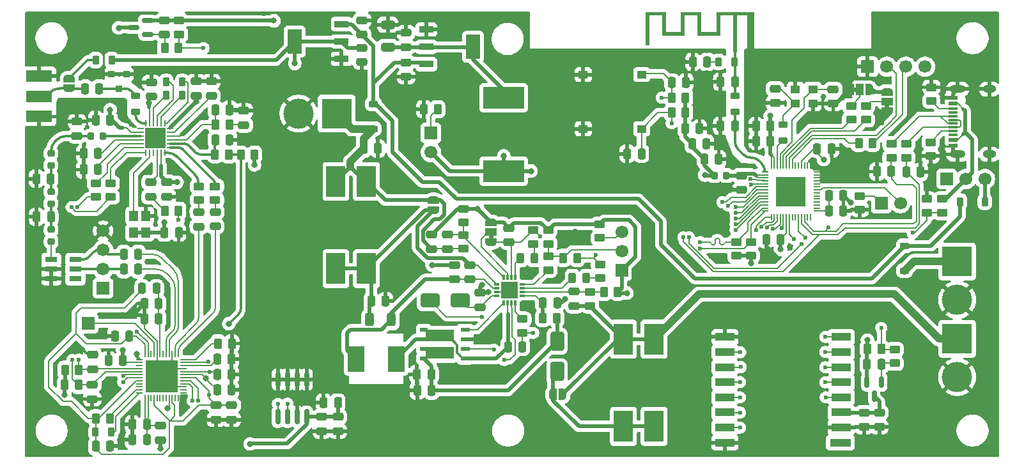
<source format=gbr>
%TF.GenerationSoftware,KiCad,Pcbnew,9.0.6*%
%TF.CreationDate,2025-12-01T10:01:31+02:00*%
%TF.ProjectId,sig_scan_pcb,7369675f-7363-4616-9e5f-7063622e6b69,1*%
%TF.SameCoordinates,Original*%
%TF.FileFunction,Copper,L1,Top*%
%TF.FilePolarity,Positive*%
%FSLAX46Y46*%
G04 Gerber Fmt 4.6, Leading zero omitted, Abs format (unit mm)*
G04 Created by KiCad (PCBNEW 9.0.6) date 2025-12-01 10:01:31*
%MOMM*%
%LPD*%
G01*
G04 APERTURE LIST*
G04 Aperture macros list*
%AMRoundRect*
0 Rectangle with rounded corners*
0 $1 Rounding radius*
0 $2 $3 $4 $5 $6 $7 $8 $9 X,Y pos of 4 corners*
0 Add a 4 corners polygon primitive as box body*
4,1,4,$2,$3,$4,$5,$6,$7,$8,$9,$2,$3,0*
0 Add four circle primitives for the rounded corners*
1,1,$1+$1,$2,$3*
1,1,$1+$1,$4,$5*
1,1,$1+$1,$6,$7*
1,1,$1+$1,$8,$9*
0 Add four rect primitives between the rounded corners*
20,1,$1+$1,$2,$3,$4,$5,0*
20,1,$1+$1,$4,$5,$6,$7,0*
20,1,$1+$1,$6,$7,$8,$9,0*
20,1,$1+$1,$8,$9,$2,$3,0*%
%AMFreePoly0*
4,1,23,0.550000,-0.750000,0.000000,-0.750000,0.000000,-0.745722,-0.065263,-0.745722,-0.191342,-0.711940,-0.304381,-0.646677,-0.396677,-0.554381,-0.461940,-0.441342,-0.495722,-0.315263,-0.495722,-0.250000,-0.500000,-0.250000,-0.500000,0.250000,-0.495722,0.250000,-0.495722,0.315263,-0.461940,0.441342,-0.396677,0.554381,-0.304381,0.646677,-0.191342,0.711940,-0.065263,0.745722,0.000000,0.745722,
0.000000,0.750000,0.550000,0.750000,0.550000,-0.750000,0.550000,-0.750000,$1*%
%AMFreePoly1*
4,1,23,0.000000,0.745722,0.065263,0.745722,0.191342,0.711940,0.304381,0.646677,0.396677,0.554381,0.461940,0.441342,0.495722,0.315263,0.495722,0.250000,0.500000,0.250000,0.500000,-0.250000,0.495722,-0.250000,0.495722,-0.315263,0.461940,-0.441342,0.396677,-0.554381,0.304381,-0.646677,0.191342,-0.711940,0.065263,-0.745722,0.000000,-0.745722,0.000000,-0.750000,-0.550000,-0.750000,
-0.550000,0.750000,0.000000,0.750000,0.000000,0.745722,0.000000,0.745722,$1*%
%AMFreePoly2*
4,1,23,0.500000,-0.750000,0.000000,-0.750000,0.000000,-0.745722,-0.065263,-0.745722,-0.191342,-0.711940,-0.304381,-0.646677,-0.396677,-0.554381,-0.461940,-0.441342,-0.495722,-0.315263,-0.495722,-0.250000,-0.500000,-0.250000,-0.500000,0.250000,-0.495722,0.250000,-0.495722,0.315263,-0.461940,0.441342,-0.396677,0.554381,-0.304381,0.646677,-0.191342,0.711940,-0.065263,0.745722,0.000000,0.745722,
0.000000,0.750000,0.500000,0.750000,0.500000,-0.750000,0.500000,-0.750000,$1*%
%AMFreePoly3*
4,1,23,0.000000,0.745722,0.065263,0.745722,0.191342,0.711940,0.304381,0.646677,0.396677,0.554381,0.461940,0.441342,0.495722,0.315263,0.495722,0.250000,0.500000,0.250000,0.500000,-0.250000,0.495722,-0.250000,0.495722,-0.315263,0.461940,-0.441342,0.396677,-0.554381,0.304381,-0.646677,0.191342,-0.711940,0.065263,-0.745722,0.000000,-0.745722,0.000000,-0.750000,-0.500000,-0.750000,
-0.500000,0.750000,0.000000,0.750000,0.000000,0.745722,0.000000,0.745722,$1*%
G04 Aperture macros list end*
%TA.AperFunction,EtchedComponent*%
%ADD10C,0.000000*%
%TD*%
%TA.AperFunction,SMDPad,CuDef*%
%ADD11RoundRect,0.250000X-0.250000X-0.475000X0.250000X-0.475000X0.250000X0.475000X-0.250000X0.475000X0*%
%TD*%
%TA.AperFunction,SMDPad,CuDef*%
%ADD12RoundRect,0.250000X-0.450000X0.262500X-0.450000X-0.262500X0.450000X-0.262500X0.450000X0.262500X0*%
%TD*%
%TA.AperFunction,SMDPad,CuDef*%
%ADD13RoundRect,0.218750X-0.256250X0.218750X-0.256250X-0.218750X0.256250X-0.218750X0.256250X0.218750X0*%
%TD*%
%TA.AperFunction,ComponentPad*%
%ADD14R,4.000000X4.000000*%
%TD*%
%TA.AperFunction,ComponentPad*%
%ADD15C,4.000000*%
%TD*%
%TA.AperFunction,SMDPad,CuDef*%
%ADD16RoundRect,0.250000X0.250000X0.475000X-0.250000X0.475000X-0.250000X-0.475000X0.250000X-0.475000X0*%
%TD*%
%TA.AperFunction,SMDPad,CuDef*%
%ADD17RoundRect,0.250000X0.262500X0.450000X-0.262500X0.450000X-0.262500X-0.450000X0.262500X-0.450000X0*%
%TD*%
%TA.AperFunction,SMDPad,CuDef*%
%ADD18R,0.800000X0.300000*%
%TD*%
%TA.AperFunction,SMDPad,CuDef*%
%ADD19R,0.300000X0.800000*%
%TD*%
%TA.AperFunction,SMDPad,CuDef*%
%ADD20R,2.240000X2.240000*%
%TD*%
%TA.AperFunction,ComponentPad*%
%ADD21C,0.600000*%
%TD*%
%TA.AperFunction,SMDPad,CuDef*%
%ADD22RoundRect,0.250000X0.475000X-0.250000X0.475000X0.250000X-0.475000X0.250000X-0.475000X-0.250000X0*%
%TD*%
%TA.AperFunction,SMDPad,CuDef*%
%ADD23R,1.250000X1.000000*%
%TD*%
%TA.AperFunction,SMDPad,CuDef*%
%ADD24RoundRect,0.027500X-0.082500X0.392500X-0.082500X-0.392500X0.082500X-0.392500X0.082500X0.392500X0*%
%TD*%
%TA.AperFunction,SMDPad,CuDef*%
%ADD25RoundRect,0.027500X-0.392500X0.082500X-0.392500X-0.082500X0.392500X-0.082500X0.392500X0.082500X0*%
%TD*%
%TA.AperFunction,SMDPad,CuDef*%
%ADD26R,4.300000X4.300000*%
%TD*%
%TA.AperFunction,SMDPad,CuDef*%
%ADD27RoundRect,0.250000X-1.000000X-0.650000X1.000000X-0.650000X1.000000X0.650000X-1.000000X0.650000X0*%
%TD*%
%TA.AperFunction,SMDPad,CuDef*%
%ADD28RoundRect,0.225000X-0.375000X0.225000X-0.375000X-0.225000X0.375000X-0.225000X0.375000X0.225000X0*%
%TD*%
%TA.AperFunction,SMDPad,CuDef*%
%ADD29RoundRect,0.218750X-0.218750X-0.256250X0.218750X-0.256250X0.218750X0.256250X-0.218750X0.256250X0*%
%TD*%
%TA.AperFunction,SMDPad,CuDef*%
%ADD30RoundRect,0.218750X0.218750X0.381250X-0.218750X0.381250X-0.218750X-0.381250X0.218750X-0.381250X0*%
%TD*%
%TA.AperFunction,SMDPad,CuDef*%
%ADD31RoundRect,0.243750X-0.243750X-0.456250X0.243750X-0.456250X0.243750X0.456250X-0.243750X0.456250X0*%
%TD*%
%TA.AperFunction,SMDPad,CuDef*%
%ADD32RoundRect,0.250000X-0.475000X0.250000X-0.475000X-0.250000X0.475000X-0.250000X0.475000X0.250000X0*%
%TD*%
%TA.AperFunction,SMDPad,CuDef*%
%ADD33RoundRect,0.250000X-0.262500X-0.450000X0.262500X-0.450000X0.262500X0.450000X-0.262500X0.450000X0*%
%TD*%
%TA.AperFunction,SMDPad,CuDef*%
%ADD34FreePoly0,0.000000*%
%TD*%
%TA.AperFunction,SMDPad,CuDef*%
%ADD35R,1.000000X1.500000*%
%TD*%
%TA.AperFunction,SMDPad,CuDef*%
%ADD36FreePoly1,0.000000*%
%TD*%
%TA.AperFunction,SMDPad,CuDef*%
%ADD37RoundRect,0.150000X-0.150000X0.825000X-0.150000X-0.825000X0.150000X-0.825000X0.150000X0.825000X0*%
%TD*%
%TA.AperFunction,SMDPad,CuDef*%
%ADD38RoundRect,0.150000X0.587500X0.150000X-0.587500X0.150000X-0.587500X-0.150000X0.587500X-0.150000X0*%
%TD*%
%TA.AperFunction,SMDPad,CuDef*%
%ADD39R,1.270000X0.610000*%
%TD*%
%TA.AperFunction,SMDPad,CuDef*%
%ADD40R,1.020000X0.610000*%
%TD*%
%TA.AperFunction,SMDPad,CuDef*%
%ADD41R,3.810000X1.650000*%
%TD*%
%TA.AperFunction,SMDPad,CuDef*%
%ADD42R,2.550000X4.150000*%
%TD*%
%TA.AperFunction,SMDPad,CuDef*%
%ADD43R,2.235200X3.429000*%
%TD*%
%TA.AperFunction,SMDPad,CuDef*%
%ADD44RoundRect,0.218750X-0.381250X0.218750X-0.381250X-0.218750X0.381250X-0.218750X0.381250X0.218750X0*%
%TD*%
%TA.AperFunction,SMDPad,CuDef*%
%ADD45RoundRect,0.250000X-0.312500X-0.625000X0.312500X-0.625000X0.312500X0.625000X-0.312500X0.625000X0*%
%TD*%
%TA.AperFunction,SMDPad,CuDef*%
%ADD46RoundRect,0.050000X-0.350000X-0.050000X0.350000X-0.050000X0.350000X0.050000X-0.350000X0.050000X0*%
%TD*%
%TA.AperFunction,SMDPad,CuDef*%
%ADD47RoundRect,0.050000X-0.050000X-0.350000X0.050000X-0.350000X0.050000X0.350000X-0.050000X0.350000X0*%
%TD*%
%TA.AperFunction,HeatsinkPad*%
%ADD48R,4.000000X4.000000*%
%TD*%
%TA.AperFunction,SMDPad,CuDef*%
%ADD49R,5.400000X2.900000*%
%TD*%
%TA.AperFunction,SMDPad,CuDef*%
%ADD50R,1.650000X0.760000*%
%TD*%
%TA.AperFunction,SMDPad,CuDef*%
%ADD51RoundRect,0.250000X-0.650000X0.325000X-0.650000X-0.325000X0.650000X-0.325000X0.650000X0.325000X0*%
%TD*%
%TA.AperFunction,SMDPad,CuDef*%
%ADD52R,1.240000X0.600000*%
%TD*%
%TA.AperFunction,SMDPad,CuDef*%
%ADD53R,1.240000X0.300000*%
%TD*%
%TA.AperFunction,HeatsinkPad*%
%ADD54O,2.100000X1.000000*%
%TD*%
%TA.AperFunction,HeatsinkPad*%
%ADD55O,1.800000X1.000000*%
%TD*%
%TA.AperFunction,SMDPad,CuDef*%
%ADD56RoundRect,0.218750X-0.218750X-0.381250X0.218750X-0.381250X0.218750X0.381250X-0.218750X0.381250X0*%
%TD*%
%TA.AperFunction,SMDPad,CuDef*%
%ADD57RoundRect,0.250000X0.450000X-0.262500X0.450000X0.262500X-0.450000X0.262500X-0.450000X-0.262500X0*%
%TD*%
%TA.AperFunction,SMDPad,CuDef*%
%ADD58RoundRect,0.218750X0.218750X0.256250X-0.218750X0.256250X-0.218750X-0.256250X0.218750X-0.256250X0*%
%TD*%
%TA.AperFunction,ComponentPad*%
%ADD59R,1.700000X1.700000*%
%TD*%
%TA.AperFunction,ComponentPad*%
%ADD60C,1.700000*%
%TD*%
%TA.AperFunction,SMDPad,CuDef*%
%ADD61R,0.812800X0.889000*%
%TD*%
%TA.AperFunction,SMDPad,CuDef*%
%ADD62R,1.850000X0.900000*%
%TD*%
%TA.AperFunction,SMDPad,CuDef*%
%ADD63R,1.850000X3.200000*%
%TD*%
%TA.AperFunction,SMDPad,CuDef*%
%ADD64RoundRect,0.150000X-0.150000X0.587500X-0.150000X-0.587500X0.150000X-0.587500X0.150000X0.587500X0*%
%TD*%
%TA.AperFunction,SMDPad,CuDef*%
%ADD65RoundRect,0.218750X0.381250X-0.218750X0.381250X0.218750X-0.381250X0.218750X-0.381250X-0.218750X0*%
%TD*%
%TA.AperFunction,SMDPad,CuDef*%
%ADD66R,0.810000X0.260000*%
%TD*%
%TA.AperFunction,SMDPad,CuDef*%
%ADD67R,0.260000X0.810000*%
%TD*%
%TA.AperFunction,SMDPad,CuDef*%
%ADD68R,2.700000X2.700000*%
%TD*%
%TA.AperFunction,SMDPad,CuDef*%
%ADD69R,2.800000X1.100000*%
%TD*%
%TA.AperFunction,SMDPad,CuDef*%
%ADD70R,2.600000X1.100000*%
%TD*%
%TA.AperFunction,SMDPad,CuDef*%
%ADD71RoundRect,0.225000X-0.225000X-0.375000X0.225000X-0.375000X0.225000X0.375000X-0.225000X0.375000X0*%
%TD*%
%TA.AperFunction,SMDPad,CuDef*%
%ADD72FreePoly2,270.000000*%
%TD*%
%TA.AperFunction,SMDPad,CuDef*%
%ADD73FreePoly3,270.000000*%
%TD*%
%TA.AperFunction,SMDPad,CuDef*%
%ADD74FreePoly0,90.000000*%
%TD*%
%TA.AperFunction,SMDPad,CuDef*%
%ADD75R,1.500000X1.000000*%
%TD*%
%TA.AperFunction,SMDPad,CuDef*%
%ADD76FreePoly1,90.000000*%
%TD*%
%TA.AperFunction,SMDPad,CuDef*%
%ADD77FreePoly2,90.000000*%
%TD*%
%TA.AperFunction,SMDPad,CuDef*%
%ADD78FreePoly3,90.000000*%
%TD*%
%TA.AperFunction,SMDPad,CuDef*%
%ADD79RoundRect,0.250000X-0.650000X1.000000X-0.650000X-1.000000X0.650000X-1.000000X0.650000X1.000000X0*%
%TD*%
%TA.AperFunction,SMDPad,CuDef*%
%ADD80R,1.200000X1.400000*%
%TD*%
%TA.AperFunction,SMDPad,CuDef*%
%ADD81FreePoly2,0.000000*%
%TD*%
%TA.AperFunction,SMDPad,CuDef*%
%ADD82FreePoly3,0.000000*%
%TD*%
%TA.AperFunction,SMDPad,CuDef*%
%ADD83R,3.500000X1.500000*%
%TD*%
%TA.AperFunction,ConnectorPad*%
%ADD84R,0.500000X0.500000*%
%TD*%
%TA.AperFunction,ComponentPad*%
%ADD85R,0.900000X0.500000*%
%TD*%
%TA.AperFunction,SMDPad,CuDef*%
%ADD86R,1.300000X1.050000*%
%TD*%
%TA.AperFunction,ViaPad*%
%ADD87C,0.600000*%
%TD*%
%TA.AperFunction,ViaPad*%
%ADD88C,0.800000*%
%TD*%
%TA.AperFunction,Conductor*%
%ADD89C,0.340000*%
%TD*%
%TA.AperFunction,Conductor*%
%ADD90C,0.300000*%
%TD*%
%TA.AperFunction,Conductor*%
%ADD91C,0.500000*%
%TD*%
%TA.AperFunction,Conductor*%
%ADD92C,0.200000*%
%TD*%
%TA.AperFunction,Conductor*%
%ADD93C,1.000000*%
%TD*%
G04 APERTURE END LIST*
D10*
%TA.AperFunction,EtchedComponent*%
%TO.C,JP3*%
G36*
X132037500Y-32074450D02*
G01*
X131537500Y-32074450D01*
X131537500Y-31474450D01*
X132037500Y-31474450D01*
X132037500Y-32074450D01*
G37*
%TD.AperFunction*%
%TA.AperFunction,EtchedComponent*%
%TO.C,JP2*%
G36*
X136344300Y-34244650D02*
G01*
X135744300Y-34244650D01*
X135744300Y-33744650D01*
X136344300Y-33744650D01*
X136344300Y-34244650D01*
G37*
%TD.AperFunction*%
%TA.AperFunction,EtchedComponent*%
%TO.C,J13*%
G36*
X83918699Y-51562399D02*
G01*
X83318699Y-51562399D01*
X83318699Y-51062399D01*
X83918699Y-51062399D01*
X83918699Y-51562399D01*
G37*
%TD.AperFunction*%
%TA.AperFunction,EtchedComponent*%
%TO.C,AE1*%
G36*
X118453381Y-26859800D02*
G01*
X117553381Y-26859800D01*
X117553381Y-26601642D01*
X117855159Y-26601642D01*
X117861690Y-26651168D01*
X117882249Y-26696353D01*
X117915892Y-26731587D01*
X117934503Y-26742200D01*
X117980018Y-26755100D01*
X118028537Y-26755843D01*
X118071200Y-26743735D01*
X118079112Y-26739381D01*
X118117055Y-26706597D01*
X118141123Y-26664195D01*
X118150964Y-26616585D01*
X118146228Y-26568178D01*
X118126566Y-26523384D01*
X118091626Y-26486614D01*
X118058734Y-26469708D01*
X118010648Y-26461818D01*
X117961063Y-26468392D01*
X117915753Y-26488487D01*
X117880493Y-26521157D01*
X117863599Y-26553383D01*
X117855159Y-26601642D01*
X117553381Y-26601642D01*
X117553381Y-21959800D01*
X116153381Y-21959800D01*
X116153381Y-26859800D01*
X115653381Y-26859800D01*
X115653381Y-21959800D01*
X113953381Y-21959800D01*
X113953381Y-24599800D01*
X110953381Y-24599800D01*
X110953381Y-21959800D01*
X109253381Y-21959800D01*
X109253381Y-24599800D01*
X106253381Y-24599800D01*
X106253381Y-21959800D01*
X104553381Y-21959800D01*
X104553381Y-25899800D01*
X104053381Y-25899800D01*
X104053381Y-21459800D01*
X106753381Y-21459800D01*
X106753381Y-24099800D01*
X108753381Y-24099800D01*
X108753381Y-21459800D01*
X111453381Y-21459800D01*
X111453381Y-24099800D01*
X113453381Y-24099800D01*
X113453381Y-21459800D01*
X118453381Y-21459800D01*
X118453381Y-26616585D01*
X118453381Y-26859800D01*
G37*
%TD.AperFunction*%
%TD*%
D11*
%TO.P,C41,1*%
%TO.N,GND*%
X118695830Y-38572250D03*
%TO.P,C41,2*%
%TO.N,+3.3V*%
X120595830Y-38572250D03*
%TD*%
D12*
%TO.P,R26,1*%
%TO.N,Net-(J9-Pin_1)*%
X132460230Y-45847349D03*
%TO.P,R26,2*%
%TO.N,GND*%
X132460230Y-47672349D03*
%TD*%
D13*
%TO.P,L6,1*%
%TO.N,Net-(C14-Pad1)*%
X25300300Y-40232650D03*
%TO.P,L6,2*%
%TO.N,Net-(C19-Pad1)*%
X25300300Y-41807652D03*
%TD*%
D14*
%TO.P,J2,1,Pin_1*%
%TO.N,Net-(D1-A)*%
X145338800Y-54533800D03*
D15*
%TO.P,J2,2,Pin_2*%
%TO.N,GND*%
X145338800Y-59613799D03*
%TD*%
D16*
%TO.P,C59,1*%
%TO.N,Net-(C56-Pad1)*%
X38001090Y-78177016D03*
%TO.P,C59,2*%
%TO.N,GND*%
X36101092Y-78177016D03*
%TD*%
D17*
%TO.P,R14,1*%
%TO.N,/GPIO1*%
X42209201Y-26262651D03*
%TO.P,R14,2*%
%TO.N,Net-(Q1-G)*%
X40384201Y-26262651D03*
%TD*%
D18*
%TO.P,IC2,1,VCC*%
%TO.N,Net-(IC2-VCC)*%
X87755300Y-59090600D03*
%TO.P,IC2,2,MPPSET*%
%TO.N,Net-(IC2-MPPSET)*%
X87755300Y-58590599D03*
%TO.P,IC2,3,STAT1*%
%TO.N,Net-(D4-K)*%
X87755300Y-58090599D03*
%TO.P,IC2,4,TS*%
%TO.N,Net-(IC2-TS)*%
X87755300Y-57590598D03*
D19*
%TO.P,IC2,5,STAT2*%
%TO.N,Net-(D5-K)*%
X86805301Y-56640599D03*
%TO.P,IC2,6,VREF*%
%TO.N,/VREF*%
X86305300Y-56640599D03*
%TO.P,IC2,7,TERM_EN*%
%TO.N,Net-(IC2-TERM_EN)*%
X85805300Y-56640599D03*
%TO.P,IC2,8,VFB*%
%TO.N,Net-(IC2-VFB)*%
X85305299Y-56640599D03*
D18*
%TO.P,IC2,9,SRN*%
%TO.N,Net-(IC2-SRN)*%
X84355300Y-57590598D03*
%TO.P,IC2,10,SRP*%
%TO.N,Net-(IC2-SRP)*%
X84355300Y-58090599D03*
%TO.P,IC2,11,GND*%
%TO.N,GND*%
X84355300Y-58590599D03*
%TO.P,IC2,12,REGN*%
%TO.N,Net-(D6-A)*%
X84355300Y-59090600D03*
D19*
%TO.P,IC2,13,LODRV*%
%TO.N,Net-(IC2-LODRV)*%
X85305299Y-60040599D03*
%TO.P,IC2,14,PH*%
%TO.N,Net-(IC2-PH)*%
X85805300Y-60040599D03*
%TO.P,IC2,15,HIDRV*%
%TO.N,Net-(IC2-HIDRV)*%
X86305300Y-60040599D03*
%TO.P,IC2,16,BTST*%
%TO.N,Net-(IC2-BTST)*%
X86805301Y-60040599D03*
D20*
%TO.P,IC2,17,EP*%
%TO.N,GND*%
X86055300Y-58340599D03*
D21*
%TO.P,IC2,18,VIA_A*%
%TO.N,GNDA*%
X86588700Y-58848599D03*
X86588700Y-57832599D03*
%TO.P,IC2,19,VIA_B*%
%TO.N,GND*%
X85521900Y-58848599D03*
X85521900Y-57832599D03*
%TD*%
D22*
%TO.P,C15,1*%
%TO.N,GND*%
X66497200Y-28117800D03*
%TO.P,C15,2*%
%TO.N,+5V*%
X66497200Y-26217802D03*
%TD*%
D23*
%TO.P,SW2,1,1*%
%TO.N,GND*%
X95807700Y-29767850D03*
%TO.P,SW2,2,2*%
%TO.N,/CHIP_PU*%
X103557700Y-29767850D03*
%TD*%
D24*
%TO.P,U5,1,VIP*%
%TO.N,Net-(U5-VIP)*%
X42165092Y-66797817D03*
%TO.P,U5,2,VIN*%
%TO.N,Net-(U5-VIN)*%
X41765092Y-66797816D03*
%TO.P,U5,3,GNDA*%
%TO.N,GND*%
X41365092Y-66797816D03*
%TO.P,U5,4,VQP*%
%TO.N,Net-(U5-VQP)*%
X40965092Y-66797816D03*
%TO.P,U5,5,VQN*%
%TO.N,Net-(U5-VQN)*%
X40565092Y-66797817D03*
%TO.P,U5,6,VINR*%
%TO.N,unconnected-(U5-VINR-Pad6)*%
X40165092Y-66797816D03*
%TO.P,U5,7,VDDPLL*%
%TO.N,Net-(U5-VDDPLL)*%
X39765092Y-66797816D03*
%TO.P,U5,8,GNDPLL*%
%TO.N,GND*%
X39365092Y-66797817D03*
%TO.P,U5,9,TP_CKO*%
%TO.N,Net-(J7-Pin_1)*%
X38965092Y-66797816D03*
%TO.P,U5,10,XO*%
%TO.N,unconnected-(U5-XO-Pad10)*%
X38565092Y-66797816D03*
%TO.P,U5,11,XI*%
%TO.N,Net-(U5-XI)*%
X38165092Y-66797816D03*
%TO.P,U5,12,VDD1*%
%TO.N,+1V2*%
X37765092Y-66797817D03*
D25*
%TO.P,U5,13,AGC_IF*%
%TO.N,Net-(U5-AGC_IF)*%
X37030093Y-67532816D03*
%TO.P,U5,14,VDD3*%
%TO.N,3.3V*%
X37030092Y-67932816D03*
%TO.P,U5,15,AGC_RF*%
%TO.N,unconnected-(U5-AGC_RF-Pad15)*%
X37030092Y-68332816D03*
%TO.P,U5,16,I2C_SCLT*%
%TO.N,Net-(U5-I2C_SCLT)*%
X37030092Y-68732816D03*
%TO.P,U5,17,I2C_SDAT*%
%TO.N,Net-(U5-I2C_SDAT)*%
X37030093Y-69132816D03*
%TO.P,U5,18,I2C_SCL*%
%TO.N,/SCL*%
X37030092Y-69532816D03*
%TO.P,U5,19,I2C_SDA*%
%TO.N,/SDA*%
X37030092Y-69932816D03*
%TO.P,U5,20,VDD1*%
%TO.N,+1V2*%
X37030093Y-70332816D03*
%TO.P,U5,21,GPIO7_x*%
%TO.N,unconnected-(U5-GPIO7_x-Pad21)*%
X37030092Y-70732816D03*
%TO.P,U5,22,GPIO6_x*%
%TO.N,unconnected-(U5-GPIO6_x-Pad22)*%
X37030092Y-71132816D03*
%TO.P,U5,23,FB*%
%TO.N,Net-(U5-FB)*%
X37030092Y-71532816D03*
%TO.P,U5,24,REG_OUT*%
%TO.N,Net-(U5-REG_OUT)*%
X37030093Y-71932816D03*
D24*
%TO.P,U5,25,SW_VDD3*%
%TO.N,Net-(C56-Pad1)*%
X37765092Y-72667815D03*
%TO.P,U5,26,SW_VDD3*%
X38165092Y-72667816D03*
%TO.P,U5,27,ENSWREG*%
%TO.N,unconnected-(U5-ENSWREG-Pad27)*%
X38565092Y-72667816D03*
%TO.P,U5,28,VDD1*%
%TO.N,+1V2*%
X38965092Y-72667816D03*
%TO.P,U5,29,GPIO5_in_clock_source*%
%TO.N,unconnected-(U5-GPIO5_in_clock_source-Pad29)*%
X39365092Y-72667815D03*
%TO.P,U5,30,GPIO4_out_antenna_power*%
%TO.N,unconnected-(U5-GPIO4_out_antenna_power-Pad30)*%
X39765092Y-72667816D03*
%TO.P,U5,31,GPIO2_in_I2_C_mode*%
%TO.N,unconnected-(U5-GPIO2_in_I2_C_mode-Pad31)*%
X40165092Y-72667816D03*
%TO.P,U5,32,GPIO1_in_select_clock_source*%
%TO.N,unconnected-(U5-GPIO1_in_select_clock_source-Pad32)*%
X40565092Y-72667815D03*
%TO.P,U5,33,VDD3*%
%TO.N,3.3V*%
X40965092Y-72667816D03*
%TO.P,U5,34,VDD1*%
%TO.N,+1V2*%
X41365092Y-72667816D03*
%TO.P,U5,35,M_ERR*%
%TO.N,unconnected-(U5-M_ERR-Pad35)*%
X41765092Y-72667816D03*
%TO.P,U5,36,GPIO3_in_USB_remote_*%
%TO.N,unconnected-(U5-GPIO3_in_USB_remote_-Pad36)*%
X42165092Y-72667815D03*
D25*
%TO.P,U5,37,GPIO0_out__VDD1_power_control*%
%TO.N,unconnected-(U5-GPIO0_out__VDD1_power_control-Pad37)*%
X42900091Y-71932816D03*
%TO.P,U5,38,IRRC*%
%TO.N,unconnected-(U5-IRRC-Pad38)*%
X42900092Y-71532816D03*
%TO.P,U5,39,SEGND*%
%TO.N,GND*%
X42900092Y-71132816D03*
%TO.P,U5,40,USB_D+_(HSDP)*%
%TO.N,/USBD+*%
X42900092Y-70732816D03*
%TO.P,U5,41,USB_D\u2212_(HSDM)*%
%TO.N,/USBD-*%
X42900091Y-70332816D03*
%TO.P,U5,42,UVDDA*%
%TO.N,+1V2*%
X42900092Y-69932816D03*
%TO.P,U5,43,VDDA33*%
%TO.N,3.3V*%
X42900092Y-69532816D03*
%TO.P,U5,44,VDDA*%
%TO.N,+1V2*%
X42900091Y-69132816D03*
%TO.P,U5,45,GNDA*%
%TO.N,GND*%
X42900092Y-68732816D03*
%TO.P,U5,46,VCMI*%
%TO.N,Net-(U5-VCMI)*%
X42900092Y-68332816D03*
%TO.P,U5,47,VDDA*%
%TO.N,+1V2*%
X42900092Y-67932816D03*
%TO.P,U5,48,R12K*%
%TO.N,Net-(U5-R12K)*%
X42900091Y-67532816D03*
D26*
%TO.P,U5,49,GND*%
%TO.N,GND*%
X39965092Y-69732816D03*
%TD*%
D12*
%TO.P,R19,1*%
%TO.N,/SCL*%
X118033800Y-51944900D03*
%TO.P,R19,2*%
%TO.N,+3.3V*%
X118033800Y-53769900D03*
%TD*%
D11*
%TO.P,C48,1*%
%TO.N,Net-(U4-VDD_SPI)*%
X128374500Y-47852650D03*
%TO.P,C48,2*%
%TO.N,GND*%
X130274500Y-47852650D03*
%TD*%
D16*
%TO.P,C20,1*%
%TO.N,Net-(U3-DET2)*%
X31533499Y-42366250D03*
%TO.P,C20,2*%
%TO.N,GND*%
X29633501Y-42366250D03*
%TD*%
%TO.P,C4,1*%
%TO.N,GND*%
X48983299Y-34416050D03*
%TO.P,C4,2*%
%TO.N,Net-(U3-CP)*%
X47083301Y-34416050D03*
%TD*%
D27*
%TO.P,D6,1,K*%
%TO.N,Net-(D6-K)*%
X75529298Y-59700199D03*
%TO.P,D6,2,A*%
%TO.N,Net-(D6-A)*%
X79529300Y-59700199D03*
%TD*%
D28*
%TO.P,D7,1,K*%
%TO.N,+15V*%
X68021200Y-33656000D03*
%TO.P,D7,2,A*%
%TO.N,Net-(D7-A)*%
X68021200Y-36956000D03*
%TD*%
D22*
%TO.P,C68,1*%
%TO.N,GND*%
X133003600Y-76463048D03*
%TO.P,C68,2*%
%TO.N,Net-(Q2-D)*%
X133003600Y-74563050D03*
%TD*%
D12*
%TO.P,R34,1*%
%TO.N,GNDA*%
X91187900Y-50405699D03*
%TO.P,R34,2*%
%TO.N,Net-(J12-Pin_2)*%
X91187900Y-52230699D03*
%TD*%
D29*
%TO.P,L12,1*%
%TO.N,+3.3V*%
X113195400Y-43153650D03*
%TO.P,L12,2*%
%TO.N,Net-(C45-Pad2)*%
X114770400Y-43153650D03*
%TD*%
D30*
%TO.P,L4,1,1*%
%TO.N,Net-(U3-TF2N)*%
X42695000Y-30758450D03*
%TO.P,L4,2,2*%
%TO.N,Net-(U3-TF1N)*%
X40570000Y-30758450D03*
%TD*%
D16*
%TO.P,C50,1*%
%TO.N,3.3V*%
X63306999Y-73228200D03*
%TO.P,C50,2*%
%TO.N,GND*%
X61407001Y-73228200D03*
%TD*%
D31*
%TO.P,D5,1,K*%
%TO.N,Net-(D5-K)*%
X87481799Y-54112199D03*
%TO.P,D5,2,A*%
%TO.N,Net-(D5-A)*%
X89356801Y-54112199D03*
%TD*%
D32*
%TO.P,C21,1*%
%TO.N,Net-(U3-CLK_OUT)*%
X38508300Y-44047652D03*
%TO.P,C21,2*%
%TO.N,Net-(C21-Pad2)*%
X38508300Y-45947650D03*
%TD*%
D33*
%TO.P,R16,1*%
%TO.N,/CHIP_PU*%
X107533200Y-32815850D03*
%TO.P,R16,2*%
%TO.N,+3.3V*%
X109358200Y-32815850D03*
%TD*%
%TO.P,R18,1*%
%TO.N,Net-(C21-Pad2)*%
X40389800Y-47801850D03*
%TO.P,R18,2*%
%TO.N,Net-(U5-XI)*%
X42214800Y-47801850D03*
%TD*%
D34*
%TO.P,JP3,1,A*%
%TO.N,GND*%
X131137500Y-31774450D03*
D35*
%TO.P,JP3,2,C*%
%TO.N,Net-(JP3-C)*%
X132437500Y-31774450D03*
D36*
%TO.P,JP3,3,B*%
%TO.N,+3.3V*%
X133737500Y-31774450D03*
%TD*%
D16*
%TO.P,C13,1*%
%TO.N,/USBD+*%
X136623498Y-42620250D03*
%TO.P,C13,2*%
%TO.N,GND*%
X134723500Y-42620250D03*
%TD*%
D32*
%TO.P,C77,1*%
%TO.N,GNDA*%
X75742800Y-50977800D03*
%TO.P,C77,2*%
%TO.N,Net-(D7-A)*%
X75742800Y-52877798D03*
%TD*%
D37*
%TO.P,U6,1,E0*%
%TO.N,GND*%
X59182000Y-70157800D03*
%TO.P,U6,2,E1*%
X57912000Y-70157800D03*
%TO.P,U6,3,E2*%
X56642000Y-70157800D03*
%TO.P,U6,4,VSS*%
X55372000Y-70157800D03*
%TO.P,U6,5,SDA*%
%TO.N,/SDA*%
X55372000Y-75107800D03*
%TO.P,U6,6,SCL*%
%TO.N,/SCL*%
X56642000Y-75107800D03*
%TO.P,U6,7,~{WC}*%
%TO.N,GND*%
X57912000Y-75107800D03*
%TO.P,U6,8,VCC*%
%TO.N,3.3V*%
X59182000Y-75107800D03*
%TD*%
D38*
%TO.P,Q1,1,G*%
%TO.N,Net-(Q1-G)*%
X38091700Y-24494850D03*
%TO.P,Q1,2,S*%
%TO.N,+3.3V*%
X38091700Y-22594850D03*
%TO.P,Q1,3,D*%
%TO.N,3.3V*%
X36216699Y-23544850D03*
%TD*%
D11*
%TO.P,C55,1*%
%TO.N,Net-(U5-VCMI)*%
X47330994Y-67509016D03*
%TO.P,C55,2*%
%TO.N,GND*%
X49230992Y-67509016D03*
%TD*%
D22*
%TO.P,C45,1*%
%TO.N,GND*%
X116750230Y-45059449D03*
%TO.P,C45,2*%
%TO.N,Net-(C45-Pad2)*%
X116750230Y-43159451D03*
%TD*%
D32*
%TO.P,C51,1*%
%TO.N,3.3V*%
X63322200Y-75112801D03*
%TO.P,C51,2*%
%TO.N,GND*%
X63322200Y-77012799D03*
%TD*%
D11*
%TO.P,C37,1*%
%TO.N,Net-(J8-Pin_2)*%
X34952300Y-55574250D03*
%TO.P,C37,2*%
%TO.N,Net-(U5-VQN)*%
X36852298Y-55574250D03*
%TD*%
D12*
%TO.P,R23,1*%
%TO.N,GND*%
X141351000Y-46257200D03*
%TO.P,R23,2*%
%TO.N,Net-(U4-GPIO18)*%
X141351000Y-48082200D03*
%TD*%
D17*
%TO.P,R32,1*%
%TO.N,GNDA*%
X100380800Y-58582599D03*
%TO.P,R32,2*%
%TO.N,Net-(IC2-MPPSET)*%
X98555800Y-58582599D03*
%TD*%
D16*
%TO.P,C24,1*%
%TO.N,GND*%
X109421099Y-30809250D03*
%TO.P,C24,2*%
%TO.N,/CHIP_PU*%
X107521101Y-30809250D03*
%TD*%
D11*
%TO.P,C40,1*%
%TO.N,GND*%
X118695830Y-36591050D03*
%TO.P,C40,2*%
%TO.N,+3.3V*%
X120595830Y-36591050D03*
%TD*%
D39*
%TO.P,Q3,1*%
%TO.N,Net-(IC2-PH)*%
X80174100Y-67389399D03*
%TO.P,Q3,2*%
%TO.N,Net-(IC2-HIDRV)*%
X80174099Y-66119399D03*
%TO.P,Q3,3*%
%TO.N,GND*%
X80174099Y-64849399D03*
%TO.P,Q3,4*%
%TO.N,Net-(IC2-LODRV)*%
X80174100Y-63579399D03*
D40*
%TO.P,Q3,5*%
%TO.N,Net-(IC2-PH)*%
X74709099Y-63579399D03*
%TO.P,Q3,6*%
X74709099Y-64849399D03*
%TO.P,Q3,7*%
%TO.N,Net-(D3-K)*%
X74709099Y-66119399D03*
%TO.P,Q3,8*%
X74709099Y-67389399D03*
D41*
%TO.P,Q3,9*%
X76814099Y-66614399D03*
%TO.P,Q3,10*%
%TO.N,Net-(IC2-PH)*%
X76814099Y-64354399D03*
%TD*%
D22*
%TO.P,C8,1*%
%TO.N,GND*%
X72350901Y-30050700D03*
%TO.P,C8,2*%
%TO.N,+15V*%
X72350901Y-28150702D03*
%TD*%
D12*
%TO.P,R27,1*%
%TO.N,Net-(JP2-C)*%
X133275700Y-33935350D03*
%TO.P,R27,2*%
%TO.N,Net-(U4-GPIO45)*%
X133275700Y-35760350D03*
%TD*%
%TO.P,R31,1*%
%TO.N,Net-(IC2-MPPSET)*%
X96699700Y-58586399D03*
%TO.P,R31,2*%
%TO.N,+16V*%
X96699700Y-60411399D03*
%TD*%
D13*
%TO.P,L8,1*%
%TO.N,Net-(C19-Pad1)*%
X25300300Y-45286947D03*
%TO.P,L8,2*%
%TO.N,Net-(C22-Pad1)*%
X25300300Y-46861949D03*
%TD*%
D42*
%TO.P,L15,1,1*%
%TO.N,+16V*%
X105192800Y-64827800D03*
%TO.P,L15,2,2*%
X101142800Y-64827800D03*
%TO.P,L15,3,3*%
%TO.N,Net-(D3-A)*%
X101142800Y-76377800D03*
%TO.P,L15,4,4*%
X105192800Y-76377800D03*
%TD*%
D32*
%TO.P,C35,1*%
%TO.N,Net-(C35-Pad1)*%
X44883700Y-48020251D03*
%TO.P,C35,2*%
%TO.N,Net-(U5-VIN)*%
X44883700Y-49920249D03*
%TD*%
%TO.P,C67,1*%
%TO.N,GNDA*%
X85980900Y-50073599D03*
%TO.P,C67,2*%
%TO.N,/VREF*%
X85980900Y-51973597D03*
%TD*%
D16*
%TO.P,C78,1*%
%TO.N,GND*%
X68615599Y-39573200D03*
%TO.P,C78,2*%
%TO.N,Net-(D7-A)*%
X66715601Y-39573200D03*
%TD*%
D11*
%TO.P,C60,1*%
%TO.N,3.3V*%
X47330994Y-71573016D03*
%TO.P,C60,2*%
%TO.N,GND*%
X49230992Y-71573016D03*
%TD*%
D43*
%TO.P,L16,1,1*%
%TO.N,Net-(IC2-PH)*%
X71031101Y-67437000D03*
%TO.P,L16,2,2*%
%TO.N,Net-(IC2-SRP)*%
X65722499Y-67437000D03*
%TD*%
D44*
%TO.P,L2,1*%
%TO.N,Net-(C1-Pad2)*%
X36527100Y-32566150D03*
%TO.P,L2,2*%
%TO.N,Net-(U3-RF_IN)*%
X36527100Y-34691150D03*
%TD*%
D45*
%TO.P,R42,1*%
%TO.N,Net-(IC2-SRN)*%
X67473100Y-62255400D03*
%TO.P,R42,2*%
%TO.N,Net-(IC2-SRP)*%
X70398100Y-62255400D03*
%TD*%
D46*
%TO.P,U4,1,LNA_IN*%
%TO.N,Net-(U4-LNA_IN)*%
X119865729Y-42652550D03*
%TO.P,U4,2,VDD3P3*%
%TO.N,Net-(C45-Pad2)*%
X119865729Y-43052550D03*
%TO.P,U4,3,VDD3P3*%
X119865729Y-43452550D03*
%TO.P,U4,4,CHIP_PU*%
%TO.N,/CHIP_PU*%
X119865729Y-43852550D03*
%TO.P,U4,5,GPIO0*%
%TO.N,/GPIO0*%
X119865729Y-44252550D03*
%TO.P,U4,6,GPIO1*%
%TO.N,/GPIO1*%
X119865729Y-44652550D03*
%TO.P,U4,7,GPIO2*%
%TO.N,/GPIO2*%
X119865729Y-45052550D03*
%TO.P,U4,8,GPIO3*%
%TO.N,/GPIO3*%
X119865729Y-45452550D03*
%TO.P,U4,9,GPIO4*%
%TO.N,/GPIO4{slash}BCLK*%
X119865729Y-45852550D03*
%TO.P,U4,10,GPIO5*%
%TO.N,/GPIO5{slash}FSYNC*%
X119865729Y-46252550D03*
%TO.P,U4,11,GPIO6*%
%TO.N,/GPIO6{slash}DOUT*%
X119865729Y-46652550D03*
%TO.P,U4,12,GPIO7*%
%TO.N,/GPIO7{slash}DIN*%
X119865729Y-47052550D03*
%TO.P,U4,13,GPIO8*%
%TO.N,/SDA*%
X119865729Y-47452550D03*
%TO.P,U4,14,GPIO9*%
%TO.N,/SCL*%
X119865729Y-47852550D03*
D47*
%TO.P,U4,15,GPIO10*%
%TO.N,/GPIO10*%
X120715729Y-48702550D03*
%TO.P,U4,16,GPIO11*%
%TO.N,/GPIO11*%
X121115729Y-48702550D03*
%TO.P,U4,17,GPIO12*%
%TO.N,/GPIO12*%
X121515729Y-48702550D03*
%TO.P,U4,18,GPIO13*%
%TO.N,/GPIO13*%
X121915729Y-48702550D03*
%TO.P,U4,19,GPIO14*%
%TO.N,/GPIO14*%
X122315729Y-48702550D03*
%TO.P,U4,20,VDD3P3_RTC*%
%TO.N,+3.3V*%
X122715729Y-48702550D03*
%TO.P,U4,21,XTAL_32K_P*%
%TO.N,/GPIO15*%
X123115729Y-48702550D03*
%TO.P,U4,22,XTAL_32K_N*%
%TO.N,/GPIO16*%
X123515729Y-48702550D03*
%TO.P,U4,23,GPIO17*%
%TO.N,/GPIO17*%
X123915729Y-48702550D03*
%TO.P,U4,24,GPIO18*%
%TO.N,Net-(U4-GPIO18)*%
X124315729Y-48702550D03*
%TO.P,U4,25,GPIO19/USB_D-*%
%TO.N,/USBD-*%
X124715729Y-48702550D03*
%TO.P,U4,26,GPIO20/USB_D+*%
%TO.N,/USBD+*%
X125115729Y-48702550D03*
%TO.P,U4,27,GPIO21*%
%TO.N,/GPIO21*%
X125515729Y-48702550D03*
%TO.P,U4,28,SPICS1*%
%TO.N,unconnected-(U4-SPICS1-Pad28)*%
X125915729Y-48702550D03*
D46*
%TO.P,U4,29,VDD_SPI*%
%TO.N,Net-(U4-VDD_SPI)*%
X126765729Y-47852550D03*
%TO.P,U4,30,SPIHD*%
%TO.N,unconnected-(U4-SPIHD-Pad30)*%
X126765729Y-47452550D03*
%TO.P,U4,31,SPIWP*%
%TO.N,unconnected-(U4-SPIWP-Pad31)*%
X126765729Y-47052550D03*
%TO.P,U4,32,SPICS0*%
%TO.N,unconnected-(U4-SPICS0-Pad32)*%
X126765729Y-46652550D03*
%TO.P,U4,33,SPICLK*%
%TO.N,unconnected-(U4-SPICLK-Pad33)*%
X126765729Y-46252550D03*
%TO.P,U4,34,SPIQ*%
%TO.N,unconnected-(U4-SPIQ-Pad34)*%
X126765729Y-45852550D03*
%TO.P,U4,35,SPID*%
%TO.N,unconnected-(U4-SPID-Pad35)*%
X126765729Y-45452550D03*
%TO.P,U4,36,SPICLK_N*%
%TO.N,/GPIO48*%
X126765729Y-45052550D03*
%TO.P,U4,37,SPICLK_P*%
%TO.N,/GPIO47*%
X126765729Y-44652550D03*
%TO.P,U4,38,GPIO33*%
%TO.N,unconnected-(U4-GPIO33-Pad38)*%
X126765729Y-44252550D03*
%TO.P,U4,39,GPIO34*%
%TO.N,unconnected-(U4-GPIO34-Pad39)*%
X126765729Y-43852550D03*
%TO.P,U4,40,GPIO35*%
%TO.N,unconnected-(U4-GPIO35-Pad40)*%
X126765729Y-43452550D03*
%TO.P,U4,41,GPIO36*%
%TO.N,unconnected-(U4-GPIO36-Pad41)*%
X126765729Y-43052550D03*
%TO.P,U4,42,GPIO37*%
%TO.N,unconnected-(U4-GPIO37-Pad42)*%
X126765729Y-42652550D03*
D47*
%TO.P,U4,43,GPIO38*%
%TO.N,/GPIO38*%
X125915729Y-41802550D03*
%TO.P,U4,44,MTCK*%
%TO.N,/GPIO39{slash}MTCK*%
X125515729Y-41802550D03*
%TO.P,U4,45,MTDO*%
%TO.N,/GPIO40{slash}MTDO*%
X125115729Y-41802550D03*
%TO.P,U4,46,VDD3P3_CPU*%
%TO.N,+3.3V*%
X124715729Y-41802550D03*
%TO.P,U4,47,MTDI*%
%TO.N,/GPIO41{slash}MTDI*%
X124315729Y-41802550D03*
%TO.P,U4,48,MTMS*%
%TO.N,/GPIO42{slash}MTMS*%
X123915729Y-41802550D03*
%TO.P,U4,49,U0TXD*%
%TO.N,Net-(U4-U0TXD)*%
X123515729Y-41802550D03*
%TO.P,U4,50,U0RXD*%
%TO.N,Net-(J10-Pin_2)*%
X123115729Y-41802550D03*
%TO.P,U4,51,GPIO45*%
%TO.N,Net-(U4-GPIO45)*%
X122715729Y-41802550D03*
%TO.P,U4,52,GPIO46*%
%TO.N,Net-(U4-GPIO46)*%
X122315729Y-41802550D03*
%TO.P,U4,53,XTAL_N*%
%TO.N,Net-(U4-XTAL_N)*%
X121915729Y-41802550D03*
%TO.P,U4,54,XTAL_P*%
%TO.N,Net-(U4-XTAL_P)*%
X121515729Y-41802550D03*
%TO.P,U4,55,VDDA*%
%TO.N,+3.3V*%
X121115729Y-41802550D03*
%TO.P,U4,56,VDDA*%
X120715729Y-41802550D03*
D48*
%TO.P,U4,57,GND*%
%TO.N,GND*%
X123315729Y-45252550D03*
%TD*%
D22*
%TO.P,C28,1*%
%TO.N,GND*%
X128918100Y-33638849D03*
%TO.P,C28,2*%
%TO.N,Net-(U4-XTAL_N)*%
X128918100Y-31738851D03*
%TD*%
D16*
%TO.P,C42,1*%
%TO.N,GND*%
X111223229Y-36921251D03*
%TO.P,C42,2*%
%TO.N,+3.3V*%
X109323231Y-36921251D03*
%TD*%
D33*
%TO.P,R2,1*%
%TO.N,Net-(U3-IF_AGC)*%
X47044600Y-40385050D03*
%TO.P,R2,2*%
%TO.N,Net-(U5-AGC_IF)*%
X48869600Y-40385050D03*
%TD*%
D14*
%TO.P,J11,1,Pin_1*%
%TO.N,+16V*%
X145338800Y-64770000D03*
D15*
%TO.P,J11,2,Pin_2*%
%TO.N,GND*%
X145338800Y-69849999D03*
%TD*%
D33*
%TO.P,R11,1*%
%TO.N,Net-(U5-AGC_IF)*%
X50448200Y-40385050D03*
%TO.P,R11,2*%
%TO.N,3.3V*%
X52273200Y-40385050D03*
%TD*%
D49*
%TO.P,L7,1,1*%
%TO.N,Net-(IC1-OUTPUT)*%
X85293200Y-32843600D03*
%TO.P,L7,2,2*%
%TO.N,+3.3V*%
X85293200Y-42543600D03*
%TD*%
D12*
%TO.P,R44,1*%
%TO.N,GNDA*%
X79908400Y-47558999D03*
%TO.P,R44,2*%
%TO.N,Net-(IC2-VFB)*%
X79908400Y-49383999D03*
%TD*%
D50*
%TO.P,T1,1,GND_1*%
%TO.N,GND*%
X25361300Y-56818850D03*
%TO.P,T1,2,GND_2*%
X25361300Y-55548850D03*
%TO.P,T1,3,PRIMARY_DOT*%
%TO.N,Net-(T1-PRIMARY_DOT)*%
X25361300Y-54278850D03*
%TO.P,T1,4,SECONDARY*%
%TO.N,Net-(J8-Pin_3)*%
X28541300Y-54278850D03*
%TO.P,T1,5,SECONDARY_DOT*%
%TO.N,Net-(J8-Pin_2)*%
X28541300Y-55548850D03*
%TO.P,T1,6,NOT_USED*%
%TO.N,unconnected-(T1-NOT_USED-Pad6)*%
X28541300Y-56818850D03*
%TD*%
D16*
%TO.P,C56,1*%
%TO.N,Net-(C56-Pad1)*%
X38001090Y-76119616D03*
%TO.P,C56,2*%
%TO.N,GND*%
X36101092Y-76119616D03*
%TD*%
D51*
%TO.P,C16,1*%
%TO.N,GND*%
X69926200Y-23164800D03*
%TO.P,C16,2*%
%TO.N,Net-(IC1-OUTPUT)*%
X69926200Y-26114802D03*
%TD*%
D12*
%TO.P,R43,1*%
%TO.N,Net-(IC2-VFB)*%
X79910301Y-51015299D03*
%TO.P,R43,2*%
%TO.N,Net-(D7-A)*%
X79910301Y-52840299D03*
%TD*%
D32*
%TO.P,C61,1*%
%TO.N,+1V2*%
X47173591Y-73579616D03*
%TO.P,C61,2*%
%TO.N,GND*%
X47173591Y-75479614D03*
%TD*%
D52*
%TO.P,J4,A1,GND*%
%TO.N,GND*%
X144804900Y-39214848D03*
%TO.P,J4,A4,VBUS*%
%TO.N,/VBUS*%
X144804900Y-38414848D03*
D53*
%TO.P,J4,A5,CC1*%
%TO.N,Net-(J4-CC1)*%
X144804900Y-37264848D03*
%TO.P,J4,A6,D+*%
%TO.N,Net-(J4-D+-PadA6)*%
X144804900Y-36264848D03*
%TO.P,J4,A7,D-*%
%TO.N,Net-(J4-D--PadA7)*%
X144804900Y-35764848D03*
%TO.P,J4,A8,SBU1*%
%TO.N,unconnected-(J4-SBU1-PadA8)*%
X144804900Y-34764848D03*
D52*
%TO.P,J4,A9,VBUS*%
%TO.N,/VBUS*%
X144804900Y-33614848D03*
%TO.P,J4,A12,GND*%
%TO.N,GND*%
X144804900Y-32814848D03*
%TO.P,J4,B1,GND*%
X144804900Y-32814848D03*
%TO.P,J4,B4,VBUS*%
%TO.N,/VBUS*%
X144804900Y-33614848D03*
D53*
%TO.P,J4,B5,CC2*%
%TO.N,Net-(J4-CC2)*%
X144804900Y-34264848D03*
%TO.P,J4,B6,D+*%
%TO.N,Net-(J4-D+-PadA6)*%
X144804900Y-35264848D03*
%TO.P,J4,B7,D-*%
%TO.N,Net-(J4-D--PadA7)*%
X144804900Y-36764848D03*
%TO.P,J4,B8,SBU2*%
%TO.N,unconnected-(J4-SBU2-PadB8)*%
X144804900Y-37764848D03*
D52*
%TO.P,J4,B9,VBUS*%
%TO.N,/VBUS*%
X144804900Y-38414848D03*
%TO.P,J4,B12,GND*%
%TO.N,GND*%
X144804900Y-39214848D03*
D54*
%TO.P,J4,S1,SHIELD*%
X145404900Y-40334848D03*
D55*
X149604900Y-40334848D03*
D54*
X145404900Y-31694848D03*
D55*
X149604900Y-31694848D03*
%TD*%
D56*
%TO.P,L1,1,1*%
%TO.N,Net-(JP1-B)*%
X31222800Y-27862850D03*
%TO.P,L1,2,2*%
%TO.N,+5V*%
X33347800Y-27862850D03*
%TD*%
D32*
%TO.P,C7,1*%
%TO.N,GND*%
X66497200Y-22585602D03*
%TO.P,C7,2*%
%TO.N,+15V*%
X66497200Y-24485600D03*
%TD*%
D16*
%TO.P,C46,1*%
%TO.N,+3.3V*%
X121942029Y-51602450D03*
%TO.P,C46,2*%
%TO.N,GND*%
X120042031Y-51602450D03*
%TD*%
D12*
%TO.P,R37,1*%
%TO.N,Net-(J12-Pin_2)*%
X91169099Y-53844898D03*
%TO.P,R37,2*%
%TO.N,Net-(IC2-TS)*%
X91169099Y-55669898D03*
%TD*%
D57*
%TO.P,R30,1*%
%TO.N,Net-(J12-Pin_3)*%
X98001699Y-51426198D03*
%TO.P,R30,2*%
%TO.N,GNDA*%
X98001699Y-49601198D03*
%TD*%
%TO.P,R12,1*%
%TO.N,/GPIO1*%
X42287300Y-24457350D03*
%TO.P,R12,2*%
%TO.N,+3.3V*%
X42287300Y-22632350D03*
%TD*%
D16*
%TO.P,C53,1*%
%TO.N,Net-(U4-LNA_IN)*%
X115903127Y-36561350D03*
%TO.P,C53,2*%
%TO.N,GND*%
X114003129Y-36561350D03*
%TD*%
D12*
%TO.P,R10,1*%
%TO.N,Net-(U3-SCL)*%
X31269300Y-44171550D03*
%TO.P,R10,2*%
%TO.N,Net-(U5-I2C_SCLT)*%
X31269300Y-45996550D03*
%TD*%
D16*
%TO.P,C64,1*%
%TO.N,GNDA*%
X92351299Y-60004999D03*
%TO.P,C64,2*%
%TO.N,Net-(IC2-VCC)*%
X90451301Y-60004999D03*
%TD*%
D32*
%TO.P,C70,1*%
%TO.N,GND*%
X82152099Y-58699400D03*
%TO.P,C70,2*%
%TO.N,Net-(D6-A)*%
X82152099Y-60599398D03*
%TD*%
D58*
%TO.P,L5,1*%
%TO.N,Net-(U3-LT)*%
X32158401Y-37921250D03*
%TO.P,L5,2*%
%TO.N,Net-(C14-Pad1)*%
X30583399Y-37921250D03*
%TD*%
D12*
%TO.P,R4,1*%
%TO.N,Net-(J4-D--PadA7)*%
X138619899Y-38962650D03*
%TO.P,R4,2*%
%TO.N,/USBD-*%
X138619899Y-40787650D03*
%TD*%
%TO.P,R41,1*%
%TO.N,Net-(IC2-BTST)*%
X87758900Y-62167798D03*
%TO.P,R41,2*%
%TO.N,Net-(D6-K)*%
X87758900Y-63992798D03*
%TD*%
D42*
%TO.P,L17,1,1*%
%TO.N,Net-(IC2-SRN)*%
X63049800Y-55482800D03*
%TO.P,L17,2,2*%
X67099800Y-55482800D03*
%TO.P,L17,3,3*%
%TO.N,Net-(D7-A)*%
X67099800Y-43932800D03*
%TO.P,L17,4,4*%
X63049800Y-43932800D03*
%TD*%
D32*
%TO.P,C11,1*%
%TO.N,GND*%
X72325501Y-24213701D03*
%TO.P,C11,2*%
%TO.N,Net-(IC1-OUTPUT)*%
X72325501Y-26113699D03*
%TD*%
D22*
%TO.P,C2,1*%
%TO.N,3.3V*%
X44528100Y-32572049D03*
%TO.P,C2,2*%
%TO.N,GND*%
X44528100Y-30672051D03*
%TD*%
D23*
%TO.P,SW1,1,1*%
%TO.N,GND*%
X95806430Y-36956050D03*
%TO.P,SW1,2,2*%
%TO.N,/GPIO0*%
X103556430Y-36956050D03*
%TD*%
D12*
%TO.P,R39,1*%
%TO.N,/GPIO15*%
X137083801Y-66194100D03*
%TO.P,R39,2*%
%TO.N,Net-(Q2-G)*%
X137083801Y-68019100D03*
%TD*%
D59*
%TO.P,J10,1,Pin_1*%
%TO.N,GND*%
X133477000Y-28727400D03*
D60*
%TO.P,J10,2,Pin_2*%
%TO.N,Net-(J10-Pin_2)*%
X136017000Y-28727400D03*
%TO.P,J10,3,Pin_3*%
%TO.N,Net-(J10-Pin_3)*%
X138556999Y-28727400D03*
%TO.P,J10,4,Pin_4*%
%TO.N,+3.3V*%
X141097000Y-28727400D03*
%TD*%
D61*
%TO.P,U1,1,EPAD*%
%TO.N,GND*%
X35361299Y-29737251D03*
%TO.P,U1,2,EPAD*%
X33311301Y-29737251D03*
%TO.P,U1,3,EPAD*%
%TO.N,Net-(C1-Pad2)*%
X34336300Y-31627250D03*
%TD*%
D32*
%TO.P,C52,1*%
%TO.N,3.3V*%
X61163200Y-75112802D03*
%TO.P,C52,2*%
%TO.N,GND*%
X61163200Y-77012800D03*
%TD*%
D22*
%TO.P,C3,1*%
%TO.N,3.3V*%
X38609900Y-32699049D03*
%TO.P,C3,2*%
%TO.N,GND*%
X38609900Y-30799051D03*
%TD*%
D57*
%TO.P,R40,1*%
%TO.N,Net-(D5-A)*%
X89155900Y-52230699D03*
%TO.P,R40,2*%
%TO.N,/VREF*%
X89155900Y-50405699D03*
%TD*%
D16*
%TO.P,C36,1*%
%TO.N,3.3V*%
X34831092Y-67636016D03*
%TO.P,C36,2*%
%TO.N,GND*%
X32931094Y-67636016D03*
%TD*%
D14*
%TO.P,J14,1,Pin_1*%
%TO.N,Net-(D7-A)*%
X63169800Y-34933900D03*
D15*
%TO.P,J14,2,Pin_2*%
%TO.N,GND*%
X58089801Y-34933900D03*
%TD*%
D57*
%TO.P,R35,1*%
%TO.N,Net-(D4-A)*%
X98027099Y-56736698D03*
%TO.P,R35,2*%
%TO.N,/VREF*%
X98027099Y-54911698D03*
%TD*%
D22*
%TO.P,C66,1*%
%TO.N,GND*%
X135035600Y-76463048D03*
%TO.P,C66,2*%
%TO.N,Net-(Q2-D)*%
X135035600Y-74563050D03*
%TD*%
D59*
%TO.P,J5,1,Pin_1*%
%TO.N,+5V*%
X143943700Y-43610850D03*
D60*
%TO.P,J5,2,Pin_2*%
%TO.N,/VBUS*%
X146483700Y-43610850D03*
%TO.P,J5,3,Pin_3*%
%TO.N,Net-(D2-A)*%
X149023699Y-43610850D03*
%TD*%
D11*
%TO.P,C23,1*%
%TO.N,GND*%
X101628301Y-40258050D03*
%TO.P,C23,2*%
%TO.N,/GPIO0*%
X103528299Y-40258050D03*
%TD*%
D30*
%TO.P,L14,1*%
%TO.N,Net-(AE1-A)*%
X115882330Y-28082050D03*
%TO.P,L14,2*%
%TO.N,Net-(C58-Pad1)*%
X113757330Y-28082050D03*
%TD*%
D32*
%TO.P,C10,1*%
%TO.N,3.3V*%
X40667300Y-44032451D03*
%TO.P,C10,2*%
%TO.N,GND*%
X40667300Y-45932449D03*
%TD*%
D12*
%TO.P,R3,1*%
%TO.N,Net-(J4-CC1)*%
X141810100Y-38735950D03*
%TO.P,R3,2*%
%TO.N,GND*%
X141810100Y-40560950D03*
%TD*%
D62*
%TO.P,IC1,1,GND*%
%TO.N,GND*%
X75012901Y-23793499D03*
%TO.P,IC1,2,OUTPUT*%
%TO.N,Net-(IC1-OUTPUT)*%
X75012901Y-26093500D03*
%TO.P,IC1,3,INPUT*%
%TO.N,+15V*%
X75012901Y-28393501D03*
D63*
%TO.P,IC1,4,VOUT*%
%TO.N,Net-(IC1-OUTPUT)*%
X81212901Y-26093500D03*
%TD*%
D62*
%TO.P,U2,1,ADJ/GND*%
%TO.N,GND*%
X63806000Y-27674601D03*
%TO.P,U2,2,OUTPUT*%
%TO.N,+5V*%
X63806000Y-25374600D03*
%TO.P,U2,3,INPUT*%
%TO.N,+15V*%
X63806000Y-23074599D03*
D63*
%TO.P,U2,4,VOUT*%
%TO.N,+5V*%
X57606000Y-25374600D03*
%TD*%
D16*
%TO.P,C58,1*%
%TO.N,Net-(C58-Pad1)*%
X112201999Y-28092400D03*
%TO.P,C58,2*%
%TO.N,GND*%
X110302001Y-28092400D03*
%TD*%
D57*
%TO.P,R22,1*%
%TO.N,Net-(U4-GPIO18)*%
X143332200Y-48082200D03*
%TO.P,R22,2*%
%TO.N,/VBUS*%
X143332200Y-46257200D03*
%TD*%
D28*
%TO.P,D1,1,K*%
%TO.N,+15V*%
X138379200Y-52452000D03*
%TO.P,D1,2,A*%
%TO.N,Net-(D1-A)*%
X138379200Y-55752000D03*
%TD*%
D32*
%TO.P,C76,1*%
%TO.N,Net-(IC2-VFB)*%
X77825600Y-50967601D03*
%TO.P,C76,2*%
%TO.N,Net-(D7-A)*%
X77825600Y-52867599D03*
%TD*%
D33*
%TO.P,R20,1*%
%TO.N,3.3V*%
X27134892Y-70887216D03*
%TO.P,R20,2*%
%TO.N,Net-(U5-I2C_SDAT)*%
X28959892Y-70887216D03*
%TD*%
%TO.P,R28,1*%
%TO.N,Net-(U5-R12K)*%
X47431392Y-65400816D03*
%TO.P,R28,2*%
%TO.N,GND*%
X49256392Y-65400816D03*
%TD*%
D11*
%TO.P,C49,1*%
%TO.N,+3.3V*%
X126798430Y-39588250D03*
%TO.P,C49,2*%
%TO.N,GND*%
X128698430Y-39588250D03*
%TD*%
%TO.P,C34,1*%
%TO.N,+1V2*%
X31231801Y-79019400D03*
%TO.P,C34,2*%
%TO.N,GND*%
X33131799Y-79019400D03*
%TD*%
D16*
%TO.P,C69,1*%
%TO.N,Net-(D6-K)*%
X87728499Y-65821599D03*
%TO.P,C69,2*%
%TO.N,Net-(IC2-PH)*%
X85828501Y-65821599D03*
%TD*%
D64*
%TO.P,Q2,1,G*%
%TO.N,Net-(Q2-G)*%
X135308400Y-70528200D03*
%TO.P,Q2,2,S*%
%TO.N,+3.3V*%
X133408400Y-70528200D03*
%TO.P,Q2,3,D*%
%TO.N,Net-(Q2-D)*%
X134358400Y-72403201D03*
%TD*%
D11*
%TO.P,FB1,1*%
%TO.N,+1V2*%
X37378601Y-58115200D03*
%TO.P,FB1,2*%
%TO.N,Net-(U5-VDDPLL)*%
X39278599Y-58115200D03*
%TD*%
D12*
%TO.P,R9,1*%
%TO.N,Net-(U3-IF_N)*%
X44883700Y-44577950D03*
%TO.P,R9,2*%
%TO.N,Net-(C35-Pad1)*%
X44883700Y-46402950D03*
%TD*%
D33*
%TO.P,R24,1*%
%TO.N,+1V2*%
X31269300Y-75311000D03*
%TO.P,R24,2*%
%TO.N,Net-(U5-FB)*%
X33094300Y-75311000D03*
%TD*%
D11*
%TO.P,C17,1*%
%TO.N,/USBD-*%
X138609700Y-42671051D03*
%TO.P,C17,2*%
%TO.N,GND*%
X140509698Y-42671051D03*
%TD*%
D30*
%TO.P,L3,1,1*%
%TO.N,Net-(U3-TF2P)*%
X42690700Y-32536450D03*
%TO.P,L3,2,2*%
%TO.N,Net-(U3-TF1P)*%
X40565700Y-32536450D03*
%TD*%
D11*
%TO.P,C1,1*%
%TO.N,Net-(JP1-A)*%
X29804901Y-31622050D03*
%TO.P,C1,2*%
%TO.N,Net-(C1-Pad2)*%
X31704899Y-31622050D03*
%TD*%
D65*
%TO.P,L13,1*%
%TO.N,Net-(U4-LNA_IN)*%
X115908129Y-34732550D03*
%TO.P,L13,2*%
%TO.N,Net-(AE1-A)*%
X115908129Y-32607550D03*
%TD*%
D12*
%TO.P,R21,1*%
%TO.N,/SDA*%
X116103400Y-51944900D03*
%TO.P,R21,2*%
%TO.N,+3.3V*%
X116103400Y-53769900D03*
%TD*%
%TO.P,R7,1*%
%TO.N,Net-(U3-SDA)*%
X33225100Y-44171550D03*
%TO.P,R7,2*%
%TO.N,Net-(U5-I2C_SDAT)*%
X33225100Y-45996550D03*
%TD*%
D17*
%TO.P,R1,1*%
%TO.N,Net-(C6-Pad2)*%
X48918500Y-36422650D03*
%TO.P,R1,2*%
%TO.N,Net-(U3-CP)*%
X47093500Y-36422650D03*
%TD*%
D66*
%TO.P,U3,1,NC*%
%TO.N,unconnected-(U3-NC-Pad1)*%
X37162500Y-36919450D03*
%TO.P,U3,2,VCC*%
%TO.N,3.3V*%
X37162500Y-37419450D03*
%TO.P,U3,3,LT*%
%TO.N,Net-(U3-LT)*%
X37162500Y-37919450D03*
%TO.P,U3,4,DET1*%
%TO.N,Net-(U3-DET1)*%
X37162500Y-38419450D03*
%TO.P,U3,5,DET2*%
%TO.N,Net-(U3-DET2)*%
X37162500Y-38919450D03*
%TO.P,U3,6,SCL*%
%TO.N,Net-(U3-SCL)*%
X37162500Y-39419450D03*
D67*
%TO.P,U3,7,SDA*%
%TO.N,Net-(U3-SDA)*%
X37862500Y-40119450D03*
%TO.P,U3,8,XTAL_I*%
%TO.N,Net-(U3-XTAL_I)*%
X38362500Y-40119450D03*
%TO.P,U3,9,XTAL_O*%
%TO.N,unconnected-(U3-XTAL_O-Pad9)*%
X38862500Y-40119450D03*
%TO.P,U3,10,CLK_OUT*%
%TO.N,Net-(U3-CLK_OUT)*%
X39362500Y-40119450D03*
%TO.P,U3,11,VCC*%
%TO.N,3.3V*%
X39862500Y-40119450D03*
%TO.P,U3,12,IF_N*%
%TO.N,Net-(U3-IF_N)*%
X40362500Y-40119450D03*
D66*
%TO.P,U3,13,IF_P*%
%TO.N,Net-(U3-IF_P)*%
X41062500Y-39419450D03*
%TO.P,U3,14,IF_AGC*%
%TO.N,Net-(U3-IF_AGC)*%
X41062500Y-38919450D03*
%TO.P,U3,15,CP*%
%TO.N,Net-(U3-CP)*%
X41062500Y-38419450D03*
%TO.P,U3,16,GND*%
%TO.N,GND*%
X41062500Y-37919450D03*
%TO.P,U3,17,VDD_PLL*%
%TO.N,Net-(U3-VDD_PLL)*%
X41062500Y-37419450D03*
%TO.P,U3,18,VCC*%
%TO.N,3.3V*%
X41062500Y-36919450D03*
D67*
%TO.P,U3,19,TF2N*%
%TO.N,Net-(U3-TF2N)*%
X40362500Y-36219450D03*
%TO.P,U3,20,TF2P*%
%TO.N,Net-(U3-TF2P)*%
X39862500Y-36219450D03*
%TO.P,U3,21,TF1N*%
%TO.N,Net-(U3-TF1N)*%
X39362500Y-36219450D03*
%TO.P,U3,22,TF1P*%
%TO.N,Net-(U3-TF1P)*%
X38862500Y-36219450D03*
%TO.P,U3,23,VCC*%
%TO.N,3.3V*%
X38362500Y-36219450D03*
%TO.P,U3,24,RF_IN*%
%TO.N,Net-(U3-RF_IN)*%
X37862500Y-36219450D03*
D68*
%TO.P,U3,25,GND*%
%TO.N,GND*%
X39112500Y-38169450D03*
%TD*%
D11*
%TO.P,C47,1*%
%TO.N,Net-(U4-VDD_SPI)*%
X128373230Y-45785849D03*
%TO.P,C47,2*%
%TO.N,GND*%
X130273230Y-45785849D03*
%TD*%
D57*
%TO.P,R6,1*%
%TO.N,Net-(J4-CC2)*%
X141937100Y-33271150D03*
%TO.P,R6,2*%
%TO.N,GND*%
X141937100Y-31446150D03*
%TD*%
D12*
%TO.P,R5,1*%
%TO.N,Net-(J4-D+-PadA6)*%
X136635099Y-38962650D03*
%TO.P,R5,2*%
%TO.N,/USBD+*%
X136635099Y-40787650D03*
%TD*%
D16*
%TO.P,C75,1*%
%TO.N,GND*%
X69631599Y-59791600D03*
%TO.P,C75,2*%
%TO.N,Net-(IC2-SRN)*%
X67731601Y-59791600D03*
%TD*%
D11*
%TO.P,C9,1*%
%TO.N,Net-(U3-IF_AGC)*%
X47057900Y-38403850D03*
%TO.P,C9,2*%
%TO.N,GND*%
X48957900Y-38403850D03*
%TD*%
D16*
%TO.P,C19,1*%
%TO.N,Net-(C19-Pad1)*%
X25285099Y-43560151D03*
%TO.P,C19,2*%
%TO.N,GND*%
X23385101Y-43560151D03*
%TD*%
%TO.P,C25,1*%
%TO.N,GND*%
X42224099Y-50702051D03*
%TO.P,C25,2*%
%TO.N,3.3V*%
X40324101Y-50702051D03*
%TD*%
D17*
%TO.P,R36,1*%
%TO.N,Net-(D3-K)*%
X92284799Y-62047198D03*
%TO.P,R36,2*%
%TO.N,Net-(IC2-VCC)*%
X90459799Y-62047198D03*
%TD*%
D11*
%TO.P,C57,1*%
%TO.N,+1V2*%
X47341193Y-69541016D03*
%TO.P,C57,2*%
%TO.N,GND*%
X49241191Y-69541016D03*
%TD*%
D32*
%TO.P,C29,1*%
%TO.N,GND*%
X30817892Y-66914617D03*
%TO.P,C29,2*%
%TO.N,Net-(U5-I2C_SCLT)*%
X30817892Y-68814615D03*
%TD*%
D69*
%TO.P,U7,1,ANT*%
%TO.N,unconnected-(U7-ANT-Pad1)*%
X129881300Y-78540450D03*
D70*
%TO.P,U7,2,GND*%
%TO.N,GND*%
X129981300Y-76540450D03*
%TO.P,U7,3,3.3V*%
%TO.N,Net-(Q2-D)*%
X129981300Y-74540450D03*
%TO.P,U7,4,RESET*%
%TO.N,/GPIO10*%
X129981300Y-72540450D03*
%TO.P,U7,5,DI00*%
%TO.N,/GPIO11*%
X129981300Y-70540450D03*
%TO.P,U7,6,DI01*%
%TO.N,/GPIO12*%
X129981300Y-68540450D03*
%TO.P,U7,7,DI02*%
%TO.N,/GPIO13*%
X129981300Y-66540450D03*
%TO.P,U7,8,DI03*%
%TO.N,/GPIO14*%
X129981300Y-64540450D03*
%TO.P,U7,9,GND*%
%TO.N,GND*%
X114581300Y-64540450D03*
%TO.P,U7,10,DI04*%
%TO.N,/GPIO7{slash}DIN*%
X114581300Y-66540450D03*
%TO.P,U7,11,DI05*%
%TO.N,/GPIO6{slash}DOUT*%
X114581300Y-68540450D03*
%TO.P,U7,12,SCK*%
%TO.N,/GPIO5{slash}FSYNC*%
X114581300Y-70540450D03*
%TO.P,U7,13,MISO*%
%TO.N,/GPIO4{slash}BCLK*%
X114581300Y-72540450D03*
%TO.P,U7,14,MOSI*%
%TO.N,/GPIO3*%
X114581300Y-74540450D03*
%TO.P,U7,15,CS-NSS*%
%TO.N,/GPIO2*%
X114581300Y-76540450D03*
%TO.P,U7,16,GND*%
%TO.N,GND*%
X114581300Y-78540450D03*
%TD*%
D22*
%TO.P,C14,1*%
%TO.N,Net-(C14-Pad1)*%
X28754700Y-37906049D03*
%TO.P,C14,2*%
%TO.N,GND*%
X28754700Y-36006051D03*
%TD*%
D71*
%TO.P,D2,1,K*%
%TO.N,+15V*%
X145697300Y-46608050D03*
%TO.P,D2,2,A*%
%TO.N,Net-(D2-A)*%
X148997300Y-46608050D03*
%TD*%
D32*
%TO.P,C62,1*%
%TO.N,+1V2*%
X49230992Y-73579616D03*
%TO.P,C62,2*%
%TO.N,GND*%
X49230992Y-75479614D03*
%TD*%
D12*
%TO.P,R8,1*%
%TO.N,Net-(U3-IF_P)*%
X47042700Y-44577950D03*
%TO.P,R8,2*%
%TO.N,Net-(C32-Pad1)*%
X47042700Y-46402950D03*
%TD*%
D16*
%TO.P,C44,1*%
%TO.N,GND*%
X113763230Y-40985250D03*
%TO.P,C44,2*%
%TO.N,+3.3V*%
X111863232Y-40985250D03*
%TD*%
D32*
%TO.P,C6,1*%
%TO.N,GND*%
X50852700Y-34558251D03*
%TO.P,C6,2*%
%TO.N,Net-(C6-Pad2)*%
X50852700Y-36458249D03*
%TD*%
D16*
%TO.P,C74,1*%
%TO.N,Net-(D3-K)*%
X75683798Y-69472199D03*
%TO.P,C74,2*%
%TO.N,GND*%
X73783800Y-69472199D03*
%TD*%
D17*
%TO.P,R13,1*%
%TO.N,Net-(J6-Pin_1)*%
X76528300Y-34345800D03*
%TO.P,R13,2*%
%TO.N,GND*%
X74703300Y-34345800D03*
%TD*%
D22*
%TO.P,C71,1*%
%TO.N,Net-(IC2-SRP)*%
X80805899Y-56916398D03*
%TO.P,C71,2*%
%TO.N,Net-(IC2-SRN)*%
X80805899Y-55016400D03*
%TD*%
D72*
%TO.P,JP5,1,A*%
%TO.N,Net-(D7-A)*%
X75996800Y-46416201D03*
D73*
%TO.P,JP5,2,B*%
%TO.N,Net-(IC2-SRN)*%
X75996800Y-47716199D03*
%TD*%
D33*
%TO.P,R15,1*%
%TO.N,/GPIO0*%
X107533200Y-34797050D03*
%TO.P,R15,2*%
%TO.N,+3.3V*%
X109358200Y-34797050D03*
%TD*%
D56*
%TO.P,L11,1,1*%
%TO.N,+1V2*%
X31195500Y-77139800D03*
%TO.P,L11,2,2*%
%TO.N,Net-(U5-REG_OUT)*%
X33320500Y-77139800D03*
%TD*%
D33*
%TO.P,R33,1*%
%TO.N,Net-(J12-Pin_2)*%
X93172900Y-54061399D03*
%TO.P,R33,2*%
%TO.N,/VREF*%
X94997900Y-54061399D03*
%TD*%
D16*
%TO.P,C43,1*%
%TO.N,GND*%
X112137629Y-38927850D03*
%TO.P,C43,2*%
%TO.N,+3.3V*%
X110237631Y-38927850D03*
%TD*%
D74*
%TO.P,JP2,1,A*%
%TO.N,GND*%
X136044300Y-34644650D03*
D75*
%TO.P,JP2,2,C*%
%TO.N,Net-(JP2-C)*%
X136044300Y-33344650D03*
D76*
%TO.P,JP2,3,B*%
%TO.N,+3.3V*%
X136044300Y-32044650D03*
%TD*%
D33*
%TO.P,R17,1*%
%TO.N,3.3V*%
X27162192Y-68880616D03*
%TO.P,R17,2*%
%TO.N,Net-(U5-I2C_SCLT)*%
X28987192Y-68880616D03*
%TD*%
D77*
%TO.P,JP1,1,A*%
%TO.N,Net-(JP1-A)*%
X27732300Y-31611649D03*
D78*
%TO.P,JP1,2,B*%
%TO.N,Net-(JP1-B)*%
X27732300Y-30311651D03*
%TD*%
D79*
%TO.P,D3,1,K*%
%TO.N,Net-(D3-K)*%
X92356300Y-65116998D03*
%TO.P,D3,2,A*%
%TO.N,Net-(D3-A)*%
X92356300Y-69117000D03*
%TD*%
D59*
%TO.P,J7,1,Pin_1*%
%TO.N,Net-(J7-Pin_1)*%
X30222892Y-62732016D03*
%TD*%
D32*
%TO.P,C30,1*%
%TO.N,Net-(U5-I2C_SDAT)*%
X30767092Y-70866816D03*
%TO.P,C30,2*%
%TO.N,GND*%
X30767092Y-72766814D03*
%TD*%
%TO.P,C32,1*%
%TO.N,Net-(C32-Pad1)*%
X47068100Y-47994851D03*
%TO.P,C32,2*%
%TO.N,Net-(U5-VIP)*%
X47068100Y-49894849D03*
%TD*%
D44*
%TO.P,L10,1*%
%TO.N,Net-(C27-Pad2)*%
X122312830Y-36392150D03*
%TO.P,L10,2*%
%TO.N,Net-(U4-XTAL_P)*%
X122312830Y-38517150D03*
%TD*%
D59*
%TO.P,J8,1,Pin_1*%
%TO.N,3.3V*%
X32209100Y-58088850D03*
D60*
%TO.P,J8,2,Pin_2*%
%TO.N,Net-(J8-Pin_2)*%
X32209100Y-55548850D03*
%TO.P,J8,3,Pin_3*%
%TO.N,Net-(J8-Pin_3)*%
X32209100Y-53008851D03*
%TO.P,J8,4,Pin_4*%
%TO.N,GND*%
X32209100Y-50468850D03*
%TD*%
D22*
%TO.P,C72,1*%
%TO.N,Net-(IC2-SRP)*%
X78765400Y-56906199D03*
%TO.P,C72,2*%
%TO.N,GNDA*%
X78765400Y-55006201D03*
%TD*%
D11*
%TO.P,C39,1*%
%TO.N,Net-(J8-Pin_3)*%
X34952300Y-53567650D03*
%TO.P,C39,2*%
%TO.N,Net-(U5-VQP)*%
X36852298Y-53567650D03*
%TD*%
D31*
%TO.P,D4,1,K*%
%TO.N,Net-(D4-K)*%
X94365199Y-56702999D03*
%TO.P,D4,2,A*%
%TO.N,Net-(D4-A)*%
X96240201Y-56702999D03*
%TD*%
D59*
%TO.P,J6,1,Pin_1*%
%TO.N,Net-(J6-Pin_1)*%
X75641200Y-37515800D03*
D60*
%TO.P,J6,2,Pin_2*%
%TO.N,+3.3V*%
X75641200Y-40055800D03*
%TD*%
D32*
%TO.P,C5,1*%
%TO.N,GND*%
X46560100Y-30672051D03*
%TO.P,C5,2*%
%TO.N,Net-(U3-VDD_PLL)*%
X46560100Y-32572049D03*
%TD*%
D59*
%TO.P,J12,1,Pin_1*%
%TO.N,GNDA*%
X100897299Y-55722598D03*
D60*
%TO.P,J12,2,Pin_2*%
%TO.N,Net-(J12-Pin_2)*%
X100897299Y-53182598D03*
%TO.P,J12,3,Pin_3*%
%TO.N,Net-(J12-Pin_3)*%
X100897299Y-50642599D03*
%TD*%
D33*
%TO.P,R25,1*%
%TO.N,Net-(U4-U0TXD)*%
X132312400Y-38861050D03*
%TO.P,R25,2*%
%TO.N,Net-(J10-Pin_3)*%
X134137400Y-38861050D03*
%TD*%
D16*
%TO.P,C54,1*%
%TO.N,Net-(AE1-A)*%
X115896829Y-30723650D03*
%TO.P,C54,2*%
%TO.N,GND*%
X113996831Y-30723650D03*
%TD*%
D74*
%TO.P,J13,1,Pin_1*%
%TO.N,/VREF*%
X83618699Y-51962399D03*
D75*
%TO.P,J13,2,Pin_2*%
%TO.N,Net-(IC2-TERM_EN)*%
X83618699Y-50662399D03*
D76*
%TO.P,J13,3,Pin_3*%
%TO.N,GNDA*%
X83618699Y-49362399D03*
%TD*%
D59*
%TO.P,J9,1,Pin_1*%
%TO.N,Net-(J9-Pin_1)*%
X135275230Y-46799850D03*
D60*
%TO.P,J9,2,Pin_2*%
%TO.N,/GPIO48*%
X137815230Y-46799850D03*
%TD*%
D17*
%TO.P,R38,1*%
%TO.N,/GPIO15*%
X135284200Y-66134000D03*
%TO.P,R38,2*%
%TO.N,+3.3V*%
X133459200Y-66134000D03*
%TD*%
D22*
%TO.P,C27,1*%
%TO.N,GND*%
X121220630Y-33524248D03*
%TO.P,C27,2*%
%TO.N,Net-(C27-Pad2)*%
X121220630Y-31624250D03*
%TD*%
D16*
%TO.P,C65,1*%
%TO.N,Net-(Q2-G)*%
X135300798Y-68148000D03*
%TO.P,C65,2*%
%TO.N,+3.3V*%
X133400800Y-68148000D03*
%TD*%
D80*
%TO.P,Y1,1,OE*%
%TO.N,3.3V*%
X37873100Y-50697450D03*
%TO.P,Y1,2,GND*%
%TO.N,GND*%
X37873100Y-48497450D03*
%TO.P,Y1,3,OUT*%
%TO.N,Net-(U3-XTAL_I)*%
X36273100Y-48497450D03*
%TO.P,Y1,4,VDD*%
%TO.N,3.3V*%
X36273100Y-50697450D03*
%TD*%
D16*
%TO.P,C12,1*%
%TO.N,3.3V*%
X33133699Y-35787650D03*
%TO.P,C12,2*%
%TO.N,GND*%
X31233701Y-35787650D03*
%TD*%
D81*
%TO.P,JP4,1,A*%
%TO.N,Net-(D3-A)*%
X91795600Y-72136000D03*
D82*
%TO.P,JP4,2,B*%
%TO.N,+16V*%
X93095598Y-72136000D03*
%TD*%
D12*
%TO.P,R29,1*%
%TO.N,Net-(JP3-C)*%
X131294500Y-33909950D03*
%TO.P,R29,2*%
%TO.N,Net-(U4-GPIO46)*%
X131294500Y-35734950D03*
%TD*%
D16*
%TO.P,C31,1*%
%TO.N,+1V2*%
X35669292Y-64410215D03*
%TO.P,C31,2*%
%TO.N,GND*%
X33769294Y-64410215D03*
%TD*%
D32*
%TO.P,FB2,1*%
%TO.N,Net-(C56-Pad1)*%
X39809491Y-76287217D03*
%TO.P,FB2,2*%
%TO.N,3.3V*%
X39809491Y-78187215D03*
%TD*%
D83*
%TO.P,J1,1*%
%TO.N,Net-(JP1-A)*%
X23753000Y-32638050D03*
%TO.P,J1,G1*%
%TO.N,GND*%
X23753000Y-29938050D03*
%TO.P,J1,G2*%
X23753000Y-35338050D03*
%TD*%
D16*
%TO.P,C18,1*%
%TO.N,Net-(U3-DET1)*%
X31533499Y-40232650D03*
%TO.P,C18,2*%
%TO.N,GND*%
X29633501Y-40232650D03*
%TD*%
D84*
%TO.P,AE1,1,A*%
%TO.N,Net-(AE1-A)*%
X115903381Y-26609800D03*
D85*
%TO.P,AE1,2,Shield*%
%TO.N,GND*%
X118003381Y-26609800D03*
%TD*%
D86*
%TO.P,Y2,1,1*%
%TO.N,Net-(C27-Pad2)*%
X123920529Y-33585350D03*
%TO.P,Y2,2,2*%
%TO.N,GND*%
X126220529Y-33585350D03*
%TO.P,Y2,3,3*%
%TO.N,Net-(U4-XTAL_N)*%
X126220529Y-31735350D03*
%TO.P,Y2,4,4*%
%TO.N,GND*%
X123920529Y-31735350D03*
%TD*%
D16*
%TO.P,C22,1*%
%TO.N,Net-(C22-Pad1)*%
X25310499Y-48614450D03*
%TO.P,C22,2*%
%TO.N,GND*%
X23410501Y-48614450D03*
%TD*%
D11*
%TO.P,C73,1*%
%TO.N,GND*%
X73809200Y-71631199D03*
%TO.P,C73,2*%
%TO.N,Net-(D3-K)*%
X75709198Y-71631199D03*
%TD*%
%TO.P,C33,1*%
%TO.N,GND*%
X37665693Y-60117616D03*
%TO.P,C33,2*%
%TO.N,Net-(U5-VDDPLL)*%
X39565691Y-60117616D03*
%TD*%
D22*
%TO.P,C26,1*%
%TO.N,Net-(Q1-G)*%
X40306100Y-24494849D03*
%TO.P,C26,2*%
%TO.N,+3.3V*%
X40306100Y-22594851D03*
%TD*%
D11*
%TO.P,C38,1*%
%TO.N,GND*%
X37665693Y-62149616D03*
%TO.P,C38,2*%
%TO.N,Net-(U5-VDDPLL)*%
X39565691Y-62149616D03*
%TD*%
D32*
%TO.P,C63,1*%
%TO.N,Net-(IC2-MPPSET)*%
X94616900Y-58521600D03*
%TO.P,C63,2*%
%TO.N,+16V*%
X94616900Y-60421598D03*
%TD*%
D13*
%TO.P,L9,1*%
%TO.N,Net-(C22-Pad1)*%
X25325700Y-50316248D03*
%TO.P,L9,2*%
%TO.N,Net-(T1-PRIMARY_DOT)*%
X25325700Y-51891250D03*
%TD*%
D87*
%TO.N,GND*%
X43942000Y-56057800D03*
X111201200Y-29413200D03*
X112318800Y-75260200D03*
X43357800Y-44627800D03*
X49657000Y-25374600D03*
X26568400Y-41427400D03*
X117449600Y-29540200D03*
X53517800Y-52781200D03*
X43027600Y-60299600D03*
X45948600Y-58445400D03*
X125425200Y-63144400D03*
X35407600Y-35712400D03*
X53517800Y-39268400D03*
X32894900Y-70001450D03*
X37973000Y-56642000D03*
X53517800Y-68097400D03*
X123315729Y-45252550D03*
X43942000Y-52120800D03*
X23723600Y-54203600D03*
D88*
X113741200Y-38938200D03*
D87*
X123012200Y-26670000D03*
X53517800Y-64516000D03*
X39112500Y-38169450D03*
X45948600Y-55575200D03*
X42750100Y-37641850D03*
X42214800Y-42291000D03*
X89230200Y-26670000D03*
X112318800Y-73634600D03*
X128778000Y-26670000D03*
X106273600Y-26670000D03*
X126822200Y-63144400D03*
X24765000Y-38430200D03*
X131445000Y-63144400D03*
X33604200Y-33147000D03*
X132003800Y-77622400D03*
X23977600Y-42062400D03*
X117424200Y-35382200D03*
X52374800Y-36982400D03*
X39981500Y-71093650D03*
X114350800Y-33223200D03*
X125272800Y-26670000D03*
X46507400Y-41986200D03*
X121615200Y-54102000D03*
X48361600Y-45491400D03*
X53517800Y-34544000D03*
X71704200Y-56057800D03*
X27457400Y-36931600D03*
X30302200Y-52552600D03*
X51714400Y-37719000D03*
X85217000Y-53822600D03*
X43942000Y-54991000D03*
X48564800Y-46431200D03*
X47980600Y-52654200D03*
X29667200Y-53136800D03*
D88*
X131241800Y-46761400D03*
D87*
X117475000Y-28473400D03*
X41327700Y-68248850D03*
X43078400Y-66598800D03*
X53517800Y-61798200D03*
X132334000Y-26670000D03*
X53492400Y-74244200D03*
X43510200Y-47193200D03*
X39965092Y-69732816D03*
X41427400Y-54229000D03*
X47955200Y-56489600D03*
X122123200Y-45237400D03*
X53517800Y-57353200D03*
X104013000Y-26670000D03*
X53517800Y-50063400D03*
X32080200Y-30099000D03*
X35128200Y-34645600D03*
X24130000Y-57912000D03*
X48590200Y-49606200D03*
X45948600Y-53492400D03*
X47955200Y-55549800D03*
X37084000Y-31343600D03*
X40817800Y-61645800D03*
X26492200Y-46075600D03*
X53543200Y-28930600D03*
X53517800Y-42824400D03*
X132080000Y-68783200D03*
X53517800Y-65379600D03*
X88468200Y-22758400D03*
X121843800Y-26670000D03*
X43713400Y-36703000D03*
X29997400Y-48818800D03*
X29718000Y-43865800D03*
X26568400Y-44932600D03*
X53517800Y-62712600D03*
X45237400Y-64236600D03*
X114325400Y-34163000D03*
X43027600Y-58394600D03*
D88*
X34747200Y-61620400D03*
D87*
X53568600Y-26797000D03*
X88468200Y-21767800D03*
X29641800Y-57962800D03*
X116509800Y-41630600D03*
X45770800Y-41325800D03*
X40817800Y-58191400D03*
X50927000Y-37769800D03*
X112318800Y-67411600D03*
X134239000Y-26111200D03*
X53517800Y-60934600D03*
X38305100Y-37362450D03*
D88*
X83219949Y-58546941D03*
D87*
X26593800Y-51282600D03*
X128270000Y-63144400D03*
X26314400Y-33807400D03*
X43535600Y-43713400D03*
X52273200Y-33731200D03*
X124460000Y-45237400D03*
X134239000Y-25095200D03*
X32920300Y-66318450D03*
X24155400Y-46075600D03*
X53517800Y-37465000D03*
X28473400Y-39217600D03*
X49809400Y-33070800D03*
X108686600Y-26670000D03*
D88*
X123926600Y-30429200D03*
D87*
X117449600Y-32181800D03*
X118567200Y-42113200D03*
X112318800Y-79527400D03*
X122123200Y-46355000D03*
X117449600Y-33147000D03*
X30251400Y-33147000D03*
X53517800Y-67183000D03*
X35128200Y-33731200D03*
X24384000Y-39217600D03*
X109296200Y-29235400D03*
X47853600Y-61391800D03*
X53543200Y-23698200D03*
X113233200Y-29387800D03*
X45034200Y-39268400D03*
X53543200Y-21754050D03*
X122123200Y-44069000D03*
X53517800Y-58293000D03*
X53517800Y-55575200D03*
X117856000Y-39801800D03*
X39979600Y-52984400D03*
X47955200Y-58369200D03*
X39016300Y-48487650D03*
X53517800Y-41986200D03*
X123875800Y-63093600D03*
X38584500Y-69722050D03*
X129870200Y-53594000D03*
X26670000Y-39243000D03*
X38862000Y-56515000D03*
X132054600Y-79248000D03*
X53517800Y-73329800D03*
X28752800Y-46075600D03*
X48031400Y-33121600D03*
X46482000Y-62992000D03*
X45948600Y-56515000D03*
X114198400Y-29362400D03*
X53517800Y-48361600D03*
X43942000Y-57912000D03*
X52298600Y-35229800D03*
X27584400Y-46278800D03*
X26593800Y-47218600D03*
X53517800Y-32842200D03*
X88468200Y-23647400D03*
X41579800Y-41656000D03*
X53517800Y-43764200D03*
X48590200Y-48463200D03*
X53517800Y-36499800D03*
D88*
X42214800Y-45923200D03*
D87*
X51562000Y-33274000D03*
X129921000Y-26670000D03*
X42951400Y-42951400D03*
X43027600Y-61163200D03*
X45948600Y-54508400D03*
X43434000Y-48260000D03*
X28854400Y-53086000D03*
X92811600Y-56337200D03*
X27178000Y-33147000D03*
X43027600Y-56642000D03*
X107518200Y-26670000D03*
X50825400Y-33299400D03*
X38584500Y-68248850D03*
X24053800Y-52324000D03*
X24003000Y-45034200D03*
D88*
X143459200Y-32816800D03*
D87*
X26619200Y-48260000D03*
X36220400Y-41046400D03*
X132080000Y-67259200D03*
X53517800Y-66319400D03*
X116763800Y-63144400D03*
X43942000Y-58928000D03*
X98348800Y-26670000D03*
X132105400Y-64363600D03*
X24053800Y-51079400D03*
X45948600Y-52578000D03*
X53517800Y-69037200D03*
X43942000Y-53975000D03*
X32715200Y-47802800D03*
X115112800Y-39979600D03*
X39905300Y-37362450D03*
X112344200Y-64516000D03*
X134239000Y-21971000D03*
X43942000Y-59994800D03*
X53517800Y-49225200D03*
X93700600Y-26670000D03*
X29159200Y-33147000D03*
X26466800Y-42570400D03*
X53517800Y-44704000D03*
X48539400Y-47396400D03*
X91287600Y-26670000D03*
X29616400Y-45237400D03*
X23774400Y-55524400D03*
X99466400Y-26670000D03*
X72999600Y-62128400D03*
X43027600Y-62052200D03*
D88*
X66497200Y-29540200D03*
D87*
X39981500Y-68248850D03*
X109778800Y-26670000D03*
X53543200Y-30378400D03*
X53517800Y-47421800D03*
X53492400Y-76657200D03*
X45948600Y-57429400D03*
X26593800Y-43840400D03*
X40817800Y-59080400D03*
X112318800Y-78155800D03*
X35915600Y-36372800D03*
X142189200Y-49961800D03*
X100457000Y-26670000D03*
X24003000Y-47142400D03*
X44577000Y-64897000D03*
X53543200Y-24790400D03*
X123266200Y-52806600D03*
X124460000Y-46380400D03*
X43942000Y-61874400D03*
X48463200Y-50673000D03*
X42976800Y-73964800D03*
X37873300Y-47243050D03*
X30759400Y-30302200D03*
X94792800Y-26670000D03*
X30327600Y-57302400D03*
D88*
X50342800Y-38404800D03*
D87*
X32486600Y-33147000D03*
X114350800Y-32156400D03*
X124129800Y-26670000D03*
X25400000Y-37642800D03*
X38305100Y-38175250D03*
X120599200Y-26670000D03*
X123317000Y-46380400D03*
X39117900Y-37362450D03*
X41327700Y-69722050D03*
X31775400Y-48691800D03*
X133451600Y-26670000D03*
X34544000Y-33147000D03*
X52400200Y-35991800D03*
X24003000Y-40208200D03*
X27965400Y-57988200D03*
X34239200Y-43002200D03*
X112776000Y-30149800D03*
X102844600Y-26670000D03*
X36372800Y-30759400D03*
X34925000Y-41808400D03*
X39725600Y-56565800D03*
X117449600Y-30835600D03*
X38049200Y-54559200D03*
X112318800Y-76733400D03*
D88*
X82389824Y-57624174D03*
D87*
X48006000Y-43383200D03*
X119634000Y-40157400D03*
X132105400Y-65760600D03*
X123317000Y-44069000D03*
X113309400Y-32105600D03*
X24104600Y-41122600D03*
X43027600Y-57505600D03*
X130124200Y-41503600D03*
X113334800Y-26670000D03*
X53492400Y-77622400D03*
X47244000Y-62204600D03*
X34188400Y-47167800D03*
X53517800Y-33655000D03*
X29464000Y-66167000D03*
X83616800Y-64109600D03*
X43434000Y-49276000D03*
X41327700Y-71119050D03*
X34721800Y-45618400D03*
X97180400Y-26670000D03*
X53517800Y-59156600D03*
X45847000Y-63627000D03*
X132080000Y-70586600D03*
X39930700Y-38962650D03*
X113131600Y-63169800D03*
X40767000Y-41122600D03*
X134236100Y-23037800D03*
X94945200Y-62331600D03*
X42113200Y-54914800D03*
X44424600Y-38633400D03*
X34112200Y-52222400D03*
X43357800Y-46355000D03*
X39905300Y-38175250D03*
X53517800Y-69900800D03*
X33274000Y-51739800D03*
X114325400Y-34975800D03*
X29210000Y-30302200D03*
X88468200Y-25806400D03*
X112318800Y-72212200D03*
X112318800Y-68935600D03*
X45948600Y-59512200D03*
X43942000Y-60934600D03*
X127685800Y-26670000D03*
X110921800Y-26670000D03*
X31394400Y-33147000D03*
X47955200Y-57454800D03*
X88468200Y-24739600D03*
X132080000Y-72059800D03*
X112725200Y-53924200D03*
X43027600Y-62992000D03*
X24053800Y-53238400D03*
X43942000Y-56997600D03*
X47244000Y-42773600D03*
X124460000Y-44043600D03*
X110210600Y-29387800D03*
X132054600Y-73380600D03*
X115773200Y-40944800D03*
X81788000Y-69443600D03*
X114757200Y-39014400D03*
X53492400Y-72440800D03*
X114401600Y-38074600D03*
X40843200Y-60833000D03*
X38100000Y-52654200D03*
X45897800Y-39420800D03*
X44551600Y-35864800D03*
X30988000Y-51917600D03*
X39090600Y-52705000D03*
X129844800Y-63144400D03*
X119456200Y-26670000D03*
D88*
X141351000Y-44297600D03*
D87*
X40817800Y-59918600D03*
X48539400Y-44551600D03*
X117424200Y-38938200D03*
X28829000Y-57988200D03*
X30073600Y-36753800D03*
X43942000Y-53060600D03*
X53517800Y-63652400D03*
X23723600Y-56794400D03*
X30480000Y-56515000D03*
X26593800Y-50241200D03*
X117475000Y-27533600D03*
X47955200Y-54559200D03*
X53517800Y-51003200D03*
X109220000Y-28016200D03*
X117602000Y-41808400D03*
X94742000Y-50444400D03*
X112166400Y-26670000D03*
X33705800Y-56667400D03*
X47955200Y-53619400D03*
X90220800Y-26670000D03*
X95935800Y-26670000D03*
X53517800Y-41122600D03*
X26593800Y-40284400D03*
X26390600Y-37084000D03*
X53517800Y-45643800D03*
D88*
X115138200Y-44602400D03*
D87*
X134239000Y-24003000D03*
X34622100Y-79272450D03*
X24053800Y-50088800D03*
X42722800Y-55727600D03*
X26619200Y-49225200D03*
X26238200Y-30353000D03*
X53517800Y-40182800D03*
X53517800Y-59994800D03*
X40309800Y-57073800D03*
X43027600Y-59334400D03*
X28117800Y-33147000D03*
X40767000Y-53568600D03*
X45948600Y-51638200D03*
X43434000Y-50215800D03*
X40665400Y-63246000D03*
X121361200Y-63119000D03*
X53517800Y-54635400D03*
X114401600Y-26670000D03*
X45948600Y-60452000D03*
X53517800Y-38404800D03*
X47980600Y-60325000D03*
X112344200Y-65913000D03*
X53492400Y-71755000D03*
X34721800Y-44196000D03*
X45770800Y-34645600D03*
X39268400Y-54660800D03*
X117424200Y-36576000D03*
X39117900Y-38962650D03*
X43738800Y-65735200D03*
X45237400Y-38023800D03*
X38584500Y-71119050D03*
X34671000Y-57073800D03*
X47980600Y-51714400D03*
X40817800Y-62484000D03*
X53492400Y-80137000D03*
X43942000Y-51130200D03*
X32486600Y-64338200D03*
X40817800Y-57556400D03*
X27990800Y-53086000D03*
X117398800Y-37592000D03*
X48920400Y-32816800D03*
X112318800Y-70739000D03*
X53517800Y-46507400D03*
X53517800Y-51866800D03*
X89103200Y-56464200D03*
X53517800Y-56438800D03*
X135434700Y-36219450D03*
X29718000Y-39065200D03*
X52298600Y-34544000D03*
X43510200Y-45516800D03*
X126517400Y-26670000D03*
X105130600Y-26670000D03*
X117932200Y-63144400D03*
X101600000Y-26670000D03*
X47980600Y-59410600D03*
X112776000Y-31191200D03*
X53517800Y-53721000D03*
X131165600Y-26670000D03*
X92532200Y-26670000D03*
X53517800Y-35560000D03*
X38305100Y-38937250D03*
X35052000Y-52019200D03*
X53543200Y-25857200D03*
X45618400Y-35509200D03*
X117449600Y-34366200D03*
X27508200Y-38887400D03*
X112166400Y-29438600D03*
X25349200Y-57937400D03*
D88*
%TO.N,+3.3V*%
X118033800Y-54787800D03*
X127660400Y-41021000D03*
X120586900Y-35254250D03*
X133451600Y-64947800D03*
X134240900Y-31977650D03*
X88874600Y-42545000D03*
X85293200Y-40538400D03*
X54837650Y-22632350D03*
X111914300Y-43102850D03*
X121933100Y-52932650D03*
D87*
%TO.N,/USBD+*%
X44043600Y-72974200D03*
X128320800Y-50063400D03*
X109829600Y-51333400D03*
X124714000Y-52273200D03*
D88*
%TO.N,+5V*%
X57607200Y-28295600D03*
D87*
%TO.N,/USBD-*%
X44805600Y-72974200D03*
X109079597Y-51333400D03*
%TO.N,/GPIO0*%
X118004284Y-44375701D03*
X107531300Y-36194050D03*
%TO.N,/CHIP_PU*%
X117983000Y-43626000D03*
X106210500Y-32815850D03*
%TO.N,+1V2*%
X46306100Y-69132816D03*
X46261092Y-72211250D03*
X46126400Y-67782816D03*
%TO.N,/GPIO13*%
X120929400Y-50227800D03*
X127889000Y-66522600D03*
%TO.N,/SCL*%
X111302800Y-52857400D03*
X56642000Y-73380600D03*
X34874200Y-69697600D03*
%TO.N,/GPIO4{slash}BCLK*%
X116560600Y-72542400D03*
X115999647Y-48104551D03*
%TO.N,/GPIO15*%
X135280400Y-63322200D03*
X123714600Y-51543340D03*
%TO.N,/GPIO11*%
X119405400Y-49987200D03*
X127889000Y-70535800D03*
%TO.N,/GPIO10*%
X118694200Y-50342800D03*
X127914400Y-72542400D03*
%TO.N,/GPIO5{slash}FSYNC*%
X116586000Y-70510400D03*
X116006617Y-48854521D03*
%TO.N,/GPIO6{slash}DOUT*%
X115987892Y-49604289D03*
X116687600Y-68529200D03*
%TO.N,/GPIO1*%
X114249200Y-46685200D03*
X45516800Y-26262651D03*
%TO.N,/GPIO7{slash}DIN*%
X116611400Y-66548000D03*
X116001800Y-50368200D03*
%TO.N,/GPIO3*%
X116560600Y-74549000D03*
X116002692Y-47354554D03*
%TO.N,/SDA*%
X34874200Y-70485000D03*
X55372000Y-73406000D03*
X111302800Y-51943000D03*
%TO.N,/GPIO12*%
X127889000Y-68554600D03*
X120175309Y-49995109D03*
%TO.N,/GPIO14*%
X122113618Y-50155418D03*
X127889000Y-64541400D03*
D88*
%TO.N,3.3V*%
X45791464Y-70033486D03*
X33147000Y-34442400D03*
X44528100Y-33372850D03*
X39803700Y-79297850D03*
X27129100Y-72211250D03*
X42013500Y-44042650D03*
X34281700Y-23580450D03*
X52275100Y-41731250D03*
X34825300Y-66293050D03*
X40311700Y-49351250D03*
X51689000Y-78714600D03*
X40743500Y-73989250D03*
X38311500Y-33501650D03*
%TO.N,GNDA*%
X101574600Y-58724800D03*
X75793600Y-55016400D03*
X93395800Y-59486800D03*
X81815299Y-47558999D03*
D87*
%TO.N,/VREF*%
X90068400Y-51257200D03*
X97434400Y-53644800D03*
%TO.N,Net-(D6-K)*%
X82423000Y-61849000D03*
X89204800Y-64008000D03*
%TO.N,Net-(IC2-HIDRV)*%
X85344000Y-67589400D03*
X83972400Y-66217800D03*
%TO.N,Net-(U5-XI)*%
X42216700Y-49046450D03*
X36668100Y-63811458D03*
%TO.N,Net-(U5-I2C_SCLT)*%
X28989535Y-67545364D03*
X28830900Y-47293850D03*
%TO.N,Net-(U5-I2C_SDAT)*%
X28031372Y-47321420D03*
X28143200Y-67564000D03*
D88*
%TO.N,Net-(U5-AGC_IF)*%
X48869600Y-62789750D03*
X36679500Y-66775650D03*
D87*
%TO.N,Net-(U4-GPIO18)*%
X139446000Y-50749200D03*
X125222000Y-51409600D03*
%TO.N,/GPIO2*%
X116560600Y-76555600D03*
X115030589Y-47146964D03*
%TD*%
D89*
%TO.N,Net-(AE1-A)*%
X115912030Y-26405650D02*
X115912030Y-32603649D01*
X115912030Y-32603649D02*
X115908129Y-32607550D01*
D90*
%TO.N,GND*%
X32931094Y-67636016D02*
X32931094Y-66329244D01*
D91*
X116750230Y-45059449D02*
X115595249Y-45059449D01*
D92*
X42900092Y-71132816D02*
X41341466Y-71132816D01*
D91*
X130273230Y-45785849D02*
X130273230Y-45792830D01*
X80174099Y-64849399D02*
X82877001Y-64849399D01*
X115595249Y-45059449D02*
X115138200Y-44602400D01*
X120042031Y-51602450D02*
X120042031Y-52528831D01*
X32558615Y-64410215D02*
X32486600Y-64338200D01*
D92*
X39365092Y-65067042D02*
X37665693Y-63367643D01*
D91*
X123920529Y-30435271D02*
X123926600Y-30429200D01*
X144804900Y-32294848D02*
X145404900Y-31694848D01*
X37719000Y-62179200D02*
X37160200Y-61620400D01*
X128918100Y-33638849D02*
X129273101Y-33638849D01*
D90*
X30211617Y-66914617D02*
X30817892Y-66914617D01*
D91*
X57912000Y-75107800D02*
X57912000Y-70157800D01*
D92*
X41341466Y-71132816D02*
X41327700Y-71119050D01*
D91*
X144804900Y-32814848D02*
X143461152Y-32814848D01*
D92*
X85263900Y-58590599D02*
X85521900Y-58848599D01*
D91*
X82877001Y-64849399D02*
X83616800Y-64109600D01*
X120042031Y-52528831D02*
X121615200Y-54102000D01*
X82389824Y-57624174D02*
X82152099Y-57861899D01*
X82152099Y-58699400D02*
X83067490Y-58699400D01*
X37160200Y-61620400D02*
X34747200Y-61620400D01*
D92*
X40965092Y-68732816D02*
X39965092Y-69732816D01*
D90*
X32931094Y-66329244D02*
X32920300Y-66318450D01*
D91*
X40667300Y-45932449D02*
X42205551Y-45932449D01*
D92*
X41062500Y-37919450D02*
X42472500Y-37919450D01*
D91*
X144804900Y-32814848D02*
X144804900Y-32294848D01*
D92*
X42900092Y-68732816D02*
X40965092Y-68732816D01*
D91*
X36162909Y-61620400D02*
X34747200Y-61620400D01*
D92*
X39365092Y-67632442D02*
X39981500Y-68248850D01*
D91*
X33769294Y-64410215D02*
X32558615Y-64410215D01*
X129273101Y-33638849D02*
X131137500Y-31774450D01*
X141351000Y-46257200D02*
X141351000Y-44297600D01*
D92*
X42472500Y-37919450D02*
X42750100Y-37641850D01*
D91*
X33131799Y-79019400D02*
X34369050Y-79019400D01*
X143461152Y-32814848D02*
X143459200Y-32816800D01*
D92*
X39365092Y-66797817D02*
X39365092Y-67632442D01*
D91*
X82152099Y-57861899D02*
X82152099Y-58699400D01*
D92*
X41365092Y-66797816D02*
X41365092Y-68332816D01*
D91*
X123920529Y-31735350D02*
X123920529Y-30435271D01*
X50341850Y-38403850D02*
X50342800Y-38404800D01*
X48957900Y-38403850D02*
X50341850Y-38403850D01*
D92*
X84355300Y-58590599D02*
X85263900Y-58590599D01*
D90*
X29464000Y-66167000D02*
X30211617Y-66914617D01*
D91*
X34369050Y-79019400D02*
X34622100Y-79272450D01*
X42205551Y-45932449D02*
X42214800Y-45923200D01*
D92*
X41365092Y-68332816D02*
X39965092Y-69732816D01*
X39365092Y-66797817D02*
X39365092Y-65067042D01*
X37665693Y-63367643D02*
X37665693Y-62149616D01*
D91*
X37665693Y-60117616D02*
X36162909Y-61620400D01*
X113741200Y-38938200D02*
X112147979Y-38938200D01*
X112147979Y-38938200D02*
X112137629Y-38927850D01*
X83067490Y-58699400D02*
X83219949Y-58546941D01*
X66497200Y-28117800D02*
X66497200Y-29540200D01*
X130273230Y-45792830D02*
X131241800Y-46761400D01*
D89*
%TO.N,Net-(C1-Pad2)*%
X36527100Y-32566150D02*
X36527100Y-32564700D01*
X34336300Y-31627250D02*
X31710099Y-31627250D01*
X36527100Y-32564700D02*
X35882543Y-31920143D01*
X35175436Y-31627250D02*
X34336300Y-31627250D01*
X31710099Y-31627250D02*
X31704899Y-31622050D01*
X35175436Y-31627250D02*
G75*
G02*
X35882514Y-31920172I-36J-999950D01*
G01*
D91*
%TO.N,+3.3V*%
X113195400Y-43153650D02*
X111965100Y-43153650D01*
X110237631Y-39359649D02*
X110237631Y-38927850D01*
X133940700Y-31977650D02*
X134240900Y-31977650D01*
X120595830Y-38572250D02*
X120595830Y-36591050D01*
D92*
X120715729Y-40561021D02*
X120790100Y-40486650D01*
D91*
X120595830Y-36591050D02*
X120595830Y-35263180D01*
X113195400Y-43153650D02*
X111863232Y-41821482D01*
X133408400Y-68155600D02*
X133400800Y-68148000D01*
X85293200Y-42543600D02*
X85293200Y-40538400D01*
X133737500Y-31774450D02*
X133940700Y-31977650D01*
X116103400Y-53769900D02*
X118033800Y-53769900D01*
X133459200Y-66134000D02*
X133459200Y-64955400D01*
D92*
X121115729Y-40812279D02*
X120790100Y-40486650D01*
X126798430Y-39588250D02*
X126336700Y-39588250D01*
D91*
X42287300Y-22632350D02*
X38129200Y-22632350D01*
X109323231Y-38013450D02*
X109323231Y-36921251D01*
X111863232Y-41821482D02*
X111863232Y-40985250D01*
X54837650Y-22632350D02*
X42287300Y-22632350D01*
X134307900Y-32044650D02*
X134240900Y-31977650D01*
X111863232Y-40985250D02*
X110237631Y-39359649D01*
X110237631Y-38927850D02*
X109323231Y-38013450D01*
X136044300Y-32044650D02*
X134307900Y-32044650D01*
X118033800Y-53769900D02*
X118033800Y-54787800D01*
X109323231Y-32849549D02*
X109407730Y-32765050D01*
X85293200Y-42543600D02*
X88873200Y-42543600D01*
X111965100Y-43153650D02*
X111914300Y-43102850D01*
D92*
X124715729Y-41209221D02*
X124715729Y-41802550D01*
X126798430Y-40159030D02*
X127660400Y-41021000D01*
D91*
X133400800Y-68148000D02*
X133400800Y-66192400D01*
X85293200Y-42543600D02*
X78129000Y-42543600D01*
X120595830Y-40292380D02*
X120790100Y-40486650D01*
X120595830Y-35263180D02*
X120586900Y-35254250D01*
D92*
X122715729Y-48702550D02*
X122715729Y-50828750D01*
D91*
X120595830Y-38572250D02*
X120595830Y-40292380D01*
D92*
X121115729Y-41802550D02*
X121115729Y-40812279D01*
D91*
X88873200Y-42543600D02*
X88874600Y-42545000D01*
X109323231Y-36921251D02*
X109323231Y-32849549D01*
D92*
X122715729Y-50828750D02*
X121942029Y-51602450D01*
X126798430Y-39588250D02*
X126798430Y-40159030D01*
D91*
X42295600Y-22640650D02*
X42287300Y-22632350D01*
X133459200Y-64955400D02*
X133451600Y-64947800D01*
D92*
X120715729Y-41802550D02*
X120715729Y-40561021D01*
D91*
X78129000Y-42543600D02*
X75641200Y-40055800D01*
X121942029Y-52923721D02*
X121933100Y-52932650D01*
X38129200Y-22632350D02*
X38091700Y-22594850D01*
X121942029Y-51602450D02*
X121942029Y-52923721D01*
X133408400Y-70528200D02*
X133408400Y-68155600D01*
D92*
X126336700Y-39588250D02*
X124715729Y-41209221D01*
%TO.N,Net-(U3-CP)*%
X47093500Y-36422650D02*
X47093500Y-34426249D01*
X45290100Y-36422650D02*
X47093500Y-36422650D01*
X47093500Y-34426249D02*
X47083301Y-34416050D01*
X41062500Y-38419450D02*
X43293300Y-38419450D01*
X43293300Y-38419450D02*
X45290100Y-36422650D01*
%TO.N,Net-(U3-VDD_PLL)*%
X41712699Y-37419450D02*
X46560100Y-32572049D01*
X41062500Y-37419450D02*
X41712699Y-37419450D01*
%TO.N,Net-(C6-Pad2)*%
X50817101Y-36422650D02*
X50852700Y-36458249D01*
X48918500Y-36422650D02*
X50817101Y-36422650D01*
D91*
%TO.N,+15V*%
X76733400Y-43992800D02*
X74498200Y-43992800D01*
X65086199Y-23074599D02*
X66497200Y-24485600D01*
X70561200Y-40055800D02*
X70561200Y-35915600D01*
X70561200Y-35915600D02*
X68301600Y-33656000D01*
X141858000Y-52452000D02*
X138379200Y-52452000D01*
X68021200Y-33656000D02*
X68021200Y-26009600D01*
X134036800Y-56794400D02*
X110592364Y-56794400D01*
X70807698Y-28150702D02*
X68021200Y-30937200D01*
X74770102Y-28150702D02*
X75012901Y-28393501D01*
X72350901Y-28150702D02*
X70807698Y-28150702D01*
X103149400Y-46253400D02*
X78994000Y-46253400D01*
X68301600Y-33656000D02*
X68021200Y-33656000D01*
X145697300Y-46608050D02*
X145697300Y-48612700D01*
X106095800Y-52297836D02*
X106095800Y-49199800D01*
X63806000Y-23074599D02*
X65086199Y-23074599D01*
X68021200Y-26009600D02*
X66497200Y-24485600D01*
X74498200Y-43992800D02*
X70561200Y-40055800D01*
X138379200Y-52452000D02*
X134036800Y-56794400D01*
X110592364Y-56794400D02*
X106095800Y-52297836D01*
X72350901Y-28150702D02*
X74770102Y-28150702D01*
X68021200Y-30937200D02*
X68021200Y-33656000D01*
X78994000Y-46253400D02*
X76733400Y-43992800D01*
X145697300Y-48612700D02*
X141858000Y-52452000D01*
X106095800Y-49199800D02*
X103149400Y-46253400D01*
D90*
%TO.N,Net-(U3-IF_AGC)*%
X47044600Y-40385050D02*
X47044600Y-38417150D01*
X43609393Y-39212343D02*
X44489207Y-40092157D01*
X47044600Y-38417150D02*
X47057900Y-38403850D01*
X41062500Y-38919450D02*
X42902286Y-38919450D01*
X45196314Y-40385050D02*
X47044600Y-40385050D01*
X43609393Y-39212343D02*
G75*
G03*
X42902286Y-38919445I-707093J-707057D01*
G01*
X44489207Y-40092157D02*
G75*
G03*
X45196314Y-40385055I707093J707057D01*
G01*
D92*
%TO.N,/USBD+*%
X136623498Y-42620250D02*
X136628500Y-42625252D01*
X139955900Y-49148050D02*
X139549500Y-49554450D01*
X42900092Y-70732816D02*
X43605616Y-70732816D01*
X121498400Y-55488800D02*
X113154968Y-55488800D01*
X43605616Y-70732816D02*
X44043600Y-71170800D01*
X129262500Y-50519650D02*
X127787400Y-50519650D01*
X136628500Y-42625252D02*
X136628500Y-43636250D01*
X137314300Y-44322050D02*
X139422500Y-44322050D01*
X113154968Y-55488800D02*
X109829600Y-52163432D01*
X136628500Y-43636250D02*
X137314300Y-44322050D01*
X139955900Y-44855450D02*
X139955900Y-49148050D01*
X124714000Y-52273200D02*
X121498400Y-55488800D01*
X139549500Y-49554450D02*
X130227700Y-49554450D01*
X139422500Y-44322050D02*
X139955900Y-44855450D01*
X127787400Y-50519650D02*
X127864550Y-50519650D01*
X125115729Y-49269650D02*
X125115729Y-48702550D01*
X109829600Y-52163432D02*
X109829600Y-51333400D01*
X126365729Y-50519650D02*
X125115729Y-49269650D01*
X136623498Y-40799251D02*
X136635099Y-40787650D01*
X130227700Y-49554450D02*
X129262500Y-50519650D01*
X44043600Y-71170800D02*
X44043600Y-72974200D01*
X136623498Y-42620250D02*
X136623498Y-40799251D01*
X127864550Y-50519650D02*
X128320800Y-50063400D01*
X127787400Y-50519650D02*
X126365729Y-50519650D01*
D91*
%TO.N,+5V*%
X57606000Y-25374600D02*
X57606000Y-28294400D01*
X64649202Y-26217802D02*
X63806000Y-25374600D01*
X57606000Y-28294400D02*
X57607200Y-28295600D01*
X33347800Y-27862850D02*
X55117750Y-27862850D01*
X55117750Y-27862850D02*
X57606000Y-25374600D01*
X57606000Y-25374600D02*
X63806000Y-25374600D01*
X66497200Y-26217802D02*
X64649202Y-26217802D01*
D92*
%TO.N,/USBD-*%
X138609700Y-42671051D02*
X138609700Y-40797849D01*
X130481700Y-50087850D02*
X139778100Y-50087850D01*
X122238650Y-55839800D02*
X113009580Y-55839800D01*
X127076200Y-51002250D02*
X122238650Y-55839800D01*
X113009580Y-55839800D02*
X109079597Y-51909817D01*
X129567300Y-51002250D02*
X130481700Y-50087850D01*
X140335000Y-44396351D02*
X138609700Y-42671051D01*
X43789816Y-70332816D02*
X44805600Y-71348600D01*
X124715729Y-48702550D02*
X124715729Y-49554279D01*
X109079597Y-51909817D02*
X109079597Y-51333400D01*
X140335000Y-49530950D02*
X140335000Y-44396351D01*
X124715729Y-49554279D02*
X126163700Y-51002250D01*
X138609700Y-40797849D02*
X138619899Y-40787650D01*
X139778100Y-50087850D02*
X140335000Y-49530950D01*
X42900091Y-70332816D02*
X43789816Y-70332816D01*
X44805600Y-71348600D02*
X44805600Y-72974200D01*
X127076200Y-51002250D02*
X129567300Y-51002250D01*
X126163700Y-51002250D02*
X127076200Y-51002250D01*
%TO.N,Net-(U3-DET1)*%
X32005900Y-40232650D02*
X33819100Y-38419450D01*
X33819100Y-38419450D02*
X37162500Y-38419450D01*
X31533499Y-40232650D02*
X32005900Y-40232650D01*
%TO.N,Net-(U3-CLK_OUT)*%
X39354300Y-43201652D02*
X38508300Y-44047652D01*
X39362500Y-40119450D02*
X39354300Y-40127650D01*
X39354300Y-40127650D02*
X39354300Y-43201652D01*
%TO.N,Net-(U3-DET2)*%
X31558899Y-42340850D02*
X31558899Y-41797251D01*
X34436700Y-38919450D02*
X37162500Y-38919450D01*
X31533499Y-42366250D02*
X31558899Y-42340850D01*
X31558899Y-41797251D02*
X34436700Y-38919450D01*
%TO.N,Net-(U3-XTAL_I)*%
X36273100Y-48497450D02*
X36273100Y-42845850D01*
X36273100Y-42845850D02*
X38362500Y-40756450D01*
X38362500Y-40756450D02*
X38362500Y-40119450D01*
%TO.N,/GPIO0*%
X103528299Y-36984181D02*
X103556430Y-36956050D01*
X103528299Y-40258050D02*
X103528299Y-36984181D01*
X105715430Y-34797050D02*
X103556430Y-36956050D01*
X107531300Y-36194050D02*
X107531300Y-34798950D01*
X118127435Y-44252550D02*
X119865729Y-44252550D01*
X118004284Y-44375701D02*
X118127435Y-44252550D01*
X107531300Y-34798950D02*
X107533200Y-34797050D01*
X107533200Y-34797050D02*
X105715430Y-34797050D01*
X103516830Y-36995650D02*
X103556430Y-36956050D01*
%TO.N,/CHIP_PU*%
X117983000Y-43655549D02*
X117987902Y-43660451D01*
X119816729Y-43803550D02*
X119865729Y-43852550D01*
X107533200Y-32815850D02*
X107533200Y-30821349D01*
X118704113Y-43660451D02*
X118847212Y-43803550D01*
X118847212Y-43803550D02*
X119816729Y-43803550D01*
X106210500Y-32815850D02*
X107533200Y-32815850D01*
X103556430Y-29666250D02*
X106453031Y-29666250D01*
X117987902Y-43660451D02*
X118704113Y-43660451D01*
X107533200Y-30821349D02*
X107521101Y-30809250D01*
X106453031Y-29666250D02*
X107519831Y-30733050D01*
X117983000Y-43626000D02*
X117983000Y-43655549D01*
X107582730Y-30795949D02*
X107519831Y-30733050D01*
%TO.N,+1V2*%
X28627700Y-61365450D02*
X29288100Y-60705050D01*
X41046400Y-75666600D02*
X41706800Y-75006200D01*
X31269300Y-75311000D02*
X31220400Y-75359900D01*
X46261092Y-71734442D02*
X46261092Y-72211250D01*
X29288100Y-60705050D02*
X35031058Y-60705050D01*
X38965092Y-72667816D02*
X38965092Y-73585292D01*
X31631909Y-75311000D02*
X31269300Y-75311000D01*
X42774550Y-75692000D02*
X41021000Y-75692000D01*
X25020900Y-71172700D02*
X25020900Y-67690050D01*
X46261092Y-72211250D02*
X46261092Y-72667117D01*
X36629491Y-64410215D02*
X35669292Y-64410215D01*
X41365092Y-73242092D02*
X41365092Y-72667816D01*
X31220400Y-79309949D02*
X32022051Y-80111600D01*
X46261092Y-72667117D02*
X47173591Y-73579616D01*
X45976400Y-67932816D02*
X42900092Y-67932816D01*
X41021000Y-79222600D02*
X41021000Y-75692000D01*
X25020900Y-67690050D02*
X28627700Y-64083250D01*
X26924000Y-73075800D02*
X25020900Y-71172700D01*
X31269300Y-75577534D02*
X31251592Y-75595242D01*
X28041600Y-73075800D02*
X26924000Y-73075800D01*
X31269300Y-75311000D02*
X31269300Y-75577534D01*
X41021000Y-75692000D02*
X41046400Y-75666600D01*
X44459466Y-69932816D02*
X46261092Y-71734442D01*
X37378601Y-58357507D02*
X37378601Y-58115200D01*
X37765092Y-65545816D02*
X36629491Y-64410215D01*
X35669292Y-64410215D02*
X34643292Y-65436215D01*
X40132000Y-80111600D02*
X41021000Y-79222600D01*
X29980665Y-65436215D02*
X28627700Y-64083250D01*
X31269300Y-75311000D02*
X30276800Y-75311000D01*
X35031058Y-60705050D02*
X37378601Y-58357507D01*
X46126400Y-67782816D02*
X45976400Y-67932816D01*
X41706800Y-75006200D02*
X41706800Y-73583800D01*
X37765092Y-66797817D02*
X37765092Y-65545816D01*
X31220400Y-75359900D02*
X31220400Y-79309949D01*
X36610093Y-70332816D02*
X31631909Y-75311000D01*
X37030093Y-70332816D02*
X36610093Y-70332816D01*
X34643292Y-65436215D02*
X29980665Y-65436215D01*
X32022051Y-80111600D02*
X40132000Y-80111600D01*
X44886934Y-73579616D02*
X42774550Y-75692000D01*
X28627700Y-64083250D02*
X28627700Y-61365450D01*
X38965092Y-73585292D02*
X41046400Y-75666600D01*
X47173591Y-73579616D02*
X44886934Y-73579616D01*
X30276800Y-75311000D02*
X28041600Y-73075800D01*
X42900092Y-69932816D02*
X44459466Y-69932816D01*
X45798100Y-69132816D02*
X42900091Y-69132816D01*
X49230992Y-73579616D02*
X47173591Y-73579616D01*
X47341193Y-69541016D02*
X46932993Y-69132816D01*
X46932993Y-69132816D02*
X45798100Y-69132816D01*
X41706800Y-73583800D02*
X41365092Y-73242092D01*
D93*
%TO.N,Net-(D1-A)*%
X139597400Y-54533800D02*
X138379200Y-55752000D01*
X145338800Y-54533800D02*
X139597400Y-54533800D01*
D91*
%TO.N,Net-(D2-A)*%
X148997300Y-43637249D02*
X149023699Y-43610850D01*
X148997300Y-46608050D02*
X148997300Y-43637249D01*
D92*
%TO.N,/GPIO13*%
X121263418Y-50227800D02*
X121915729Y-49575489D01*
X129981300Y-66540450D02*
X127906850Y-66540450D01*
X121915729Y-49575489D02*
X121915729Y-48702550D01*
X120929400Y-50227800D02*
X121263418Y-50227800D01*
X127906850Y-66540450D02*
X127889000Y-66522600D01*
%TO.N,/SCL*%
X56642000Y-73380600D02*
X56642000Y-75107800D01*
X117121300Y-52857400D02*
X111302800Y-52857400D01*
X34874200Y-69697600D02*
X35038984Y-69532816D01*
X118033800Y-51944900D02*
X117121300Y-52857400D01*
X35038984Y-69532816D02*
X37030092Y-69532816D01*
X118033800Y-49684479D02*
X119865729Y-47852550D01*
X118033800Y-51944900D02*
X118033800Y-49684479D01*
%TO.N,/GPIO4{slash}BCLK*%
X116560600Y-72542400D02*
X114583250Y-72542400D01*
X116769025Y-48104551D02*
X119021026Y-45852550D01*
X114583250Y-72542400D02*
X114581300Y-72540450D01*
X119021026Y-45852550D02*
X119865729Y-45852550D01*
X115999647Y-48104551D02*
X116769025Y-48104551D01*
%TO.N,/GPIO48*%
X127273200Y-45052550D02*
X127565901Y-44759849D01*
X135775229Y-44759849D02*
X137815230Y-46799850D01*
X126765729Y-45052550D02*
X127273200Y-45052550D01*
X127565901Y-44759849D02*
X135775229Y-44759849D01*
%TO.N,/GPIO15*%
X135280400Y-63322200D02*
X135284200Y-63326000D01*
X137083801Y-66194100D02*
X135344300Y-66194100D01*
X123714600Y-51543340D02*
X123115729Y-50944469D01*
X135284200Y-63326000D02*
X135284200Y-66134000D01*
X123115729Y-50944469D02*
X123115729Y-48702550D01*
X135344300Y-66194100D02*
X135284200Y-66134000D01*
%TO.N,/GPIO11*%
X120065800Y-49326800D02*
X120853200Y-49326800D01*
X127889000Y-70535800D02*
X127893650Y-70540450D01*
X119405400Y-49987200D02*
X120065800Y-49326800D01*
X127893650Y-70540450D02*
X129981300Y-70540450D01*
X121115729Y-49064271D02*
X121115729Y-48702550D01*
X120853200Y-49326800D02*
X121115729Y-49064271D01*
%TO.N,/GPIO10*%
X118694200Y-50342800D02*
X118694200Y-49885600D01*
X127916350Y-72540450D02*
X129981300Y-72540450D01*
X118694200Y-49885600D02*
X119877250Y-48702550D01*
X119877250Y-48702550D02*
X120715729Y-48702550D01*
X127914400Y-72542400D02*
X127916350Y-72540450D01*
%TO.N,/GPIO5{slash}FSYNC*%
X116586000Y-70510400D02*
X116555950Y-70540450D01*
X116006617Y-48854521D02*
X116515443Y-48854521D01*
X116515443Y-48854521D02*
X119117414Y-46252550D01*
X119117414Y-46252550D02*
X119865729Y-46252550D01*
X116555950Y-70540450D02*
X114581300Y-70540450D01*
%TO.N,/GPIO6{slash}DOUT*%
X115987892Y-49604289D02*
X116269323Y-49604289D01*
X116676350Y-68540450D02*
X114581300Y-68540450D01*
X116269323Y-49604289D02*
X117250753Y-48622859D01*
X117250753Y-48615600D02*
X119213803Y-46652550D01*
X114567150Y-68554600D02*
X114581300Y-68540450D01*
X116687600Y-68529200D02*
X116676350Y-68540450D01*
X119213803Y-46652550D02*
X119865729Y-46652550D01*
X117250753Y-48622859D02*
X117250753Y-48615600D01*
%TO.N,/GPIO1*%
X45516800Y-26262651D02*
X42209201Y-26262651D01*
X114249200Y-46685200D02*
X114731800Y-46685200D01*
X45566651Y-26262651D02*
X45516800Y-26262651D01*
X117359612Y-46024800D02*
X118731862Y-44652550D01*
X115392200Y-46024800D02*
X117359612Y-46024800D01*
X118731862Y-44652550D02*
X119865729Y-44652550D01*
X42287300Y-24457350D02*
X42287300Y-26184552D01*
X114731800Y-46685200D02*
X115392200Y-46024800D01*
X42287300Y-26184552D02*
X42209201Y-26262651D01*
%TO.N,/GPIO7{slash}DIN*%
X116001800Y-50368200D02*
X117899541Y-48470459D01*
X116603850Y-66540450D02*
X114581300Y-66540450D01*
X117899541Y-48463200D02*
X119310191Y-47052550D01*
X116611400Y-66548000D02*
X116603850Y-66540450D01*
X119310191Y-47052550D02*
X119865729Y-47052550D01*
X117899541Y-48470459D02*
X117899541Y-48463200D01*
%TO.N,/GPIO3*%
X116560600Y-74549000D02*
X114589850Y-74549000D01*
X117031588Y-47345600D02*
X118924638Y-45452550D01*
X118924638Y-45452550D02*
X119865729Y-45452550D01*
X114589850Y-74549000D02*
X114581300Y-74540450D01*
X116011646Y-47345600D02*
X117031588Y-47345600D01*
X116002692Y-47354554D02*
X116011646Y-47345600D01*
%TO.N,/SDA*%
X114332768Y-52318532D02*
X114067216Y-52318532D01*
X113103595Y-52318510D02*
X112887205Y-52318510D01*
X119865729Y-47452550D02*
X119527050Y-47452550D01*
X113290400Y-51719546D02*
X113290400Y-51944900D01*
X113880400Y-51944900D02*
X113880400Y-51719546D01*
X112346400Y-51944900D02*
X111964298Y-51944900D01*
X111304700Y-51944900D02*
X111302800Y-51943000D01*
X119527050Y-47452550D02*
X117602000Y-49377600D01*
X113655047Y-51494193D02*
X113515753Y-51494193D01*
X34874200Y-70485000D02*
X35426384Y-69932816D01*
X113880400Y-52131716D02*
X113880400Y-51944900D01*
X117602000Y-50446300D02*
X116103400Y-51944900D01*
X116103400Y-51944900D02*
X114706400Y-51944900D01*
X117602000Y-49377600D02*
X117602000Y-50446300D01*
X113290400Y-51944900D02*
X113290400Y-52131705D01*
X111964298Y-51944900D02*
X111304700Y-51944900D01*
X35426384Y-69932816D02*
X37030092Y-69932816D01*
X55372000Y-73406000D02*
X55372000Y-75107800D01*
X112513595Y-51944900D02*
X112346400Y-51944900D01*
X113515753Y-51494193D02*
G75*
G03*
X113290493Y-51719546I47J-225307D01*
G01*
X112887205Y-52318510D02*
G75*
G02*
X112700390Y-52131705I-5J186810D01*
G01*
X114067216Y-52318532D02*
G75*
G02*
X113880368Y-52131716I-16J186832D01*
G01*
X112700400Y-52131705D02*
G75*
G03*
X112513595Y-51944900I-186800J5D01*
G01*
X113290400Y-52131705D02*
G75*
G02*
X113103595Y-52318500I-186800J5D01*
G01*
X114706400Y-51944900D02*
G75*
G03*
X114519600Y-52131716I0J-186800D01*
G01*
X113880400Y-51719546D02*
G75*
G03*
X113655047Y-51494100I-225400J46D01*
G01*
X114519584Y-52131716D02*
G75*
G02*
X114332768Y-52318484I-186784J16D01*
G01*
%TO.N,/GPIO12*%
X121515729Y-49197671D02*
X121515729Y-48702550D01*
X120175309Y-49995109D02*
X120492618Y-49677800D01*
X120492618Y-49677800D02*
X121035600Y-49677800D01*
X127903150Y-68540450D02*
X129981300Y-68540450D01*
X121035600Y-49677800D02*
X121515729Y-49197671D01*
X127889000Y-68554600D02*
X127903150Y-68540450D01*
%TO.N,/GPIO14*%
X127889950Y-64540450D02*
X129981300Y-64540450D01*
X122315729Y-48702550D02*
X122315729Y-49953307D01*
X127889000Y-64541400D02*
X127889950Y-64540450D01*
X122315729Y-49953307D02*
X122113618Y-50155418D01*
D91*
%TO.N,/VBUS*%
X146177000Y-37668200D02*
X146399700Y-37445500D01*
X143837350Y-46257200D02*
X146483700Y-43610850D01*
D92*
X145430352Y-38414848D02*
X146177000Y-37668200D01*
D91*
X143332200Y-46257200D02*
X143837350Y-46257200D01*
X146399700Y-37445500D02*
X146399700Y-34563500D01*
D92*
X145451048Y-33614848D02*
X146177000Y-34340800D01*
D91*
X147333700Y-42760850D02*
X147333700Y-38379500D01*
X147333700Y-38379500D02*
X146399700Y-37445500D01*
X146399700Y-34563500D02*
X146177000Y-34340800D01*
X146483700Y-43610850D02*
X147333700Y-42760850D01*
D92*
X144804900Y-38414848D02*
X145430352Y-38414848D01*
X144804900Y-33614848D02*
X145451048Y-33614848D01*
%TO.N,Net-(U5-VQN)*%
X41146413Y-56615013D02*
X40691436Y-56160036D01*
X40565092Y-66797817D02*
X40565092Y-65055922D01*
X41732200Y-63060386D02*
X41732200Y-58029227D01*
X40857985Y-64348815D02*
X41439307Y-63767493D01*
X39277223Y-55574250D02*
X36852298Y-55574250D01*
X41732200Y-63060386D02*
G75*
G02*
X41439314Y-63767500I-1000000J-14D01*
G01*
X40857985Y-64348815D02*
G75*
G03*
X40565110Y-65055922I707115J-707085D01*
G01*
X41146413Y-56615013D02*
G75*
G02*
X41732181Y-58029227I-1414213J-1414187D01*
G01*
X40691436Y-56160036D02*
G75*
G03*
X39277223Y-55574219I-1414236J-1414164D01*
G01*
%TO.N,Net-(U5-VQP)*%
X40081837Y-54153437D02*
X41552814Y-55624414D01*
X36852298Y-53567650D02*
X38667623Y-53567650D01*
X41845707Y-63996093D02*
X41257985Y-64583815D01*
X40965092Y-65290922D02*
X40965092Y-66797816D01*
X42138600Y-57038627D02*
X42138600Y-63288986D01*
X41257985Y-64583815D02*
G75*
G03*
X40965110Y-65290922I707115J-707085D01*
G01*
X40081837Y-54153437D02*
G75*
G03*
X38667623Y-53567619I-1414237J-1414163D01*
G01*
X42138600Y-63288986D02*
G75*
G02*
X41845714Y-63996100I-1000000J-14D01*
G01*
X41552814Y-55624414D02*
G75*
G02*
X42138581Y-57038627I-1414214J-1414186D01*
G01*
%TO.N,Net-(J7-Pin_1)*%
X38965092Y-65247216D02*
X36449892Y-62732016D01*
X36449892Y-62732016D02*
X30222892Y-62732016D01*
X38965092Y-66797816D02*
X38965092Y-65247216D01*
D91*
%TO.N,3.3V*%
X36277701Y-50702051D02*
X36273100Y-50697450D01*
X56575599Y-78689200D02*
X59182000Y-76082799D01*
X33133699Y-35787650D02*
X33133699Y-34455701D01*
X39809491Y-79292059D02*
X39803700Y-79297850D01*
X63306999Y-75097600D02*
X63322200Y-75112801D01*
D92*
X45791464Y-70033486D02*
X45290794Y-69532816D01*
D91*
X34831092Y-67636016D02*
X34831092Y-66298842D01*
X27162192Y-68880616D02*
X27162192Y-70859916D01*
X52273200Y-40385050D02*
X52273200Y-41729350D01*
X39809491Y-78187215D02*
X39809491Y-79292059D01*
X41062500Y-36838450D02*
X44528100Y-33372850D01*
X33362299Y-35787650D02*
X34418900Y-36844251D01*
D92*
X38362500Y-34162250D02*
X38311500Y-34111250D01*
D91*
X59182000Y-76082799D02*
X59182000Y-75107800D01*
X27162192Y-70859916D02*
X27134892Y-70887216D01*
D92*
X35323101Y-36844251D02*
X34799900Y-36844251D01*
D91*
X40319500Y-50697450D02*
X40324101Y-50702051D01*
X38311500Y-32997449D02*
X38311500Y-34111250D01*
D92*
X35898300Y-37419450D02*
X35323101Y-36844251D01*
D91*
X51714400Y-78689200D02*
X56575599Y-78689200D01*
X33133699Y-34455701D02*
X33147000Y-34442400D01*
X40667300Y-44032451D02*
X39905300Y-43270451D01*
X40324101Y-50702051D02*
X40324101Y-49363651D01*
X51689000Y-78714600D02*
X51714400Y-78689200D01*
D92*
X40965092Y-73767658D02*
X40743500Y-73989250D01*
X39862500Y-41815450D02*
X39905300Y-41858250D01*
D91*
X27134892Y-70887216D02*
X27134892Y-72205458D01*
X44528100Y-32572049D02*
X44528100Y-33372850D01*
D92*
X35127892Y-67932816D02*
X34831092Y-67636016D01*
D91*
X34825300Y-67630224D02*
X34831092Y-67636016D01*
X38609900Y-32699049D02*
X38311500Y-32997449D01*
X33133699Y-35787650D02*
X33362299Y-35787650D01*
D92*
X37162500Y-37419450D02*
X35898300Y-37419450D01*
X37030092Y-67932816D02*
X35127892Y-67932816D01*
X46159764Y-70401786D02*
X47330994Y-71573016D01*
D91*
X63322200Y-75112801D02*
X61163200Y-75112803D01*
X36216699Y-23544850D02*
X34317300Y-23544850D01*
X39905300Y-43270451D02*
X39905300Y-41858250D01*
X27103700Y-68939108D02*
X27162192Y-68880616D01*
X40324101Y-49363651D02*
X40311700Y-49351250D01*
X34317300Y-23544850D02*
X34281700Y-23580450D01*
X34831092Y-66298842D02*
X34825300Y-66293050D01*
X34418900Y-36844251D02*
X34799900Y-36844251D01*
D92*
X39862500Y-40119450D02*
X39862500Y-41815450D01*
X45791464Y-70033486D02*
X46159764Y-70401786D01*
D91*
X40667300Y-44032451D02*
X42003301Y-44032451D01*
X42003301Y-44032451D02*
X42013500Y-44042650D01*
X61158198Y-75107800D02*
X61163200Y-75112802D01*
X52273200Y-41729350D02*
X52275100Y-41731250D01*
D92*
X45290794Y-69532816D02*
X42900092Y-69532816D01*
D91*
X59182000Y-75107800D02*
X61158198Y-75107800D01*
D92*
X40965092Y-72667816D02*
X40965092Y-73767658D01*
D91*
X63306999Y-73228200D02*
X63306999Y-75097600D01*
X27134892Y-72205458D02*
X27129100Y-72211250D01*
X36273100Y-50697450D02*
X40319500Y-50697450D01*
D92*
X38362500Y-36219450D02*
X38362500Y-34162250D01*
D91*
%TO.N,Net-(IC1-OUTPUT)*%
X69926200Y-26114802D02*
X81191599Y-26114802D01*
X81212901Y-27745901D02*
X81212901Y-26093500D01*
X81191599Y-26114802D02*
X81212901Y-26093500D01*
X85293200Y-31826200D02*
X81212901Y-27745901D01*
X85293200Y-32843600D02*
X85293200Y-31826200D01*
D89*
%TO.N,Net-(U3-RF_IN)*%
X36527100Y-35195636D02*
X36527100Y-34691150D01*
X37862500Y-36219450D02*
X37550914Y-36219450D01*
X36843807Y-35926557D02*
X36819993Y-35902743D01*
X37550914Y-36219450D02*
G75*
G02*
X36843811Y-35926553I-14J999950D01*
G01*
X36527100Y-35195636D02*
G75*
G03*
X36820011Y-35902725I1000000J36D01*
G01*
D92*
%TO.N,Net-(U3-TF1P)*%
X38862500Y-36219450D02*
X38862500Y-34239650D01*
X38862500Y-34239650D02*
X40565700Y-32536450D01*
%TO.N,Net-(U3-TF2P)*%
X39862500Y-36219450D02*
X39862500Y-35364650D01*
X39862500Y-35364650D02*
X42690700Y-32536450D01*
%TO.N,Net-(U3-TF1N)*%
X40972100Y-30758450D02*
X41480100Y-31266450D01*
X41480100Y-31266450D02*
X41480100Y-33095250D01*
X39362500Y-35212850D02*
X39362500Y-36219450D01*
X40570000Y-30758450D02*
X40972100Y-30758450D01*
X41480100Y-33095250D02*
X39362500Y-35212850D01*
%TO.N,Net-(U3-TF2N)*%
X43308900Y-30758450D02*
X42695000Y-30758450D01*
X43461300Y-30910850D02*
X43308900Y-30758450D01*
X43461300Y-33450850D02*
X43461300Y-30910850D01*
X40692700Y-36219450D02*
X43461300Y-33450850D01*
X40362500Y-36219450D02*
X40692700Y-36219450D01*
%TO.N,Net-(U3-SDA)*%
X33225100Y-44171550D02*
X33225100Y-42190350D01*
X33225100Y-42190350D02*
X35296000Y-40119450D01*
X35296000Y-40119450D02*
X37862500Y-40119450D01*
D90*
%TO.N,Net-(U3-IF_P)*%
X42811143Y-39712343D02*
X46749807Y-43651007D01*
X41062500Y-39419450D02*
X42104036Y-39419450D01*
X47042700Y-44358114D02*
X47042700Y-44577950D01*
X47042700Y-44358114D02*
G75*
G03*
X46749814Y-43651000I-1000000J14D01*
G01*
X42811143Y-39712343D02*
G75*
G03*
X42104036Y-39419410I-707143J-707057D01*
G01*
D89*
%TO.N,Net-(U3-IF_N)*%
X44297913Y-42900913D02*
X42102236Y-40705236D01*
X40688023Y-40119450D02*
X40362500Y-40119450D01*
X44883700Y-44577950D02*
X44883700Y-44315127D01*
X44883700Y-44315127D02*
G75*
G03*
X44297927Y-42900899I-2000000J27D01*
G01*
X40688023Y-40119450D02*
G75*
G02*
X42102214Y-40705258I-23J-1999950D01*
G01*
D92*
%TO.N,Net-(U3-SCL)*%
X32742500Y-42721850D02*
X32742500Y-41655050D01*
X31269300Y-44171550D02*
X31292800Y-44171550D01*
X32742500Y-41655050D02*
X34978100Y-39419450D01*
X34978100Y-39419450D02*
X37162500Y-39419450D01*
X31292800Y-44171550D02*
X32742500Y-42721850D01*
D90*
%TO.N,Net-(U3-LT)*%
X37162500Y-37919450D02*
X32160201Y-37919450D01*
X32160201Y-37919450D02*
X32158401Y-37921250D01*
D92*
%TO.N,Net-(T1-PRIMARY_DOT)*%
X25325700Y-51891250D02*
X25325700Y-54243250D01*
X25325700Y-54243250D02*
X25361300Y-54278850D01*
D91*
%TO.N,GNDA*%
X101854000Y-49047400D02*
X98555497Y-49047400D01*
X98001699Y-49601198D02*
X91992401Y-49601198D01*
X86612300Y-49442199D02*
X85980900Y-50073599D01*
X90224400Y-49442199D02*
X86612300Y-49442199D01*
X78765400Y-55006201D02*
X75803799Y-55006201D01*
X100897299Y-55722598D02*
X102717600Y-53902297D01*
X75742800Y-50977800D02*
X75768964Y-50977800D01*
X102717600Y-49911000D02*
X101854000Y-49047400D01*
X92877601Y-60004999D02*
X93395800Y-59486800D01*
X85980900Y-50073599D02*
X85269700Y-49362399D01*
X100523001Y-58724800D02*
X100380800Y-58582599D01*
X102717600Y-53902297D02*
X102717600Y-49911000D01*
X91187900Y-50405699D02*
X90224400Y-49442199D01*
X92351299Y-60004999D02*
X92877601Y-60004999D01*
X79187765Y-47558999D02*
X79908400Y-47558999D01*
X75768964Y-50977800D02*
X79187765Y-47558999D01*
X100897299Y-58066100D02*
X100897299Y-55722598D01*
X75803799Y-55006201D02*
X75793600Y-55016400D01*
X98555497Y-49047400D02*
X98001699Y-49601198D01*
X83618699Y-49362399D02*
X81815299Y-47558999D01*
X100380800Y-58582599D02*
X100897299Y-58066100D01*
X81815299Y-47558999D02*
X79908400Y-47558999D01*
X85269700Y-49362399D02*
X83618699Y-49362399D01*
X91992401Y-49601198D02*
X91187900Y-50405699D01*
X101574600Y-58724800D02*
X100523001Y-58724800D01*
D92*
%TO.N,Net-(IC2-VCC)*%
X87755300Y-59090600D02*
X89536902Y-59090600D01*
D91*
X90459799Y-62047198D02*
X90459799Y-60013497D01*
D92*
X89536902Y-59090600D02*
X90451301Y-60004999D01*
D91*
X90459799Y-60013497D02*
X90451301Y-60004999D01*
D92*
%TO.N,Net-(IC2-MPPSET)*%
X98547800Y-58590599D02*
X98555800Y-58582599D01*
X87755300Y-58590599D02*
X98547800Y-58590599D01*
D91*
%TO.N,+16V*%
X96689501Y-60421598D02*
X96699700Y-60411399D01*
D93*
X145338800Y-64770000D02*
X142925800Y-64770000D01*
D91*
X100403798Y-64827800D02*
X101142800Y-64827800D01*
X94616900Y-60421598D02*
X96689501Y-60421598D01*
X93095598Y-72136000D02*
X100403798Y-64827800D01*
D93*
X111143400Y-58877200D02*
X105192800Y-64827800D01*
D91*
X105192800Y-64827800D02*
X101142800Y-64827800D01*
D93*
X137033000Y-58877200D02*
X111143400Y-58877200D01*
D91*
X101116101Y-64827800D02*
X96699700Y-60411399D01*
D93*
X142925800Y-64770000D02*
X137033000Y-58877200D01*
D91*
X101142800Y-64827800D02*
X101116101Y-64827800D01*
D92*
%TO.N,/VREF*%
X86305300Y-56640599D02*
X86305300Y-52297997D01*
X87588002Y-51973597D02*
X89155900Y-50405699D01*
X86305300Y-52297997D02*
X85980900Y-51973597D01*
X94997900Y-54061399D02*
X97176800Y-54061399D01*
X89216899Y-50405699D02*
X90068400Y-51257200D01*
X97176800Y-54061399D02*
X98027099Y-54911698D01*
X97434400Y-53803799D02*
X97176800Y-54061399D01*
X83629897Y-51973597D02*
X83618699Y-51962399D01*
X89155900Y-50405699D02*
X89216899Y-50405699D01*
X97434400Y-53644800D02*
X97434400Y-53803799D01*
X85980900Y-51973597D02*
X83629897Y-51973597D01*
X85980900Y-51973597D02*
X87588002Y-51973597D01*
D91*
%TO.N,Net-(IC2-SRN)*%
X79844700Y-54055201D02*
X75196911Y-54055201D01*
X74866401Y-47716199D02*
X75996800Y-47716199D01*
X73865800Y-49847199D02*
X75996800Y-47716199D01*
D92*
X81781102Y-55016400D02*
X80805899Y-55016400D01*
D91*
X75196911Y-54055201D02*
X73865800Y-52724090D01*
X67473100Y-62255400D02*
X67473100Y-60050101D01*
X80805899Y-55016400D02*
X79844700Y-54055201D01*
X67731601Y-56114601D02*
X67099800Y-55482800D01*
X73865800Y-52724090D02*
X73865800Y-49847199D01*
X67099800Y-55482800D02*
X74866401Y-47716199D01*
X63049800Y-55482800D02*
X67099800Y-55482800D01*
X67473100Y-60050101D02*
X67731601Y-59791600D01*
X67731601Y-59791600D02*
X67731601Y-56114601D01*
D92*
X84355300Y-57590598D02*
X81781102Y-55016400D01*
%TO.N,Net-(IC2-VFB)*%
X77825600Y-50967601D02*
X79862603Y-50967601D01*
X85305299Y-56640599D02*
X79910301Y-51245601D01*
X79908400Y-51013398D02*
X79910301Y-51015299D01*
X79908400Y-49383999D02*
X79908400Y-51013398D01*
X79910301Y-51245601D02*
X79910301Y-51015299D01*
X79862603Y-50967601D02*
X79910301Y-51015299D01*
D91*
%TO.N,Net-(IC2-SRP)*%
X64557100Y-64018332D02*
X64994032Y-63581400D01*
X64994032Y-63581400D02*
X69072100Y-63581400D01*
D92*
X82671998Y-56916398D02*
X80805899Y-56916398D01*
D91*
X74872301Y-56906199D02*
X78765400Y-56906199D01*
D92*
X78860298Y-56906199D02*
X80795700Y-56906199D01*
D91*
X70398100Y-62255400D02*
X70398100Y-61380400D01*
D92*
X84355300Y-58090599D02*
X83846199Y-58090599D01*
D91*
X70398100Y-61380400D02*
X74872301Y-56906199D01*
X64557100Y-66271601D02*
X64557100Y-64018332D01*
D92*
X80795700Y-56906199D02*
X80805899Y-56916398D01*
X83846199Y-58090599D02*
X82671998Y-56916398D01*
D91*
X69072100Y-63581400D02*
X70398100Y-62255400D01*
X65722499Y-67437000D02*
X64557100Y-66271601D01*
D92*
%TO.N,Net-(D6-A)*%
X83660897Y-59090600D02*
X82152099Y-60599398D01*
X80428499Y-60599398D02*
X79529300Y-59700199D01*
X82152099Y-60599398D02*
X80428499Y-60599398D01*
X84355300Y-59090600D02*
X83660897Y-59090600D01*
%TO.N,Net-(D5-K)*%
X86805301Y-54788697D02*
X87481799Y-54112199D01*
X86805301Y-56640599D02*
X86805301Y-54788697D01*
%TO.N,Net-(D6-K)*%
X89204800Y-64008000D02*
X87774102Y-64008000D01*
X77678099Y-61849000D02*
X82423000Y-61849000D01*
X75529298Y-59700199D02*
X77678099Y-61849000D01*
X87774102Y-64008000D02*
X87758900Y-63992798D01*
X87728499Y-65821599D02*
X87728499Y-64023199D01*
X87728499Y-64023199D02*
X87758900Y-63992798D01*
D90*
%TO.N,Net-(IC2-PH)*%
X79844100Y-67389399D02*
X79121000Y-66666299D01*
D91*
X85828501Y-65821599D02*
X85828501Y-61495301D01*
D90*
X79121000Y-66666299D02*
X79121000Y-65581300D01*
X79121000Y-65581300D02*
X77894099Y-64354399D01*
D91*
X84260701Y-67389399D02*
X80174100Y-67389399D01*
D92*
X85805300Y-60040599D02*
X85805300Y-61472100D01*
X85805300Y-61472100D02*
X85826600Y-61493400D01*
D91*
X71031101Y-67437000D02*
X73618702Y-64849399D01*
D90*
X77894099Y-64354399D02*
X76814099Y-64354399D01*
D91*
X85828501Y-65821599D02*
X84260701Y-67389399D01*
X85828501Y-61495301D02*
X85826600Y-61493400D01*
X73618702Y-64849399D02*
X74709099Y-64849399D01*
D90*
X80174100Y-67389399D02*
X79844100Y-67389399D01*
D91*
%TO.N,Net-(D3-K)*%
X74709099Y-67389399D02*
X75683798Y-68364098D01*
X92356300Y-65116998D02*
X92356300Y-62118699D01*
X75709198Y-69497599D02*
X75683798Y-69472199D01*
X75683798Y-68364098D02*
X75683798Y-69472199D01*
X75709198Y-71631199D02*
X75709198Y-69497599D01*
X75709198Y-71631199D02*
X85842099Y-71631199D01*
X92356300Y-62118699D02*
X92284799Y-62047198D01*
X85842099Y-71631199D02*
X92356300Y-65116998D01*
D92*
%TO.N,Net-(D4-K)*%
X87755300Y-58090599D02*
X92977599Y-58090599D01*
X92977599Y-58090599D02*
X94365199Y-56702999D01*
%TO.N,Net-(IC2-TS)*%
X89248399Y-57590598D02*
X91169099Y-55669898D01*
X87755300Y-57590598D02*
X89248399Y-57590598D01*
%TO.N,Net-(IC2-HIDRV)*%
X86404301Y-64509501D02*
X86766400Y-64871600D01*
X86305300Y-60040599D02*
X86305300Y-60557500D01*
X86766400Y-66852800D02*
X86029800Y-67589400D01*
X83972400Y-66217800D02*
X83873999Y-66119399D01*
X86305300Y-60557500D02*
X86404301Y-60656501D01*
X83873999Y-66119399D02*
X80174099Y-66119399D01*
X86029800Y-67589400D02*
X85344000Y-67589400D01*
X86766400Y-64871600D02*
X86766400Y-66852800D01*
X86404301Y-60656501D02*
X86404301Y-64509501D01*
D91*
%TO.N,Net-(D3-A)*%
X101142800Y-76377800D02*
X95224600Y-76377800D01*
X95224600Y-76377800D02*
X91795600Y-72948800D01*
X91795600Y-72948800D02*
X91795600Y-72136000D01*
X105192800Y-76377800D02*
X101142800Y-76377800D01*
X91795600Y-69677700D02*
X92356300Y-69117000D01*
X91795600Y-72136000D02*
X91795600Y-69677700D01*
D92*
%TO.N,Net-(D4-A)*%
X96273900Y-56736698D02*
X96240201Y-56702999D01*
X98027099Y-56736698D02*
X96273900Y-56736698D01*
D91*
%TO.N,Net-(Q2-D)*%
X135035600Y-74563050D02*
X135035600Y-73080401D01*
X130003900Y-74563050D02*
X129981300Y-74540450D01*
X135035600Y-73080401D02*
X134358400Y-72403201D01*
X134340400Y-72385200D02*
X134358400Y-72403200D01*
X135035600Y-74563050D02*
X130003900Y-74563050D01*
D92*
%TO.N,Net-(IC2-LODRV)*%
X81766499Y-63579399D02*
X85305299Y-60040599D01*
X80174100Y-63579399D02*
X81766499Y-63579399D01*
%TO.N,Net-(D5-A)*%
X89356801Y-54112199D02*
X89356801Y-52431600D01*
X89356801Y-52431600D02*
X89155900Y-52230699D01*
D91*
%TO.N,Net-(D7-A)*%
X75742800Y-52877798D02*
X74566800Y-51701798D01*
D92*
X75780299Y-52840299D02*
X75742800Y-52877798D01*
D91*
X75996800Y-46416201D02*
X69583201Y-46416201D01*
D93*
X64983399Y-41999201D02*
X64983399Y-41305402D01*
X63169800Y-34933900D02*
X65191900Y-36956000D01*
X64983399Y-41305402D02*
X66715601Y-39573200D01*
X65191900Y-36956000D02*
X68021200Y-36956000D01*
D91*
X74566800Y-50430508D02*
X76076908Y-48920400D01*
X77393800Y-46939200D02*
X76870801Y-46416201D01*
D93*
X66715601Y-39573200D02*
X66715601Y-38261599D01*
X66715601Y-38261599D02*
X68021200Y-36956000D01*
D91*
X67099800Y-43932800D02*
X66916998Y-43932800D01*
D92*
X79910301Y-52840299D02*
X75780299Y-52840299D01*
D91*
X66916998Y-43932800D02*
X64983399Y-41999201D01*
X69583201Y-46416201D02*
X67099800Y-43932800D01*
X77393800Y-48361600D02*
X77393800Y-46939200D01*
X76076908Y-48920400D02*
X76835000Y-48920400D01*
X76835000Y-48920400D02*
X77393800Y-48361600D01*
X76870801Y-46416201D02*
X75996800Y-46416201D01*
X64983399Y-41999201D02*
X63049800Y-43932800D01*
X74566800Y-51701798D02*
X74566800Y-50430508D01*
D92*
%TO.N,Net-(IC2-BTST)*%
X86805301Y-60040599D02*
X86805301Y-61214199D01*
X86805301Y-61214199D02*
X87758900Y-62167798D01*
D90*
%TO.N,Net-(JP1-B)*%
X30181101Y-27862850D02*
X31222800Y-27862850D01*
X27732300Y-30311651D02*
X30181101Y-27862850D01*
D92*
%TO.N,Net-(JP3-C)*%
X131294500Y-33909950D02*
X132437500Y-32766950D01*
X132437500Y-32766950D02*
X132437500Y-31774450D01*
X132107300Y-31774450D02*
X132437500Y-31774450D01*
%TO.N,Net-(Q1-G)*%
X40384201Y-24572950D02*
X40306100Y-24494849D01*
X40306100Y-24494849D02*
X38091700Y-24494850D01*
X40384201Y-26262651D02*
X40384201Y-24572950D01*
%TO.N,Net-(Q2-G)*%
X135308400Y-70528200D02*
X135308400Y-68155602D01*
X135429698Y-68019100D02*
X135300798Y-68148000D01*
X135308400Y-68155602D02*
X135300798Y-68148000D01*
X137083800Y-68019099D02*
X135429698Y-68019100D01*
D89*
%TO.N,Net-(JP1-A)*%
X25079564Y-32197436D02*
X24638950Y-32638050D01*
X29804901Y-31622050D02*
X27742701Y-31622050D01*
X27732300Y-31611649D02*
X26493778Y-31611649D01*
X24638950Y-32638050D02*
X23753000Y-32638050D01*
X27742701Y-31622050D02*
X27732300Y-31611649D01*
X25079564Y-32197436D02*
G75*
G02*
X26493778Y-31611619I1414236J-1414164D01*
G01*
D92*
%TO.N,Net-(IC2-TERM_EN)*%
X85805300Y-56640599D02*
X85805300Y-56112700D01*
X83185947Y-50662399D02*
X83618699Y-50662399D01*
X85805300Y-56112700D02*
X82296000Y-52603400D01*
X82296000Y-52603400D02*
X82296000Y-51552346D01*
X82296000Y-51552346D02*
X83185947Y-50662399D01*
D89*
%TO.N,Net-(C14-Pad1)*%
X28754700Y-37906049D02*
X30568198Y-37906049D01*
X30568198Y-37906049D02*
X30583399Y-37921250D01*
X25300300Y-39993327D02*
X25300300Y-40232650D01*
X28754700Y-37906049D02*
X27387578Y-37906049D01*
X25973364Y-38491836D02*
X25886086Y-38579114D01*
X25973364Y-38491836D02*
G75*
G02*
X27387578Y-37906019I1414236J-1414164D01*
G01*
X25886086Y-38579114D02*
G75*
G03*
X25300319Y-39993327I1414214J-1414186D01*
G01*
D92*
%TO.N,Net-(U5-XI)*%
X38165092Y-65308450D02*
X38165092Y-66797816D01*
X42214800Y-47801850D02*
X42214800Y-49044550D01*
X36668100Y-63811458D02*
X38165092Y-65308450D01*
X42214800Y-49044550D02*
X42216700Y-49046450D01*
%TO.N,Net-(U4-XTAL_N)*%
X123482500Y-38708650D02*
X123482500Y-35813050D01*
X126224030Y-31738851D02*
X126220529Y-31735350D01*
X121915729Y-40275421D02*
X123482500Y-38708650D01*
X125057300Y-34238250D02*
X125057300Y-32898579D01*
X125057300Y-32898579D02*
X126220529Y-31735350D01*
X123482500Y-35813050D02*
X125057300Y-34238250D01*
X128918100Y-31738851D02*
X126224030Y-31738851D01*
X121915729Y-41802550D02*
X121915729Y-40275421D01*
%TO.N,Net-(U5-I2C_SCLT)*%
X37030092Y-68732816D02*
X30899691Y-68732816D01*
X30817892Y-68814615D02*
X29053193Y-68814615D01*
X28987192Y-67547707D02*
X28987192Y-68880616D01*
X29053193Y-68814615D02*
X28987192Y-68880616D01*
X30128200Y-45996550D02*
X28830900Y-47293850D01*
X30899691Y-68732816D02*
X30817892Y-68814615D01*
X31269300Y-45996550D02*
X30128200Y-45996550D01*
X28989535Y-67545364D02*
X28987192Y-67547707D01*
%TO.N,Net-(U5-I2C_SDAT)*%
X28143200Y-70070524D02*
X28143200Y-67564000D01*
X28980292Y-70866816D02*
X28959892Y-70887216D01*
X28031372Y-47344265D02*
X28031372Y-47321420D01*
X31326800Y-47894850D02*
X28581957Y-47894850D01*
X33225100Y-45996550D02*
X31326800Y-47894850D01*
X28957900Y-70889208D02*
X28959892Y-70887216D01*
X32501092Y-69132816D02*
X30767092Y-70866816D01*
X28959892Y-70887216D02*
X28143200Y-70070524D01*
X37030093Y-69132816D02*
X32501092Y-69132816D01*
X30767092Y-70866816D02*
X28980292Y-70866816D01*
X28581957Y-47894850D02*
X28031372Y-47344265D01*
%TO.N,Net-(U5-VIP)*%
X47068100Y-60696286D02*
X47068100Y-49894849D01*
X42165092Y-66797817D02*
X42165092Y-66427722D01*
X42457985Y-65720615D02*
X46775207Y-61403393D01*
X46775207Y-61403393D02*
G75*
G03*
X47068090Y-60696286I-707107J707093D01*
G01*
X42457985Y-65720615D02*
G75*
G03*
X42165110Y-66427722I707115J-707085D01*
G01*
%TO.N,Net-(U5-VDDPLL)*%
X39565691Y-58402292D02*
X39278599Y-58115200D01*
X39765092Y-66797816D02*
X39765092Y-62349017D01*
X39565691Y-62149616D02*
X39565691Y-58402292D01*
X39765092Y-62349017D02*
X39565691Y-62149616D01*
%TO.N,Net-(U5-VIN)*%
X42057985Y-65254965D02*
X44565407Y-62747543D01*
X41765092Y-66797816D02*
X41765092Y-65962072D01*
X44858300Y-49945649D02*
X44883700Y-49920249D01*
X44858300Y-62040436D02*
X44858300Y-49945649D01*
X44565407Y-62747543D02*
G75*
G03*
X44858326Y-62040436I-707107J707143D01*
G01*
X42057985Y-65254965D02*
G75*
G03*
X41765074Y-65962072I707115J-707135D01*
G01*
D89*
%TO.N,Net-(J8-Pin_2)*%
X34926900Y-55548850D02*
X34952300Y-55574250D01*
X32209100Y-55548850D02*
X34926900Y-55548850D01*
X32209100Y-55548850D02*
X28541300Y-55548850D01*
%TO.N,Net-(J8-Pin_3)*%
X31657163Y-53008851D02*
X32209100Y-53008851D01*
X30265843Y-53985957D02*
X30950056Y-53301744D01*
X32767899Y-53567650D02*
X34952300Y-53567650D01*
X32209100Y-53008851D02*
X32767899Y-53567650D01*
X28541300Y-54278850D02*
X29558736Y-54278850D01*
X30950056Y-53301744D02*
G75*
G02*
X31657163Y-53008810I707144J-707056D01*
G01*
X29558736Y-54278850D02*
G75*
G03*
X30265814Y-53985928I-36J999950D01*
G01*
D92*
%TO.N,Net-(U4-VDD_SPI)*%
X128374500Y-47852650D02*
X128374500Y-45787119D01*
X128374400Y-47852550D02*
X128374500Y-47852650D01*
X128374500Y-45787119D02*
X128373230Y-45785849D01*
X126765729Y-47852550D02*
X128374400Y-47852550D01*
D89*
%TO.N,Net-(U4-LNA_IN)*%
X115903127Y-36561350D02*
X115903127Y-38635957D01*
X115908129Y-34732550D02*
X115908129Y-36556348D01*
X119865729Y-42571199D02*
X119865729Y-42581550D01*
X118033220Y-40766050D02*
X118060580Y-40766050D01*
X115908129Y-36556348D02*
X115903127Y-36561350D01*
X116342467Y-39696617D02*
X116972560Y-40326710D01*
X119121240Y-41205390D02*
X119426389Y-41510539D01*
X118060580Y-40766050D02*
G75*
G02*
X119121261Y-41205369I20J-1500050D01*
G01*
X119865729Y-42571199D02*
G75*
G03*
X119426395Y-41510533I-1500029J-1D01*
G01*
X115903127Y-38635957D02*
G75*
G03*
X116342451Y-39696633I1499973J-43D01*
G01*
X118033220Y-40766050D02*
G75*
G02*
X116972539Y-40326731I-20J1500050D01*
G01*
D92*
%TO.N,Net-(U5-VCMI)*%
X47330994Y-67509016D02*
X46507194Y-68332816D01*
X46507194Y-68332816D02*
X42900092Y-68332816D01*
%TO.N,Net-(J4-D--PadA7)*%
X144804900Y-35764848D02*
X145676900Y-35764848D01*
X144804900Y-36764848D02*
X140817701Y-36764848D01*
X145848700Y-35936648D02*
X145848700Y-36575050D01*
X145658902Y-36764848D02*
X144804900Y-36764848D01*
X145676900Y-35764848D02*
X145848700Y-35936648D01*
X145848700Y-36575050D02*
X145658902Y-36764848D01*
X140817701Y-36764848D02*
X138619899Y-38962650D01*
%TO.N,Net-(J4-CC2)*%
X144804900Y-34264848D02*
X142930798Y-34264848D01*
X142930798Y-34264848D02*
X141937100Y-33271150D01*
%TO.N,Net-(J4-CC1)*%
X141810100Y-38735950D02*
X143281202Y-37264848D01*
X143281202Y-37264848D02*
X144804900Y-37264848D01*
%TO.N,Net-(J4-D+-PadA6)*%
X142927700Y-35264848D02*
X144804900Y-35264848D01*
X144090698Y-36264848D02*
X143090698Y-35264848D01*
X143090698Y-35264848D02*
X142927700Y-35264848D01*
X140332901Y-35264848D02*
X142927700Y-35264848D01*
X144804900Y-36264848D02*
X144090698Y-36264848D01*
X136635099Y-38962650D02*
X140332901Y-35264848D01*
%TO.N,Net-(J6-Pin_1)*%
X75641200Y-37515800D02*
X75641200Y-35232900D01*
X75641200Y-35232900D02*
X76528300Y-34345800D01*
%TO.N,Net-(J9-Pin_1)*%
X135275230Y-46799850D02*
X134322729Y-45847349D01*
X134322729Y-45847349D02*
X132460230Y-45847349D01*
%TO.N,Net-(J10-Pin_2)*%
X137288900Y-35202500D02*
X137288900Y-29666250D01*
X123115729Y-40793821D02*
X126048500Y-37861050D01*
X136035700Y-36455700D02*
X137288900Y-35202500D01*
X136035700Y-36468393D02*
X136035700Y-36455700D01*
X123115729Y-41802550D02*
X123115729Y-40793821D01*
X137288900Y-29666250D02*
X136350050Y-28727400D01*
X135670950Y-36820450D02*
X135683643Y-36820450D01*
X126048500Y-37861050D02*
X134630350Y-37861050D01*
X134630350Y-37861050D02*
X135670950Y-36820450D01*
X136350050Y-28727400D02*
X136017000Y-28727400D01*
X135683643Y-36820450D02*
X136035700Y-36468393D01*
%TO.N,Net-(J10-Pin_3)*%
X134137400Y-38861050D02*
X134239950Y-38861050D01*
X138076299Y-29208100D02*
X138556999Y-28727400D01*
X134239950Y-38861050D02*
X138076299Y-35024701D01*
X138076299Y-35024701D02*
X138076299Y-29208100D01*
%TO.N,Net-(J12-Pin_3)*%
X98001699Y-51426198D02*
X100113700Y-51426198D01*
X100113700Y-51426198D02*
X100897299Y-50642599D01*
%TO.N,Net-(J12-Pin_2)*%
X94224499Y-53009800D02*
X93172900Y-54061399D01*
X91187900Y-53826097D02*
X91169099Y-53844898D01*
X100724501Y-53009800D02*
X94224499Y-53009800D01*
X91169099Y-53844898D02*
X92956399Y-53844898D01*
X92956399Y-53844898D02*
X93172900Y-54061399D01*
X91187900Y-52230699D02*
X91187900Y-53826097D01*
X100897299Y-53182598D02*
X100724501Y-53009800D01*
%TO.N,Net-(JP2-C)*%
X133275700Y-33935350D02*
X133866400Y-33344650D01*
X133866400Y-33344650D02*
X136044300Y-33344650D01*
%TO.N,Net-(U4-XTAL_P)*%
X121515729Y-39303821D02*
X122302400Y-38517150D01*
X121515729Y-41802550D02*
X121515729Y-39303821D01*
X122302400Y-38517150D02*
X122312830Y-38517150D01*
%TO.N,Net-(U5-REG_OUT)*%
X33677050Y-77139800D02*
X33890092Y-76926758D01*
X33320500Y-77139800D02*
X33677050Y-77139800D01*
X33890092Y-76926758D02*
X33890092Y-75072817D01*
X33890092Y-75072817D02*
X37030093Y-71932816D01*
D90*
%TO.N,Net-(U5-AGC_IF)*%
X48869600Y-40385050D02*
X50448200Y-40385050D01*
X50448200Y-40385050D02*
X50448200Y-60796936D01*
X50155307Y-61504043D02*
X48869600Y-62789750D01*
X36979093Y-67481816D02*
X37030093Y-67481816D01*
X36679500Y-66775650D02*
X36679500Y-67182223D01*
X36679500Y-67182223D02*
X36979093Y-67481816D01*
X50448200Y-60796936D02*
G75*
G02*
X50155289Y-61504025I-1000000J36D01*
G01*
D92*
%TO.N,Net-(U4-GPIO18)*%
X143332200Y-48082200D02*
X141351000Y-48082200D01*
X141351000Y-49098200D02*
X141351000Y-48082200D01*
X125222000Y-51409600D02*
X124315729Y-50503329D01*
X124315729Y-50503329D02*
X124315729Y-48702550D01*
X139700000Y-50749200D02*
X141351000Y-49098200D01*
X139446000Y-50749200D02*
X139700000Y-50749200D01*
%TO.N,Net-(U5-FB)*%
X33094300Y-75311000D02*
X33076592Y-75293292D01*
X33076592Y-75293292D02*
X33076592Y-75066316D01*
X36610092Y-71532816D02*
X37030092Y-71532816D01*
X33076592Y-75066316D02*
X36610092Y-71532816D01*
%TO.N,Net-(U4-U0TXD)*%
X123515729Y-41802550D02*
X123515729Y-40961421D01*
X123515729Y-40961421D02*
X126200300Y-38276850D01*
X130975500Y-38861050D02*
X132312400Y-38861050D01*
X130391300Y-38276850D02*
X130975500Y-38861050D01*
X126200300Y-38276850D02*
X130391300Y-38276850D01*
%TO.N,Net-(U4-GPIO45)*%
X122715729Y-40626721D02*
X122715729Y-41802550D01*
X126056200Y-37286250D02*
X122715729Y-40626721D01*
X133275700Y-35760350D02*
X133275700Y-35762250D01*
X131751700Y-37286250D02*
X126056200Y-37286250D01*
X133275700Y-35762250D02*
X131751700Y-37286250D01*
%TO.N,Net-(U5-R12K)*%
X44438892Y-67532816D02*
X46570892Y-65400816D01*
X46570892Y-65400816D02*
X47431392Y-65400816D01*
X42900091Y-67532816D02*
X44438892Y-67532816D01*
%TO.N,Net-(U4-GPIO46)*%
X125884300Y-36879850D02*
X130151500Y-36879850D01*
X131294500Y-35736850D02*
X131294500Y-35734950D01*
X122315729Y-40448421D02*
X125884300Y-36879850D01*
X130151500Y-36879850D02*
X131294500Y-35736850D01*
X122315729Y-41802550D02*
X122315729Y-40448421D01*
D89*
%TO.N,Net-(C19-Pad1)*%
X25300300Y-45286947D02*
X25300300Y-43575352D01*
X25300300Y-43575352D02*
X25285099Y-43560151D01*
X25300300Y-41807652D02*
X25300300Y-43544950D01*
X25300300Y-43544950D02*
X25285099Y-43560151D01*
D92*
%TO.N,Net-(C21-Pad2)*%
X40313600Y-47751050D02*
X40311700Y-47751050D01*
X40311700Y-47751050D02*
X38508300Y-45947650D01*
D89*
%TO.N,Net-(C22-Pad1)*%
X25325700Y-48629651D02*
X25310499Y-48614450D01*
X25300300Y-48604251D02*
X25310499Y-48614450D01*
X25300300Y-46861949D02*
X25300300Y-48604251D01*
X25325700Y-50316248D02*
X25325700Y-48629651D01*
D92*
%TO.N,Net-(C27-Pad2)*%
X121959429Y-31624250D02*
X121220630Y-31624250D01*
X122312830Y-35193049D02*
X123920529Y-33585350D01*
X123920529Y-33585350D02*
X121959429Y-31624250D01*
X122312830Y-36392150D02*
X122312830Y-35193049D01*
%TO.N,Net-(C32-Pad1)*%
X47068100Y-46428350D02*
X47042700Y-46402950D01*
X47068100Y-47994851D02*
X47068100Y-46428350D01*
%TO.N,Net-(C35-Pad1)*%
X44883700Y-48020251D02*
X44883700Y-46402950D01*
%TO.N,Net-(C45-Pad2)*%
X118992600Y-43452550D02*
X118699501Y-43159451D01*
X118806402Y-43052550D02*
X118699501Y-43159451D01*
X119865729Y-43052550D02*
X118806402Y-43052550D01*
D91*
X116750230Y-43159451D02*
X116983681Y-42926000D01*
X116744429Y-43153650D02*
X116750230Y-43159451D01*
X118466050Y-42926000D02*
X118699501Y-43159451D01*
X114770400Y-43153650D02*
X116744429Y-43153650D01*
X116983681Y-42926000D02*
X118466050Y-42926000D01*
D92*
X119865729Y-43452550D02*
X118992600Y-43452550D01*
%TO.N,Net-(C56-Pad1)*%
X38165092Y-75955614D02*
X38001090Y-76119616D01*
X38165092Y-72667816D02*
X38165092Y-75955614D01*
X38001090Y-78177016D02*
X38001090Y-76119616D01*
X38168691Y-76287217D02*
X38001090Y-76119616D01*
X37765092Y-72667815D02*
X37765092Y-75883618D01*
X39809491Y-76287217D02*
X38168691Y-76287217D01*
X37765092Y-75883618D02*
X38001090Y-76119616D01*
%TO.N,Net-(C58-Pad1)*%
X112201999Y-28092400D02*
X113746980Y-28092400D01*
X113746980Y-28092400D02*
X113757330Y-28082050D01*
%TO.N,/GPIO2*%
X116173148Y-46604985D02*
X116177163Y-46609000D01*
X118828250Y-45052550D02*
X119865729Y-45052550D01*
X115572568Y-46604985D02*
X116173148Y-46604985D01*
X116560600Y-76555600D02*
X114596450Y-76555600D01*
X115030589Y-47146964D02*
X115572568Y-46604985D01*
X114596450Y-76555600D02*
X114581300Y-76540450D01*
X117271800Y-46609000D02*
X118828250Y-45052550D01*
X116177163Y-46609000D02*
X117271800Y-46609000D01*
%TD*%
%TA.AperFunction,Conductor*%
%TO.N,GND*%
G36*
X29458807Y-32842841D02*
G01*
X29504892Y-32847550D01*
X30104909Y-32847549D01*
X30150989Y-32842841D01*
X30163589Y-32842200D01*
X31346204Y-32842200D01*
X31358805Y-32842841D01*
X31404890Y-32847550D01*
X32004907Y-32847549D01*
X32050987Y-32842841D01*
X32063587Y-32842200D01*
X34979356Y-32842200D01*
X34984370Y-32843083D01*
X34987184Y-32842447D01*
X35021730Y-32849665D01*
X35242367Y-32929897D01*
X35298643Y-32971306D01*
X35303165Y-32977648D01*
X35412174Y-33141161D01*
X35432982Y-33207860D01*
X35433000Y-33209944D01*
X35433000Y-34355511D01*
X35432358Y-34368114D01*
X35426600Y-34424468D01*
X35426600Y-34957831D01*
X35430225Y-34993309D01*
X35432205Y-35012693D01*
X35432358Y-35014185D01*
X35433000Y-35026788D01*
X35433000Y-35102800D01*
X35585398Y-35432997D01*
X35585399Y-35432999D01*
X35720021Y-35619398D01*
X35915600Y-35890200D01*
X35915609Y-35890211D01*
X35915617Y-35890222D01*
X36220398Y-36271198D01*
X36220400Y-36271200D01*
X36282861Y-36320276D01*
X36307061Y-36339290D01*
X36318123Y-36349103D01*
X36416388Y-36447368D01*
X36416402Y-36447377D01*
X36420744Y-36451719D01*
X36420745Y-36451721D01*
X36444559Y-36475535D01*
X36447105Y-36478081D01*
X36496725Y-36516157D01*
X36601524Y-36596576D01*
X36642725Y-36653005D01*
X36646878Y-36722751D01*
X36612665Y-36783670D01*
X36550947Y-36816422D01*
X36526035Y-36818950D01*
X36198397Y-36818950D01*
X36131358Y-36799265D01*
X36110716Y-36782631D01*
X35810691Y-36482606D01*
X35810689Y-36482603D01*
X35691818Y-36363732D01*
X35691817Y-36363731D01*
X35595727Y-36308254D01*
X35595726Y-36308253D01*
X35554884Y-36284673D01*
X35498982Y-36269694D01*
X35402158Y-36243750D01*
X35402155Y-36243750D01*
X35289665Y-36243750D01*
X35222626Y-36224065D01*
X35220809Y-36222875D01*
X35155395Y-36179167D01*
X35155394Y-36179166D01*
X35155392Y-36179165D01*
X35018817Y-36122594D01*
X35018807Y-36122591D01*
X34873820Y-36093751D01*
X34873818Y-36093751D01*
X34781129Y-36093751D01*
X34714090Y-36074066D01*
X34693448Y-36057432D01*
X34170517Y-35534500D01*
X34137032Y-35473177D01*
X34134198Y-35446819D01*
X34134198Y-35262648D01*
X34134197Y-35262631D01*
X34123698Y-35159853D01*
X34123697Y-35159850D01*
X34112934Y-35127370D01*
X34068513Y-34993316D01*
X34067445Y-34991584D01*
X33997097Y-34877531D01*
X33978657Y-34810139D01*
X33988073Y-34764986D01*
X34012894Y-34705066D01*
X34047500Y-34531091D01*
X34047500Y-34353709D01*
X34047500Y-34353706D01*
X34047499Y-34353704D01*
X34012896Y-34179741D01*
X34012893Y-34179732D01*
X33945016Y-34015859D01*
X33945009Y-34015846D01*
X33846464Y-33868365D01*
X33846461Y-33868361D01*
X33721038Y-33742938D01*
X33721034Y-33742935D01*
X33573553Y-33644390D01*
X33573540Y-33644383D01*
X33409667Y-33576506D01*
X33409658Y-33576503D01*
X33235694Y-33541900D01*
X33235691Y-33541900D01*
X33058309Y-33541900D01*
X33058306Y-33541900D01*
X32884341Y-33576503D01*
X32884332Y-33576506D01*
X32720459Y-33644383D01*
X32720446Y-33644390D01*
X32572965Y-33742935D01*
X32572961Y-33742938D01*
X32447538Y-33868361D01*
X32447535Y-33868365D01*
X32348990Y-34015846D01*
X32348983Y-34015859D01*
X32281106Y-34179732D01*
X32281103Y-34179741D01*
X32246500Y-34353704D01*
X32246500Y-34531095D01*
X32281104Y-34705063D01*
X32281108Y-34705075D01*
X32286632Y-34718411D01*
X32294099Y-34787880D01*
X32262823Y-34850358D01*
X32202733Y-34886009D01*
X32132908Y-34883513D01*
X32082220Y-34848317D01*
X32081125Y-34849413D01*
X31952046Y-34720334D01*
X31802825Y-34628293D01*
X31802820Y-34628291D01*
X31636398Y-34573144D01*
X31636391Y-34573143D01*
X31533687Y-34562650D01*
X31483701Y-34562650D01*
X31483701Y-35663650D01*
X31464016Y-35730689D01*
X31411212Y-35776444D01*
X31359701Y-35787650D01*
X31233701Y-35787650D01*
X31233701Y-35913650D01*
X31214016Y-35980689D01*
X31161212Y-36026444D01*
X31109701Y-36037650D01*
X30233702Y-36037650D01*
X30233702Y-36312636D01*
X30244195Y-36415347D01*
X30299342Y-36581769D01*
X30299344Y-36581774D01*
X30391385Y-36730995D01*
X30394795Y-36734405D01*
X30428280Y-36795728D01*
X30423296Y-36865420D01*
X30381424Y-36921353D01*
X30319717Y-36945444D01*
X30218216Y-36955813D01*
X30218215Y-36955813D01*
X30218214Y-36955814D01*
X30171677Y-36971235D01*
X30058614Y-37008700D01*
X30058603Y-37008705D01*
X29915511Y-37096966D01*
X29915504Y-37096971D01*
X29911424Y-37101052D01*
X29906200Y-37103903D01*
X29902873Y-37108840D01*
X29875886Y-37120454D01*
X29850100Y-37134534D01*
X29844162Y-37134108D01*
X29838695Y-37136462D01*
X29809709Y-37131642D01*
X29780408Y-37129545D01*
X29774131Y-37125727D01*
X29769771Y-37125002D01*
X29750957Y-37111630D01*
X29740506Y-37105273D01*
X29738236Y-37103217D01*
X29698356Y-37063337D01*
X29685341Y-37055309D01*
X29676899Y-37047663D01*
X29664369Y-37027191D01*
X29648321Y-37009350D01*
X29646463Y-36997934D01*
X29640425Y-36988069D01*
X29640952Y-36964075D01*
X29637097Y-36940388D01*
X29641705Y-36929779D01*
X29641960Y-36918216D01*
X29655376Y-36898314D01*
X29664939Y-36876305D01*
X29677623Y-36865314D01*
X29681016Y-36860282D01*
X29685815Y-36858216D01*
X29695052Y-36850213D01*
X29698044Y-36848367D01*
X29822015Y-36724396D01*
X29914056Y-36575175D01*
X29914058Y-36575170D01*
X29969205Y-36408748D01*
X29969206Y-36408741D01*
X29979699Y-36306037D01*
X29979700Y-36306024D01*
X29979700Y-36256051D01*
X27529701Y-36256051D01*
X27529701Y-36306037D01*
X27540194Y-36408748D01*
X27595341Y-36575170D01*
X27595343Y-36575175D01*
X27687384Y-36724396D01*
X27811355Y-36848367D01*
X27811359Y-36848370D01*
X27814356Y-36850219D01*
X27815978Y-36852023D01*
X27817023Y-36852849D01*
X27816881Y-36853027D01*
X27861080Y-36902168D01*
X27872300Y-36971131D01*
X27844455Y-37035212D01*
X27835657Y-37044700D01*
X27825911Y-37054166D01*
X27811044Y-37063337D01*
X27686988Y-37187393D01*
X27684333Y-37191696D01*
X27675278Y-37200493D01*
X27651269Y-37213154D01*
X27629118Y-37228838D01*
X27618019Y-37230688D01*
X27613476Y-37233085D01*
X27606997Y-37232527D01*
X27588878Y-37235549D01*
X27470729Y-37235549D01*
X27470713Y-37235548D01*
X27438961Y-37235548D01*
X27438862Y-37235519D01*
X27237593Y-37235521D01*
X26939545Y-37269107D01*
X26939544Y-37269107D01*
X26882479Y-37282132D01*
X26647110Y-37335858D01*
X26647104Y-37335860D01*
X26647100Y-37335861D01*
X26363996Y-37434928D01*
X26363995Y-37434929D01*
X26161290Y-37532552D01*
X26097192Y-37563422D01*
X26093753Y-37565078D01*
X26093750Y-37565080D01*
X25839791Y-37724660D01*
X25839774Y-37724672D01*
X25605283Y-37911681D01*
X25524610Y-37992360D01*
X25524607Y-37992361D01*
X25524606Y-37992364D01*
X25467812Y-38049155D01*
X25467807Y-38049161D01*
X25465390Y-38051579D01*
X25465385Y-38051583D01*
X25455863Y-38061104D01*
X25449248Y-38067720D01*
X25449190Y-38067751D01*
X25305906Y-38211038D01*
X25118898Y-38445543D01*
X25118892Y-38445552D01*
X24959319Y-38699516D01*
X24959318Y-38699517D01*
X24829179Y-38969763D01*
X24829178Y-38969764D01*
X24730120Y-39252871D01*
X24730116Y-39252883D01*
X24712570Y-39329761D01*
X24678462Y-39390740D01*
X24656778Y-39407707D01*
X24594907Y-39445870D01*
X24476016Y-39564762D01*
X24387755Y-39707854D01*
X24387750Y-39707865D01*
X24363944Y-39779707D01*
X24334864Y-39867465D01*
X24334864Y-39867466D01*
X24334863Y-39867466D01*
X24324800Y-39965968D01*
X24324800Y-40499331D01*
X24334863Y-40597833D01*
X24387750Y-40757434D01*
X24387755Y-40757445D01*
X24476016Y-40900537D01*
X24476019Y-40900542D01*
X24507948Y-40932471D01*
X24541433Y-40993795D01*
X24536447Y-41063486D01*
X24507948Y-41107831D01*
X24476019Y-41139759D01*
X24476016Y-41139764D01*
X24387755Y-41282856D01*
X24387750Y-41282867D01*
X24367967Y-41342569D01*
X24334864Y-41442467D01*
X24334864Y-41442468D01*
X24334863Y-41442468D01*
X24324800Y-41540970D01*
X24324800Y-42074333D01*
X24334863Y-42172835D01*
X24387750Y-42332436D01*
X24387752Y-42332441D01*
X24465489Y-42458472D01*
X24471622Y-42480887D01*
X24482001Y-42501673D01*
X24480668Y-42513950D01*
X24483929Y-42525865D01*
X24476970Y-42548035D01*
X24474464Y-42571135D01*
X24465526Y-42584496D01*
X24463006Y-42592528D01*
X24456425Y-42601470D01*
X24452285Y-42606596D01*
X24442387Y-42616495D01*
X24436222Y-42626489D01*
X24431281Y-42632609D01*
X24408760Y-42648212D01*
X24388389Y-42666533D01*
X24380455Y-42667823D01*
X24373849Y-42672401D01*
X24346465Y-42673352D01*
X24319426Y-42677750D01*
X24312055Y-42674547D01*
X24304022Y-42674826D01*
X24280473Y-42660822D01*
X24255346Y-42649903D01*
X24248155Y-42641604D01*
X24243968Y-42639114D01*
X24241207Y-42633585D01*
X24229269Y-42619807D01*
X24227420Y-42616810D01*
X24227417Y-42616806D01*
X24103446Y-42492835D01*
X23954225Y-42400794D01*
X23954220Y-42400792D01*
X23787798Y-42345645D01*
X23787791Y-42345644D01*
X23685087Y-42335151D01*
X23635101Y-42335151D01*
X23635101Y-44785150D01*
X23685073Y-44785150D01*
X23685087Y-44785149D01*
X23787798Y-44774656D01*
X23954220Y-44719509D01*
X23954225Y-44719507D01*
X24103446Y-44627466D01*
X24227417Y-44503495D01*
X24229263Y-44500503D01*
X24231067Y-44498879D01*
X24231899Y-44497828D01*
X24232078Y-44497970D01*
X24253748Y-44478475D01*
X24277486Y-44455635D01*
X24279602Y-44455217D01*
X24281207Y-44453774D01*
X24313720Y-44448480D01*
X24346033Y-44442101D01*
X24348039Y-44442893D01*
X24350169Y-44442547D01*
X24380385Y-44455673D01*
X24411015Y-44467775D01*
X24412782Y-44469747D01*
X24414253Y-44470386D01*
X24435486Y-44493207D01*
X24438040Y-44496759D01*
X24442387Y-44503807D01*
X24444948Y-44506368D01*
X24450825Y-44514542D01*
X24459199Y-44538388D01*
X24471311Y-44560569D01*
X24470579Y-44570794D01*
X24473976Y-44580465D01*
X24468130Y-44605048D01*
X24466327Y-44630261D01*
X24458166Y-44646947D01*
X24457812Y-44648439D01*
X24457104Y-44649120D01*
X24455684Y-44652024D01*
X24387752Y-44762157D01*
X24387750Y-44762162D01*
X24380133Y-44785149D01*
X24334864Y-44921762D01*
X24334864Y-44921763D01*
X24334863Y-44921763D01*
X24324800Y-45020265D01*
X24324800Y-45553628D01*
X24334863Y-45652130D01*
X24387750Y-45811731D01*
X24387755Y-45811742D01*
X24476016Y-45954834D01*
X24476019Y-45954839D01*
X24507948Y-45986768D01*
X24541433Y-46048092D01*
X24536447Y-46117783D01*
X24507948Y-46162128D01*
X24476019Y-46194056D01*
X24476016Y-46194061D01*
X24387755Y-46337153D01*
X24387750Y-46337164D01*
X24381426Y-46356249D01*
X24334864Y-46496764D01*
X24334864Y-46496765D01*
X24334863Y-46496765D01*
X24324800Y-46595267D01*
X24324800Y-47128630D01*
X24334863Y-47227132D01*
X24387750Y-47386733D01*
X24387755Y-47386744D01*
X24475671Y-47529276D01*
X24480478Y-47546843D01*
X24489941Y-47562405D01*
X24489507Y-47579841D01*
X24494112Y-47596668D01*
X24488657Y-47614047D01*
X24488205Y-47632253D01*
X24475410Y-47656258D01*
X24473190Y-47663332D01*
X24472750Y-47663984D01*
X24468854Y-47669726D01*
X24467787Y-47670794D01*
X24464345Y-47676373D01*
X24462823Y-47678618D01*
X24437850Y-47699193D01*
X24413789Y-47720832D01*
X24411044Y-47721278D01*
X24408899Y-47723046D01*
X24376768Y-47726853D01*
X24344826Y-47732049D01*
X24342275Y-47730940D01*
X24339515Y-47731268D01*
X24310429Y-47717101D01*
X24280746Y-47704202D01*
X24278409Y-47701505D01*
X24276700Y-47700673D01*
X24274374Y-47696847D01*
X24254669Y-47674106D01*
X24252820Y-47671109D01*
X24252817Y-47671105D01*
X24128846Y-47547134D01*
X23979625Y-47455093D01*
X23979620Y-47455091D01*
X23813198Y-47399944D01*
X23813191Y-47399943D01*
X23710487Y-47389450D01*
X23660501Y-47389450D01*
X23660501Y-49839449D01*
X23710473Y-49839449D01*
X23710487Y-49839448D01*
X23813198Y-49828955D01*
X23979620Y-49773808D01*
X23979625Y-49773806D01*
X24128846Y-49681765D01*
X24252817Y-49557794D01*
X24254663Y-49554802D01*
X24255863Y-49553722D01*
X24256329Y-49552174D01*
X24281739Y-49530443D01*
X24306607Y-49508073D01*
X24308203Y-49507813D01*
X24309430Y-49506764D01*
X24342531Y-49502224D01*
X24375569Y-49496846D01*
X24377052Y-49497490D01*
X24378652Y-49497271D01*
X24408962Y-49511352D01*
X24439653Y-49524685D01*
X24441023Y-49526247D01*
X24442017Y-49526709D01*
X24457396Y-49544913D01*
X24464956Y-49553532D01*
X24465326Y-49554116D01*
X24467787Y-49558106D01*
X24467968Y-49558287D01*
X24471583Y-49563993D01*
X24479487Y-49591577D01*
X24490235Y-49618184D01*
X24488991Y-49624744D01*
X24490830Y-49631160D01*
X24482567Y-49658637D01*
X24477223Y-49686832D01*
X24472372Y-49695449D01*
X24413152Y-49791458D01*
X24413150Y-49791463D01*
X24398035Y-49837079D01*
X24360264Y-49951063D01*
X24360264Y-49951064D01*
X24360263Y-49951064D01*
X24350200Y-50049566D01*
X24350200Y-50582929D01*
X24360263Y-50681431D01*
X24413150Y-50841032D01*
X24413155Y-50841043D01*
X24501416Y-50984135D01*
X24501419Y-50984140D01*
X24533348Y-51016069D01*
X24566833Y-51077393D01*
X24561847Y-51147084D01*
X24533348Y-51191429D01*
X24501419Y-51223357D01*
X24501416Y-51223362D01*
X24413155Y-51366454D01*
X24413150Y-51366465D01*
X24387020Y-51445320D01*
X24360264Y-51526065D01*
X24360264Y-51526066D01*
X24360263Y-51526066D01*
X24350200Y-51624568D01*
X24350200Y-52157931D01*
X24360263Y-52256433D01*
X24413150Y-52416034D01*
X24413155Y-52416045D01*
X24501416Y-52559137D01*
X24501419Y-52559141D01*
X24620309Y-52678031D01*
X24666298Y-52706397D01*
X24713021Y-52758344D01*
X24725200Y-52811935D01*
X24725200Y-53274350D01*
X24705515Y-53341389D01*
X24652711Y-53387144D01*
X24601201Y-53398350D01*
X24488430Y-53398350D01*
X24488423Y-53398351D01*
X24428816Y-53404758D01*
X24293971Y-53455052D01*
X24293964Y-53455056D01*
X24178755Y-53541302D01*
X24178752Y-53541305D01*
X24092506Y-53656514D01*
X24092502Y-53656521D01*
X24042208Y-53791367D01*
X24035801Y-53850966D01*
X24035801Y-53850973D01*
X24035800Y-53850985D01*
X24035800Y-54706720D01*
X24035801Y-54706726D01*
X24042208Y-54766333D01*
X24081333Y-54871231D01*
X24086317Y-54940923D01*
X24081333Y-54957897D01*
X24042703Y-55061469D01*
X24042701Y-55061477D01*
X24036300Y-55121005D01*
X24036300Y-55298850D01*
X26686300Y-55298850D01*
X26686300Y-55121022D01*
X26686299Y-55121005D01*
X26679898Y-55061477D01*
X26679897Y-55061473D01*
X26641266Y-54957899D01*
X26636282Y-54888207D01*
X26641266Y-54871232D01*
X26680391Y-54766333D01*
X26686800Y-54706723D01*
X26686799Y-53850978D01*
X26680391Y-53791367D01*
X26679131Y-53787990D01*
X26630097Y-53656521D01*
X26630093Y-53656514D01*
X26543847Y-53541305D01*
X26543844Y-53541302D01*
X26428635Y-53455056D01*
X26428628Y-53455052D01*
X26293782Y-53404758D01*
X26293783Y-53404758D01*
X26234183Y-53398351D01*
X26234181Y-53398350D01*
X26234173Y-53398350D01*
X26234165Y-53398350D01*
X26050200Y-53398350D01*
X25983161Y-53378665D01*
X25937406Y-53325861D01*
X25926200Y-53274350D01*
X25926200Y-52811935D01*
X25945885Y-52744896D01*
X25985101Y-52706397D01*
X26031091Y-52678031D01*
X26149981Y-52559141D01*
X26238249Y-52416037D01*
X26291136Y-52256435D01*
X26301200Y-52157924D01*
X26301200Y-51624576D01*
X26291136Y-51526065D01*
X26238249Y-51366463D01*
X26238245Y-51366457D01*
X26238244Y-51366454D01*
X26149983Y-51223362D01*
X26149980Y-51223358D01*
X26118052Y-51191430D01*
X26084567Y-51130107D01*
X26089551Y-51060415D01*
X26118052Y-51016068D01*
X26133703Y-51000417D01*
X26149981Y-50984139D01*
X26238249Y-50841035D01*
X26291136Y-50681433D01*
X26301200Y-50582922D01*
X26301200Y-50049574D01*
X26291136Y-49951063D01*
X26238249Y-49791461D01*
X26163913Y-49670945D01*
X26160833Y-49659686D01*
X26153740Y-49650419D01*
X26151781Y-49626605D01*
X26145474Y-49603554D01*
X26148823Y-49590641D01*
X26148013Y-49580784D01*
X26157721Y-49556341D01*
X26159993Y-49547586D01*
X26161839Y-49544116D01*
X26245313Y-49408784D01*
X26300498Y-49242247D01*
X26310999Y-49139459D01*
X26310998Y-48089442D01*
X26310804Y-48087546D01*
X26300498Y-47986653D01*
X26300497Y-47986650D01*
X26286101Y-47943206D01*
X26245313Y-47820116D01*
X26153211Y-47670794D01*
X26151059Y-47668642D01*
X26150054Y-47666801D01*
X26148733Y-47665131D01*
X26149018Y-47664905D01*
X26117574Y-47607319D01*
X26122558Y-47537627D01*
X26133202Y-47515864D01*
X26212844Y-47386744D01*
X26212843Y-47386744D01*
X26212849Y-47386736D01*
X26265736Y-47227134D01*
X26275800Y-47128623D01*
X26275800Y-46595275D01*
X26265736Y-46496764D01*
X26212849Y-46337162D01*
X26212845Y-46337156D01*
X26212844Y-46337153D01*
X26124583Y-46194061D01*
X26124580Y-46194057D01*
X26092652Y-46162129D01*
X26059167Y-46100806D01*
X26064151Y-46031114D01*
X26092652Y-45986767D01*
X26106369Y-45973050D01*
X26124581Y-45954838D01*
X26212849Y-45811734D01*
X26265736Y-45652132D01*
X26275800Y-45553621D01*
X26275800Y-45020273D01*
X26265736Y-44921762D01*
X26212849Y-44762160D01*
X26212845Y-44762154D01*
X26212844Y-44762151D01*
X26130805Y-44629146D01*
X26112364Y-44561754D01*
X26130804Y-44498953D01*
X26219913Y-44354485D01*
X26275098Y-44187948D01*
X26285599Y-44085160D01*
X26285598Y-43035143D01*
X26283454Y-43014159D01*
X26275098Y-42932354D01*
X26275097Y-42932351D01*
X26272630Y-42924907D01*
X26261473Y-42891236D01*
X28633502Y-42891236D01*
X28643995Y-42993947D01*
X28699142Y-43160369D01*
X28699144Y-43160374D01*
X28791185Y-43309595D01*
X28915155Y-43433565D01*
X29064376Y-43525606D01*
X29064381Y-43525608D01*
X29230803Y-43580755D01*
X29230810Y-43580756D01*
X29333520Y-43591249D01*
X29383500Y-43591248D01*
X29383501Y-43591248D01*
X29383501Y-42616250D01*
X28633502Y-42616250D01*
X28633502Y-42891236D01*
X26261473Y-42891236D01*
X26219913Y-42765817D01*
X26127811Y-42616495D01*
X26127308Y-42615992D01*
X26123364Y-42609732D01*
X26115562Y-42582255D01*
X26104870Y-42555765D01*
X26106140Y-42549071D01*
X26104280Y-42542519D01*
X26112571Y-42515187D01*
X26117899Y-42487121D01*
X26122737Y-42478531D01*
X26124578Y-42475545D01*
X26124581Y-42475543D01*
X26212849Y-42332439D01*
X26265736Y-42172837D01*
X26275800Y-42074326D01*
X26275800Y-41841263D01*
X28633501Y-41841263D01*
X28633501Y-42116250D01*
X29383501Y-42116250D01*
X29383501Y-40482650D01*
X28633502Y-40482650D01*
X28633502Y-40757636D01*
X28643995Y-40860347D01*
X28699142Y-41026769D01*
X28699144Y-41026774D01*
X28791185Y-41175995D01*
X28826959Y-41211769D01*
X28860444Y-41273092D01*
X28855460Y-41342784D01*
X28826959Y-41387131D01*
X28791185Y-41422904D01*
X28699144Y-41572125D01*
X28699142Y-41572130D01*
X28643995Y-41738552D01*
X28643994Y-41738559D01*
X28633501Y-41841263D01*
X26275800Y-41841263D01*
X26275800Y-41540978D01*
X26265736Y-41442467D01*
X26212849Y-41282865D01*
X26212845Y-41282859D01*
X26212844Y-41282856D01*
X26124583Y-41139764D01*
X26124580Y-41139760D01*
X26092652Y-41107832D01*
X26059167Y-41046509D01*
X26064151Y-40976817D01*
X26092652Y-40932470D01*
X26099969Y-40925153D01*
X26124581Y-40900541D01*
X26212849Y-40757437D01*
X26265736Y-40597835D01*
X26275800Y-40499324D01*
X26275800Y-39965976D01*
X26265736Y-39867465D01*
X26212849Y-39707863D01*
X26212845Y-39707857D01*
X26212844Y-39707854D01*
X26124583Y-39564762D01*
X26120103Y-39559096D01*
X26121425Y-39558050D01*
X26114231Y-39544875D01*
X26099104Y-39526331D01*
X26097790Y-39514767D01*
X26092214Y-39504554D01*
X26093920Y-39480685D01*
X26091221Y-39456907D01*
X26096856Y-39439630D01*
X26097198Y-39434862D01*
X26102160Y-39423367D01*
X26145325Y-39335834D01*
X26153417Y-39321819D01*
X26241017Y-39190712D01*
X26250884Y-39177855D01*
X26357341Y-39056460D01*
X26362859Y-39050569D01*
X26387778Y-39025650D01*
X26387815Y-39025619D01*
X26395783Y-39017651D01*
X26444616Y-38968813D01*
X26450512Y-38963290D01*
X26572129Y-38856630D01*
X26584994Y-38846758D01*
X26611446Y-38829082D01*
X26716091Y-38759156D01*
X26730118Y-38751058D01*
X26871523Y-38681322D01*
X26886484Y-38675124D01*
X27035800Y-38624434D01*
X27051451Y-38620241D01*
X27206084Y-38589480D01*
X27222160Y-38587364D01*
X27383085Y-38576814D01*
X27391196Y-38576549D01*
X27463133Y-38576549D01*
X27588878Y-38576549D01*
X27655917Y-38596234D01*
X27681789Y-38619689D01*
X27681881Y-38619598D01*
X27683743Y-38621460D01*
X27686141Y-38623634D01*
X27686987Y-38624704D01*
X27686988Y-38624705D01*
X27811044Y-38748761D01*
X27960366Y-38840863D01*
X28126903Y-38896048D01*
X28229691Y-38906549D01*
X28897476Y-38906548D01*
X28964514Y-38926232D01*
X29010269Y-38979036D01*
X29020213Y-39048195D01*
X28991188Y-39111751D01*
X28962573Y-39136086D01*
X28915157Y-39165332D01*
X28791185Y-39289304D01*
X28699144Y-39438525D01*
X28699142Y-39438530D01*
X28643995Y-39604952D01*
X28643994Y-39604959D01*
X28633501Y-39707663D01*
X28633501Y-39982650D01*
X29383501Y-39982650D01*
X29383501Y-38985256D01*
X29403186Y-38918217D01*
X29455990Y-38872462D01*
X29468490Y-38867552D01*
X29549034Y-38840863D01*
X29698356Y-38748761D01*
X29720866Y-38726251D01*
X29782189Y-38692766D01*
X29851881Y-38697750D01*
X29882070Y-38714080D01*
X29889605Y-38719628D01*
X29915508Y-38745531D01*
X29972661Y-38780783D01*
X29976755Y-38783798D01*
X29994958Y-38807717D01*
X30015054Y-38830060D01*
X30015895Y-38835230D01*
X30019067Y-38839398D01*
X30021448Y-38869358D01*
X30026275Y-38899022D01*
X30024187Y-38903825D01*
X30024603Y-38909048D01*
X30010408Y-38935540D01*
X29998432Y-38963104D01*
X29994078Y-38966017D01*
X29991604Y-38970635D01*
X29965338Y-38985248D01*
X29940363Y-39001960D01*
X29933375Y-39003030D01*
X29930548Y-39004604D01*
X29925290Y-39004269D01*
X29903232Y-39007650D01*
X29883501Y-39007650D01*
X29883501Y-43591249D01*
X29933473Y-43591249D01*
X29933485Y-43591248D01*
X29950442Y-43589516D01*
X30019135Y-43602285D01*
X30070020Y-43650165D01*
X30086941Y-43717955D01*
X30080751Y-43751877D01*
X30079301Y-43756250D01*
X30079300Y-43756254D01*
X30068800Y-43859033D01*
X30068800Y-44484051D01*
X30068801Y-44484069D01*
X30079300Y-44586846D01*
X30079301Y-44586849D01*
X30134485Y-44753381D01*
X30134487Y-44753386D01*
X30147607Y-44774657D01*
X30221739Y-44894845D01*
X30226589Y-44902707D01*
X30320251Y-44996369D01*
X30321768Y-44999147D01*
X30324469Y-45000800D01*
X30338403Y-45029613D01*
X30353736Y-45057692D01*
X30353510Y-45060849D01*
X30354889Y-45063700D01*
X30351034Y-45095466D01*
X30348752Y-45127384D01*
X30346739Y-45130862D01*
X30346473Y-45133061D01*
X30339626Y-45143158D01*
X30328051Y-45163166D01*
X30324352Y-45167629D01*
X30226588Y-45265394D01*
X30177791Y-45344506D01*
X30172273Y-45351166D01*
X30150188Y-45366057D01*
X30130383Y-45383871D01*
X30120407Y-45386137D01*
X30114342Y-45390228D01*
X30101127Y-45390519D01*
X30076792Y-45396050D01*
X30049142Y-45396050D01*
X29896414Y-45436973D01*
X29853066Y-45462001D01*
X29853065Y-45462001D01*
X29759487Y-45516027D01*
X29759482Y-45516031D01*
X28816239Y-46459275D01*
X28754916Y-46492760D01*
X28752750Y-46493211D01*
X28597408Y-46524111D01*
X28597398Y-46524114D01*
X28446093Y-46586787D01*
X28445074Y-46584328D01*
X28387911Y-46596185D01*
X28350503Y-46587153D01*
X28264870Y-46551683D01*
X28264860Y-46551680D01*
X28110217Y-46520920D01*
X28110214Y-46520920D01*
X27952530Y-46520920D01*
X27952527Y-46520920D01*
X27797882Y-46551681D01*
X27797870Y-46551684D01*
X27652199Y-46612022D01*
X27652186Y-46612029D01*
X27521083Y-46699630D01*
X27521079Y-46699633D01*
X27409585Y-46811127D01*
X27409582Y-46811131D01*
X27321981Y-46942234D01*
X27321974Y-46942247D01*
X27261636Y-47087918D01*
X27261633Y-47087930D01*
X27230872Y-47242573D01*
X27230872Y-47400266D01*
X27261633Y-47554909D01*
X27261636Y-47554921D01*
X27321974Y-47700592D01*
X27321981Y-47700605D01*
X27409582Y-47831708D01*
X27409585Y-47831712D01*
X27521079Y-47943206D01*
X27521083Y-47943209D01*
X27652186Y-48030810D01*
X27652199Y-48030817D01*
X27793749Y-48089448D01*
X27797875Y-48091157D01*
X27855654Y-48102650D01*
X27924702Y-48116385D01*
X27986613Y-48148770D01*
X27988192Y-48150321D01*
X28213241Y-48375370D01*
X28213243Y-48375371D01*
X28213247Y-48375374D01*
X28350166Y-48454423D01*
X28350169Y-48454425D01*
X28350173Y-48454427D01*
X28502900Y-48495351D01*
X28502902Y-48495351D01*
X28668611Y-48495351D01*
X28668627Y-48495350D01*
X31240131Y-48495350D01*
X31240147Y-48495351D01*
X31247743Y-48495351D01*
X31405854Y-48495351D01*
X31405857Y-48495351D01*
X31558585Y-48454427D01*
X31610141Y-48424661D01*
X31610142Y-48424661D01*
X31695509Y-48375374D01*
X31695508Y-48375374D01*
X31695516Y-48375370D01*
X31807320Y-48263566D01*
X31807320Y-48263564D01*
X31817524Y-48253361D01*
X31817527Y-48253356D01*
X33025017Y-47045868D01*
X33086340Y-47012383D01*
X33112698Y-47009549D01*
X33725102Y-47009549D01*
X33725108Y-47009549D01*
X33827897Y-46999049D01*
X33994434Y-46943864D01*
X34143756Y-46851762D01*
X34267812Y-46727706D01*
X34359914Y-46578384D01*
X34415099Y-46411847D01*
X34425600Y-46309059D01*
X34425599Y-45684042D01*
X34424210Y-45670448D01*
X34415099Y-45581253D01*
X34415098Y-45581250D01*
X34403993Y-45547738D01*
X34359914Y-45414716D01*
X34267812Y-45265394D01*
X34174149Y-45171731D01*
X34140664Y-45110408D01*
X34145648Y-45040716D01*
X34174149Y-44996369D01*
X34216886Y-44953632D01*
X34267812Y-44902706D01*
X34359914Y-44753384D01*
X34415099Y-44586847D01*
X34425600Y-44484059D01*
X34425599Y-43859042D01*
X34415099Y-43756253D01*
X34359914Y-43589716D01*
X34267812Y-43440394D01*
X34143756Y-43316338D01*
X34032876Y-43247947D01*
X33994436Y-43224237D01*
X33994431Y-43224235D01*
X33938158Y-43205588D01*
X33910595Y-43196454D01*
X33853151Y-43156682D01*
X33826328Y-43092166D01*
X33825600Y-43078749D01*
X33825600Y-42490447D01*
X33845285Y-42423408D01*
X33861919Y-42402766D01*
X35508416Y-40756269D01*
X35569739Y-40722784D01*
X35596097Y-40719950D01*
X37250403Y-40719950D01*
X37317442Y-40739635D01*
X37363197Y-40792439D01*
X37373141Y-40861597D01*
X37344116Y-40925153D01*
X37338085Y-40931629D01*
X36602795Y-41666919D01*
X35904386Y-42365328D01*
X35792581Y-42477132D01*
X35792579Y-42477135D01*
X35776746Y-42504560D01*
X35754831Y-42542519D01*
X35745345Y-42558949D01*
X35745343Y-42558951D01*
X35713525Y-42614059D01*
X35713523Y-42614062D01*
X35696458Y-42677750D01*
X35672599Y-42766793D01*
X35672599Y-42766795D01*
X35672599Y-42934896D01*
X35672600Y-42934909D01*
X35672600Y-47180473D01*
X35652915Y-47247512D01*
X35600111Y-47293267D01*
X35572965Y-47300716D01*
X35573168Y-47301574D01*
X35565620Y-47303357D01*
X35430771Y-47353652D01*
X35430764Y-47353656D01*
X35315555Y-47439902D01*
X35315552Y-47439905D01*
X35229306Y-47555114D01*
X35229302Y-47555121D01*
X35179008Y-47689967D01*
X35172601Y-47749566D01*
X35172600Y-47749585D01*
X35172600Y-49245320D01*
X35172601Y-49245326D01*
X35179008Y-49304933D01*
X35229302Y-49439778D01*
X35229303Y-49439780D01*
X35229304Y-49439781D01*
X35280427Y-49508073D01*
X35291706Y-49523139D01*
X35316123Y-49588603D01*
X35301272Y-49656876D01*
X35291706Y-49671761D01*
X35229303Y-49755119D01*
X35229302Y-49755121D01*
X35179008Y-49889967D01*
X35172601Y-49949566D01*
X35172600Y-49949585D01*
X35172600Y-51445320D01*
X35172601Y-51445326D01*
X35179008Y-51504933D01*
X35229302Y-51639778D01*
X35229306Y-51639785D01*
X35315552Y-51754994D01*
X35315555Y-51754997D01*
X35430764Y-51841243D01*
X35430771Y-51841247D01*
X35565617Y-51891541D01*
X35565616Y-51891541D01*
X35572544Y-51892285D01*
X35625227Y-51897950D01*
X36920972Y-51897949D01*
X36980583Y-51891541D01*
X37029765Y-51873196D01*
X37099455Y-51868211D01*
X37116433Y-51873197D01*
X37165608Y-51891538D01*
X37165611Y-51891538D01*
X37165617Y-51891541D01*
X37225227Y-51897950D01*
X38520972Y-51897949D01*
X38580583Y-51891541D01*
X38715431Y-51841246D01*
X38830646Y-51754996D01*
X38916896Y-51639781D01*
X38931108Y-51601677D01*
X38958358Y-51528617D01*
X38971627Y-51510890D01*
X38980827Y-51490747D01*
X38992157Y-51483465D01*
X39000229Y-51472683D01*
X39020977Y-51464944D01*
X39039605Y-51452973D01*
X39061521Y-51449821D01*
X39065693Y-51448266D01*
X39074540Y-51447950D01*
X39290205Y-51447950D01*
X39357244Y-51467635D01*
X39395743Y-51506852D01*
X39481389Y-51645707D01*
X39605445Y-51769763D01*
X39754767Y-51861865D01*
X39921304Y-51917050D01*
X40024092Y-51927551D01*
X40624109Y-51927550D01*
X40624117Y-51927549D01*
X40624120Y-51927549D01*
X40714612Y-51918305D01*
X40726898Y-51917050D01*
X40893435Y-51861865D01*
X41042757Y-51769763D01*
X41166813Y-51645707D01*
X41168852Y-51642400D01*
X41170843Y-51640609D01*
X41171294Y-51640040D01*
X41171391Y-51640116D01*
X41220796Y-51595675D01*
X41289758Y-51584449D01*
X41353841Y-51612288D01*
X41379928Y-51642390D01*
X41381780Y-51645392D01*
X41381782Y-51645395D01*
X41505753Y-51769366D01*
X41654974Y-51861407D01*
X41654979Y-51861409D01*
X41821401Y-51916556D01*
X41821408Y-51916557D01*
X41924118Y-51927050D01*
X42474099Y-51927050D01*
X42524071Y-51927050D01*
X42524085Y-51927049D01*
X42626796Y-51916556D01*
X42793218Y-51861409D01*
X42793223Y-51861407D01*
X42942444Y-51769366D01*
X43066414Y-51645396D01*
X43158455Y-51496175D01*
X43158457Y-51496170D01*
X43213604Y-51329748D01*
X43213605Y-51329741D01*
X43224098Y-51227037D01*
X43224099Y-51227024D01*
X43224099Y-50952051D01*
X42474099Y-50952051D01*
X42474099Y-51927050D01*
X41924118Y-51927050D01*
X41974098Y-51927049D01*
X41974099Y-51927049D01*
X41974099Y-50826051D01*
X41993784Y-50759012D01*
X42046588Y-50713257D01*
X42098099Y-50702051D01*
X42224099Y-50702051D01*
X42224099Y-50576051D01*
X42243784Y-50509012D01*
X42296588Y-50463257D01*
X42348099Y-50452051D01*
X43224098Y-50452051D01*
X43224098Y-50177079D01*
X43224097Y-50177064D01*
X43213604Y-50074353D01*
X43158457Y-49907931D01*
X43158455Y-49907926D01*
X43066414Y-49758705D01*
X42942443Y-49634734D01*
X42941368Y-49634071D01*
X42940785Y-49633423D01*
X42936776Y-49630253D01*
X42937317Y-49629567D01*
X42894645Y-49582122D01*
X42883425Y-49513159D01*
X42903365Y-49459643D01*
X42926094Y-49425629D01*
X42986437Y-49279947D01*
X43017200Y-49125292D01*
X43017200Y-48967608D01*
X43017200Y-48967605D01*
X43017199Y-48967603D01*
X42997896Y-48870558D01*
X43004123Y-48800967D01*
X43031833Y-48758685D01*
X43070009Y-48720509D01*
X43070009Y-48720508D01*
X43070012Y-48720506D01*
X43162114Y-48571184D01*
X43217299Y-48404647D01*
X43227800Y-48301859D01*
X43227799Y-47301842D01*
X43227350Y-47297450D01*
X43217299Y-47199053D01*
X43217298Y-47199050D01*
X43213102Y-47186386D01*
X43162114Y-47032516D01*
X43070012Y-46883194D01*
X42945956Y-46759138D01*
X42796634Y-46667036D01*
X42630097Y-46611851D01*
X42630095Y-46611850D01*
X42527316Y-46601350D01*
X41965313Y-46601350D01*
X41898274Y-46581665D01*
X41852519Y-46528861D01*
X41842575Y-46459703D01*
X41847607Y-46438345D01*
X41881805Y-46335143D01*
X41881806Y-46335139D01*
X41892299Y-46232435D01*
X41892300Y-46232422D01*
X41892300Y-46182449D01*
X40791300Y-46182449D01*
X40724261Y-46162764D01*
X40678506Y-46109960D01*
X40667300Y-46058449D01*
X40667300Y-45806449D01*
X40686985Y-45739410D01*
X40739789Y-45693655D01*
X40791300Y-45682449D01*
X41892299Y-45682449D01*
X41892299Y-45632477D01*
X41892298Y-45632462D01*
X41881805Y-45529751D01*
X41826658Y-45363329D01*
X41826656Y-45363324D01*
X41734615Y-45214103D01*
X41638203Y-45117691D01*
X41604718Y-45056368D01*
X41609702Y-44986676D01*
X41651574Y-44930743D01*
X41717038Y-44906326D01*
X41750076Y-44908393D01*
X41750832Y-44908543D01*
X41750834Y-44908544D01*
X41797680Y-44917862D01*
X41924806Y-44943150D01*
X41924809Y-44943150D01*
X42102193Y-44943150D01*
X42102194Y-44943149D01*
X42160182Y-44931614D01*
X42276158Y-44908546D01*
X42276161Y-44908544D01*
X42276166Y-44908544D01*
X42440047Y-44840663D01*
X42587535Y-44742114D01*
X42712964Y-44616685D01*
X42810719Y-44470386D01*
X42811509Y-44469203D01*
X42811509Y-44469202D01*
X42811513Y-44469197D01*
X42879394Y-44305316D01*
X42881077Y-44296859D01*
X42913999Y-44131345D01*
X42914000Y-44131343D01*
X42914000Y-43953956D01*
X42913999Y-43953954D01*
X42879396Y-43779991D01*
X42879393Y-43779982D01*
X42877348Y-43775046D01*
X42836691Y-43676888D01*
X42811516Y-43616109D01*
X42811509Y-43616096D01*
X42712964Y-43468615D01*
X42712961Y-43468611D01*
X42587538Y-43343188D01*
X42587534Y-43343185D01*
X42440053Y-43244640D01*
X42440040Y-43244633D01*
X42276167Y-43176756D01*
X42276158Y-43176753D01*
X42102194Y-43142150D01*
X42102191Y-43142150D01*
X41924809Y-43142150D01*
X41924806Y-43142150D01*
X41750836Y-43176754D01*
X41750832Y-43176756D01*
X41713138Y-43192369D01*
X41643668Y-43199836D01*
X41600593Y-43183347D01*
X41486277Y-43112837D01*
X41461636Y-43097638D01*
X41461631Y-43097636D01*
X41445935Y-43092435D01*
X41295097Y-43042452D01*
X41295095Y-43042451D01*
X41192316Y-43031951D01*
X41192309Y-43031951D01*
X40779800Y-43031951D01*
X40712761Y-43012266D01*
X40667006Y-42959462D01*
X40655800Y-42907951D01*
X40655800Y-41784329D01*
X40626959Y-41639342D01*
X40626958Y-41639341D01*
X40626958Y-41639337D01*
X40620628Y-41624055D01*
X40570387Y-41502761D01*
X40570380Y-41502748D01*
X40484867Y-41374769D01*
X40486913Y-41373401D01*
X40463832Y-41319038D01*
X40463000Y-41304697D01*
X40463000Y-40913950D01*
X40465550Y-40905264D01*
X40464262Y-40896303D01*
X40475240Y-40872262D01*
X40482685Y-40846911D01*
X40489525Y-40840983D01*
X40493287Y-40832747D01*
X40515521Y-40818457D01*
X40535489Y-40801156D01*
X40546003Y-40798868D01*
X40552065Y-40794973D01*
X40587000Y-40789950D01*
X40683961Y-40789950D01*
X40692072Y-40790216D01*
X40745858Y-40793742D01*
X40853433Y-40800794D01*
X40869513Y-40802911D01*
X40897771Y-40808532D01*
X41024146Y-40833671D01*
X41039797Y-40837865D01*
X41189086Y-40888545D01*
X41204057Y-40894746D01*
X41345471Y-40964487D01*
X41359500Y-40972587D01*
X41444497Y-41029383D01*
X41490588Y-41060182D01*
X41503452Y-41070054D01*
X41625392Y-41176997D01*
X41631302Y-41182533D01*
X41639496Y-41190726D01*
X41681527Y-41232761D01*
X41681536Y-41232766D01*
X41686922Y-41238152D01*
X43820914Y-43372144D01*
X43826455Y-43378059D01*
X43903036Y-43465385D01*
X43933095Y-43499662D01*
X43942969Y-43512531D01*
X43979471Y-43567162D01*
X44000348Y-43633840D01*
X43981862Y-43701220D01*
X43964050Y-43723732D01*
X43840987Y-43846795D01*
X43748887Y-43996113D01*
X43748885Y-43996118D01*
X43723574Y-44072502D01*
X43693701Y-44162653D01*
X43693701Y-44162654D01*
X43693700Y-44162654D01*
X43683200Y-44265433D01*
X43683200Y-44890451D01*
X43683201Y-44890469D01*
X43693700Y-44993246D01*
X43693701Y-44993249D01*
X43748885Y-45159781D01*
X43748887Y-45159786D01*
X43756255Y-45171731D01*
X43832823Y-45295869D01*
X43840989Y-45309107D01*
X43934651Y-45402769D01*
X43968136Y-45464092D01*
X43963152Y-45533784D01*
X43934651Y-45578131D01*
X43840989Y-45671792D01*
X43748887Y-45821113D01*
X43748885Y-45821118D01*
X43741998Y-45841903D01*
X43693701Y-45987653D01*
X43693701Y-45987654D01*
X43693700Y-45987654D01*
X43683200Y-46090433D01*
X43683200Y-46715451D01*
X43683201Y-46715469D01*
X43693700Y-46818246D01*
X43693701Y-46818249D01*
X43748885Y-46984781D01*
X43748889Y-46984790D01*
X43843875Y-47138787D01*
X43862315Y-47206179D01*
X43841392Y-47272842D01*
X43826020Y-47291561D01*
X43815993Y-47301588D01*
X43815989Y-47301593D01*
X43815988Y-47301595D01*
X43780040Y-47359877D01*
X43723887Y-47450914D01*
X43723885Y-47450919D01*
X43697920Y-47529276D01*
X43668701Y-47617454D01*
X43668701Y-47617455D01*
X43668700Y-47617455D01*
X43658200Y-47720234D01*
X43658200Y-48320252D01*
X43658201Y-48320270D01*
X43668700Y-48423047D01*
X43668701Y-48423048D01*
X43723885Y-48589582D01*
X43723887Y-48589587D01*
X43733306Y-48604858D01*
X43808131Y-48726169D01*
X43815989Y-48738908D01*
X43940043Y-48862962D01*
X43940046Y-48862964D01*
X43942882Y-48864714D01*
X43944417Y-48866420D01*
X43945711Y-48867444D01*
X43945536Y-48867665D01*
X43989604Y-48916663D01*
X44000824Y-48985626D01*
X43972978Y-49049708D01*
X43942882Y-49075786D01*
X43940046Y-49077535D01*
X43940043Y-49077537D01*
X43815989Y-49201591D01*
X43723887Y-49350912D01*
X43723885Y-49350917D01*
X43699126Y-49425635D01*
X43668701Y-49517452D01*
X43668701Y-49517453D01*
X43668700Y-49517453D01*
X43658200Y-49620232D01*
X43658200Y-50220250D01*
X43658201Y-50220268D01*
X43668700Y-50323045D01*
X43668701Y-50323048D01*
X43723885Y-50489580D01*
X43723887Y-50489585D01*
X43755018Y-50540056D01*
X43815988Y-50638905D01*
X43940044Y-50762961D01*
X44089366Y-50855063D01*
X44172805Y-50882712D01*
X44230249Y-50922483D01*
X44257072Y-50986999D01*
X44257800Y-51000417D01*
X44257800Y-62032282D01*
X44256739Y-62048472D01*
X44246315Y-62127628D01*
X44237936Y-62158892D01*
X44214288Y-62215981D01*
X44210520Y-62225076D01*
X44194334Y-62253109D01*
X44145608Y-62316606D01*
X44134913Y-62328800D01*
X44085638Y-62378072D01*
X44085603Y-62378110D01*
X42947258Y-63516455D01*
X42926495Y-63527792D01*
X42908231Y-63542830D01*
X42896394Y-63544228D01*
X42885935Y-63549940D01*
X42862336Y-63548252D01*
X42838843Y-63551028D01*
X42828131Y-63545806D01*
X42816243Y-63544956D01*
X42797302Y-63530777D01*
X42776039Y-63520411D01*
X42769850Y-63510226D01*
X42760310Y-63503084D01*
X42752042Y-63480917D01*
X42739758Y-63460700D01*
X42738759Y-63445305D01*
X42735893Y-63437620D01*
X42735616Y-63425650D01*
X42735781Y-63419100D01*
X42739101Y-63393880D01*
X42739100Y-63288978D01*
X42739100Y-63258131D01*
X42739100Y-56959570D01*
X42739100Y-56951415D01*
X42739080Y-56951118D01*
X42739080Y-56930142D01*
X42739081Y-56892595D01*
X42706383Y-56602350D01*
X42706380Y-56602340D01*
X42706380Y-56602333D01*
X42641394Y-56317600D01*
X42641392Y-56317591D01*
X42544927Y-56041900D01*
X42418201Y-55778742D01*
X42262807Y-55531429D01*
X42232587Y-55493534D01*
X42080700Y-55303069D01*
X42040411Y-55262779D01*
X42040388Y-55262752D01*
X41278692Y-54501057D01*
X40518799Y-53741164D01*
X40506466Y-53728830D01*
X40506465Y-53728830D01*
X40473146Y-53695511D01*
X40444964Y-53667328D01*
X40444624Y-53667030D01*
X40434959Y-53657365D01*
X40403180Y-53625584D01*
X40403179Y-53625583D01*
X40403178Y-53625582D01*
X40174836Y-53443476D01*
X40174819Y-53443464D01*
X40079313Y-53383451D01*
X39927516Y-53288066D01*
X39757516Y-53206194D01*
X39664359Y-53161329D01*
X39388682Y-53064861D01*
X39388680Y-53064860D01*
X39388673Y-53064858D01*
X39103915Y-52999859D01*
X39103914Y-52999858D01*
X39103906Y-52999857D01*
X38813674Y-52967151D01*
X38754291Y-52967151D01*
X38754273Y-52967150D01*
X38746680Y-52967150D01*
X37940883Y-52967150D01*
X37873844Y-52947465D01*
X37828089Y-52894661D01*
X37823177Y-52882154D01*
X37821781Y-52877940D01*
X37787112Y-52773316D01*
X37695010Y-52623994D01*
X37570954Y-52499938D01*
X37424004Y-52409299D01*
X37421634Y-52407837D01*
X37421629Y-52407835D01*
X37402010Y-52401334D01*
X37255095Y-52352651D01*
X37255093Y-52352650D01*
X37152308Y-52342150D01*
X36552296Y-52342150D01*
X36552278Y-52342151D01*
X36449501Y-52352650D01*
X36449498Y-52352651D01*
X36282966Y-52407835D01*
X36282961Y-52407837D01*
X36133640Y-52499939D01*
X36009586Y-52623993D01*
X36009584Y-52623996D01*
X36007835Y-52626832D01*
X36006128Y-52628367D01*
X36005105Y-52629661D01*
X36004883Y-52629486D01*
X35955886Y-52673554D01*
X35886923Y-52684774D01*
X35822841Y-52656928D01*
X35796763Y-52626832D01*
X35795013Y-52623996D01*
X35795011Y-52623993D01*
X35670957Y-52499939D01*
X35670956Y-52499938D01*
X35524006Y-52409299D01*
X35521636Y-52407837D01*
X35521631Y-52407835D01*
X35502012Y-52401334D01*
X35355097Y-52352651D01*
X35355095Y-52352650D01*
X35252310Y-52342150D01*
X34652298Y-52342150D01*
X34652280Y-52342151D01*
X34549503Y-52352650D01*
X34549500Y-52352651D01*
X34382968Y-52407835D01*
X34382963Y-52407837D01*
X34233642Y-52499939D01*
X34109589Y-52623992D01*
X34017486Y-52773316D01*
X34004616Y-52812155D01*
X33990744Y-52832189D01*
X33980623Y-52854353D01*
X33971212Y-52860400D01*
X33964843Y-52869600D01*
X33942342Y-52878954D01*
X33921845Y-52892127D01*
X33904742Y-52894586D01*
X33900326Y-52896422D01*
X33886910Y-52897150D01*
X33664648Y-52897150D01*
X33597609Y-52877465D01*
X33551854Y-52824661D01*
X33542175Y-52792548D01*
X33541568Y-52788716D01*
X33526346Y-52692608D01*
X33460657Y-52490439D01*
X33364151Y-52301035D01*
X33364149Y-52301032D01*
X33364148Y-52301030D01*
X33239209Y-52129064D01*
X33088886Y-51978741D01*
X32916917Y-51853800D01*
X32907599Y-51849052D01*
X32856805Y-51801077D01*
X32840011Y-51733255D01*
X32862550Y-51667121D01*
X32907609Y-51628081D01*
X32916653Y-51623473D01*
X32970816Y-51584120D01*
X32970817Y-51584120D01*
X32338508Y-50951812D01*
X32402093Y-50934775D01*
X32516107Y-50868949D01*
X32609199Y-50775857D01*
X32675025Y-50661843D01*
X32692062Y-50598258D01*
X33324370Y-51230567D01*
X33324370Y-51230566D01*
X33363722Y-51176404D01*
X33460195Y-50987067D01*
X33525857Y-50784980D01*
X33525857Y-50784977D01*
X33559100Y-50575096D01*
X33559100Y-50362603D01*
X33525857Y-50152722D01*
X33525857Y-50152719D01*
X33460195Y-49950632D01*
X33363724Y-49761299D01*
X33324370Y-49707132D01*
X33324369Y-49707132D01*
X32692062Y-50339440D01*
X32675025Y-50275857D01*
X32609199Y-50161843D01*
X32516107Y-50068751D01*
X32402093Y-50002925D01*
X32338509Y-49985887D01*
X32970816Y-49353578D01*
X32916650Y-49314225D01*
X32727317Y-49217754D01*
X32525229Y-49152092D01*
X32315346Y-49118850D01*
X32102854Y-49118850D01*
X31892972Y-49152092D01*
X31892969Y-49152092D01*
X31690882Y-49217754D01*
X31501539Y-49314230D01*
X31447382Y-49353577D01*
X31447382Y-49353578D01*
X32079691Y-49985887D01*
X32016107Y-50002925D01*
X31902093Y-50068751D01*
X31809001Y-50161843D01*
X31743175Y-50275857D01*
X31726137Y-50339441D01*
X31093828Y-49707132D01*
X31093827Y-49707132D01*
X31054480Y-49761289D01*
X30958004Y-49950632D01*
X30892342Y-50152719D01*
X30892342Y-50152722D01*
X30859100Y-50362603D01*
X30859100Y-50575096D01*
X30892342Y-50784977D01*
X30892342Y-50784980D01*
X30958004Y-50987067D01*
X31054475Y-51176400D01*
X31093828Y-51230566D01*
X31726137Y-50598258D01*
X31743175Y-50661843D01*
X31809001Y-50775857D01*
X31902093Y-50868949D01*
X32016107Y-50934775D01*
X32079690Y-50951812D01*
X31447382Y-51584119D01*
X31447382Y-51584120D01*
X31501549Y-51623474D01*
X31510593Y-51628082D01*
X31561391Y-51676055D01*
X31578188Y-51743875D01*
X31555653Y-51810011D01*
X31510603Y-51849051D01*
X31501281Y-51853801D01*
X31329313Y-51978741D01*
X31178990Y-52129064D01*
X31054051Y-52301031D01*
X30978279Y-52449741D01*
X30930304Y-52500537D01*
X30920292Y-52505506D01*
X30920343Y-52505609D01*
X30916700Y-52507405D01*
X30727053Y-52616911D01*
X30553337Y-52750226D01*
X30553335Y-52750227D01*
X30553331Y-52750231D01*
X30491040Y-52812530D01*
X30487265Y-52816305D01*
X30487260Y-52816309D01*
X30471661Y-52831908D01*
X29849480Y-53454088D01*
X29849406Y-53454155D01*
X29821797Y-53481768D01*
X29760476Y-53515257D01*
X29690784Y-53510276D01*
X29659800Y-53493359D01*
X29608631Y-53455054D01*
X29608628Y-53455052D01*
X29473782Y-53404758D01*
X29473783Y-53404758D01*
X29414183Y-53398351D01*
X29414181Y-53398350D01*
X29414173Y-53398350D01*
X29414164Y-53398350D01*
X27668429Y-53398350D01*
X27668423Y-53398351D01*
X27608816Y-53404758D01*
X27473971Y-53455052D01*
X27473964Y-53455056D01*
X27358755Y-53541302D01*
X27358752Y-53541305D01*
X27272506Y-53656514D01*
X27272502Y-53656521D01*
X27222208Y-53791367D01*
X27215801Y-53850966D01*
X27215801Y-53850973D01*
X27215800Y-53850985D01*
X27215800Y-54706720D01*
X27215801Y-54706726D01*
X27222209Y-54766334D01*
X27261066Y-54870518D01*
X27266050Y-54940209D01*
X27261066Y-54957182D01*
X27222209Y-55061364D01*
X27222208Y-55061366D01*
X27215801Y-55120966D01*
X27215800Y-55120985D01*
X27215800Y-55976720D01*
X27215801Y-55976726D01*
X27222209Y-56036334D01*
X27261066Y-56140518D01*
X27266050Y-56210209D01*
X27261066Y-56227182D01*
X27222209Y-56331364D01*
X27222208Y-56331366D01*
X27218207Y-56368586D01*
X27215801Y-56390973D01*
X27215800Y-56390985D01*
X27215800Y-57246720D01*
X27215801Y-57246726D01*
X27222208Y-57306333D01*
X27272502Y-57441178D01*
X27272506Y-57441185D01*
X27358752Y-57556394D01*
X27358755Y-57556397D01*
X27473964Y-57642643D01*
X27473971Y-57642647D01*
X27608817Y-57692941D01*
X27608816Y-57692941D01*
X27615744Y-57693685D01*
X27668427Y-57699350D01*
X29414172Y-57699349D01*
X29473783Y-57692941D01*
X29608631Y-57642646D01*
X29723846Y-57556396D01*
X29810096Y-57441181D01*
X29860391Y-57306333D01*
X29866800Y-57246723D01*
X29866799Y-56390978D01*
X29863104Y-56356603D01*
X29875511Y-56287844D01*
X29923122Y-56236707D01*
X29986394Y-56219350D01*
X30963756Y-56219350D01*
X31030795Y-56239035D01*
X31064073Y-56270463D01*
X31151637Y-56390985D01*
X31178996Y-56428642D01*
X31292530Y-56542176D01*
X31326015Y-56603499D01*
X31321031Y-56673191D01*
X31279159Y-56729124D01*
X31248183Y-56746039D01*
X31116769Y-56795053D01*
X31116764Y-56795056D01*
X31001555Y-56881302D01*
X31001552Y-56881305D01*
X30915306Y-56996514D01*
X30915302Y-56996521D01*
X30865008Y-57131367D01*
X30859348Y-57184019D01*
X30858601Y-57190973D01*
X30858600Y-57190985D01*
X30858600Y-58986720D01*
X30858601Y-58986726D01*
X30865008Y-59046333D01*
X30915302Y-59181178D01*
X30915306Y-59181185D01*
X31001552Y-59296394D01*
X31001555Y-59296397D01*
X31116764Y-59382643D01*
X31116771Y-59382647D01*
X31251617Y-59432941D01*
X31251616Y-59432941D01*
X31258544Y-59433685D01*
X31311227Y-59439350D01*
X33106972Y-59439349D01*
X33166583Y-59432941D01*
X33301431Y-59382646D01*
X33416646Y-59296396D01*
X33502896Y-59181181D01*
X33553191Y-59046333D01*
X33559600Y-58986723D01*
X33559599Y-57190978D01*
X33553191Y-57131367D01*
X33549368Y-57121118D01*
X33502897Y-56996521D01*
X33502893Y-56996514D01*
X33416647Y-56881305D01*
X33416644Y-56881302D01*
X33301435Y-56795056D01*
X33301428Y-56795052D01*
X33170017Y-56746039D01*
X33114083Y-56704168D01*
X33089666Y-56638703D01*
X33104518Y-56570430D01*
X33125663Y-56542182D01*
X33239204Y-56428642D01*
X33354126Y-56270464D01*
X33409455Y-56227799D01*
X33454444Y-56219350D01*
X33878494Y-56219350D01*
X33945533Y-56239035D01*
X33991288Y-56291839D01*
X33996200Y-56304346D01*
X34017485Y-56368581D01*
X34017487Y-56368586D01*
X34037514Y-56401055D01*
X34109588Y-56517906D01*
X34233644Y-56641962D01*
X34382966Y-56734064D01*
X34549503Y-56789249D01*
X34652291Y-56799750D01*
X35252308Y-56799749D01*
X35252316Y-56799748D01*
X35252319Y-56799748D01*
X35308602Y-56793998D01*
X35355097Y-56789249D01*
X35521634Y-56734064D01*
X35670956Y-56641962D01*
X35795012Y-56517906D01*
X35796760Y-56515071D01*
X35798466Y-56513536D01*
X35799493Y-56512239D01*
X35799714Y-56512414D01*
X35848707Y-56468347D01*
X35917669Y-56457124D01*
X35981752Y-56484967D01*
X36007837Y-56515071D01*
X36009586Y-56517906D01*
X36133642Y-56641962D01*
X36282964Y-56734064D01*
X36449501Y-56789249D01*
X36552289Y-56799750D01*
X36624354Y-56799749D01*
X36691392Y-56819433D01*
X36737148Y-56872236D01*
X36747092Y-56941394D01*
X36718068Y-57004950D01*
X36689453Y-57029286D01*
X36659948Y-57047485D01*
X36659944Y-57047488D01*
X36535890Y-57171542D01*
X36443788Y-57320863D01*
X36443786Y-57320868D01*
X36425070Y-57377350D01*
X36388602Y-57487403D01*
X36388602Y-57487404D01*
X36388601Y-57487404D01*
X36378101Y-57590183D01*
X36378101Y-58457409D01*
X36358416Y-58524448D01*
X36341782Y-58545090D01*
X34818642Y-60068231D01*
X34757319Y-60101716D01*
X34730961Y-60104550D01*
X29374770Y-60104550D01*
X29374754Y-60104549D01*
X29367158Y-60104549D01*
X29209043Y-60104549D01*
X29137315Y-60123769D01*
X29056314Y-60145473D01*
X29056309Y-60145476D01*
X28919390Y-60224525D01*
X28919382Y-60224531D01*
X28147179Y-60996734D01*
X28123503Y-61037744D01*
X28107766Y-61065002D01*
X28068123Y-61133665D01*
X28027199Y-61286393D01*
X28027199Y-61286395D01*
X28027199Y-61454496D01*
X28027200Y-61454509D01*
X28027200Y-63783152D01*
X28007515Y-63850191D01*
X27990881Y-63870833D01*
X24540381Y-67321332D01*
X24540379Y-67321334D01*
X24524696Y-67348499D01*
X24510413Y-67373239D01*
X24488609Y-67411005D01*
X24463925Y-67453759D01*
X24461323Y-67458265D01*
X24420399Y-67610993D01*
X24420399Y-67610995D01*
X24420399Y-67779096D01*
X24420400Y-67779109D01*
X24420400Y-71086030D01*
X24420399Y-71086048D01*
X24420399Y-71251754D01*
X24420398Y-71251754D01*
X24461324Y-71404489D01*
X24461325Y-71404490D01*
X24483482Y-71442866D01*
X24483483Y-71442868D01*
X24540375Y-71541409D01*
X24540381Y-71541417D01*
X24659249Y-71660285D01*
X24659255Y-71660290D01*
X26439139Y-73440174D01*
X26439149Y-73440185D01*
X26443479Y-73444515D01*
X26443480Y-73444516D01*
X26555284Y-73556320D01*
X26555286Y-73556321D01*
X26555287Y-73556322D01*
X26566340Y-73562703D01*
X26630423Y-73599701D01*
X26630424Y-73599702D01*
X26692209Y-73635374D01*
X26692212Y-73635376D01*
X26692214Y-73635376D01*
X26692215Y-73635377D01*
X26844943Y-73676301D01*
X26844946Y-73676301D01*
X27010653Y-73676301D01*
X27010669Y-73676300D01*
X27741503Y-73676300D01*
X27808542Y-73695985D01*
X27829184Y-73712619D01*
X29791939Y-75675374D01*
X29791949Y-75675385D01*
X29796279Y-75679715D01*
X29796280Y-75679716D01*
X29908084Y-75791520D01*
X29982457Y-75834459D01*
X30045015Y-75870577D01*
X30197743Y-75911500D01*
X30197744Y-75911500D01*
X30205593Y-75913603D01*
X30204843Y-75916398D01*
X30255983Y-75939023D01*
X30293606Y-75994689D01*
X30312100Y-76050501D01*
X30321986Y-76080333D01*
X30321989Y-76080340D01*
X30395847Y-76200084D01*
X30414287Y-76267477D01*
X30395847Y-76330277D01*
X30320452Y-76452510D01*
X30320450Y-76452515D01*
X30299435Y-76515934D01*
X30267564Y-76612115D01*
X30267564Y-76612116D01*
X30267563Y-76612116D01*
X30257500Y-76710618D01*
X30257500Y-77568981D01*
X30267563Y-77667483D01*
X30320450Y-77827084D01*
X30320455Y-77827095D01*
X30391304Y-77941958D01*
X30409745Y-78009350D01*
X30391305Y-78072151D01*
X30296990Y-78225059D01*
X30296987Y-78225066D01*
X30241802Y-78391603D01*
X30241802Y-78391604D01*
X30241801Y-78391604D01*
X30231301Y-78494383D01*
X30231301Y-79544401D01*
X30231302Y-79544419D01*
X30241801Y-79647196D01*
X30241802Y-79647199D01*
X30260333Y-79703120D01*
X30296987Y-79813734D01*
X30389089Y-79963056D01*
X30513145Y-80087112D01*
X30662467Y-80179214D01*
X30760940Y-80211844D01*
X30818384Y-80251617D01*
X30845207Y-80316132D01*
X30832892Y-80384908D01*
X30785349Y-80436108D01*
X30721935Y-80453550D01*
X22013200Y-80453550D01*
X21946161Y-80433865D01*
X21900406Y-80381061D01*
X21889200Y-80329550D01*
X21889200Y-76789744D01*
X23269800Y-76789744D01*
X23269800Y-77068357D01*
X23269801Y-77068373D01*
X23306166Y-77344594D01*
X23306167Y-77344599D01*
X23306168Y-77344605D01*
X23378281Y-77613735D01*
X23378284Y-77613745D01*
X23484904Y-77871148D01*
X23484909Y-77871159D01*
X23624214Y-78112441D01*
X23624225Y-78112457D01*
X23793833Y-78333495D01*
X23793839Y-78333502D01*
X23990847Y-78530510D01*
X23990854Y-78530516D01*
X24029646Y-78560282D01*
X24211901Y-78700131D01*
X24211908Y-78700135D01*
X24453190Y-78839440D01*
X24453195Y-78839442D01*
X24453198Y-78839444D01*
X24710614Y-78946069D01*
X24979745Y-79018182D01*
X25255986Y-79054550D01*
X25255993Y-79054550D01*
X25534605Y-79054550D01*
X25534612Y-79054550D01*
X25810853Y-79018182D01*
X26079984Y-78946069D01*
X26337400Y-78839444D01*
X26578697Y-78700131D01*
X26799745Y-78530515D01*
X26996763Y-78333497D01*
X27166379Y-78112449D01*
X27305692Y-77871152D01*
X27412317Y-77613736D01*
X27484430Y-77344605D01*
X27520798Y-77068364D01*
X27520798Y-76789738D01*
X27484430Y-76513497D01*
X27412317Y-76244366D01*
X27404075Y-76224469D01*
X27353679Y-76102801D01*
X27305692Y-75986950D01*
X27305690Y-75986947D01*
X27305688Y-75986942D01*
X27166383Y-75745660D01*
X27166379Y-75745653D01*
X27115781Y-75679713D01*
X26996764Y-75524606D01*
X26996758Y-75524599D01*
X26799750Y-75327591D01*
X26799743Y-75327585D01*
X26578705Y-75157977D01*
X26578703Y-75157975D01*
X26578697Y-75157971D01*
X26578692Y-75157968D01*
X26578689Y-75157966D01*
X26337407Y-75018661D01*
X26337396Y-75018656D01*
X26079993Y-74912036D01*
X26079986Y-74912034D01*
X26079984Y-74912033D01*
X25810853Y-74839920D01*
X25810847Y-74839919D01*
X25810842Y-74839918D01*
X25534621Y-74803553D01*
X25534618Y-74803552D01*
X25534612Y-74803552D01*
X25255986Y-74803552D01*
X25255980Y-74803552D01*
X25255976Y-74803553D01*
X24979755Y-74839918D01*
X24979748Y-74839919D01*
X24979745Y-74839920D01*
X24775619Y-74894615D01*
X24710614Y-74912033D01*
X24710604Y-74912036D01*
X24453201Y-75018656D01*
X24453190Y-75018661D01*
X24211908Y-75157966D01*
X24211892Y-75157977D01*
X23990854Y-75327585D01*
X23990847Y-75327591D01*
X23793839Y-75524599D01*
X23793833Y-75524606D01*
X23624225Y-75745644D01*
X23624214Y-75745660D01*
X23484909Y-75986942D01*
X23484904Y-75986953D01*
X23378284Y-76244356D01*
X23378281Y-76244366D01*
X23310127Y-76498724D01*
X23306169Y-76513494D01*
X23306166Y-76513507D01*
X23269801Y-76789728D01*
X23269800Y-76789744D01*
X21889200Y-76789744D01*
X21889200Y-57246694D01*
X24036300Y-57246694D01*
X24042701Y-57306222D01*
X24042703Y-57306229D01*
X24092945Y-57440936D01*
X24092949Y-57440943D01*
X24179109Y-57556037D01*
X24179112Y-57556040D01*
X24294206Y-57642200D01*
X24294213Y-57642204D01*
X24428920Y-57692446D01*
X24428927Y-57692448D01*
X24488455Y-57698849D01*
X24488472Y-57698850D01*
X25111300Y-57698850D01*
X25611300Y-57698850D01*
X26234128Y-57698850D01*
X26234144Y-57698849D01*
X26293672Y-57692448D01*
X26293679Y-57692446D01*
X26428386Y-57642204D01*
X26428393Y-57642200D01*
X26543487Y-57556040D01*
X26543490Y-57556037D01*
X26629650Y-57440943D01*
X26629654Y-57440936D01*
X26679896Y-57306229D01*
X26679898Y-57306222D01*
X26686299Y-57246694D01*
X26686300Y-57246677D01*
X26686300Y-57068850D01*
X25611300Y-57068850D01*
X25611300Y-57698850D01*
X25111300Y-57698850D01*
X25111300Y-57068850D01*
X24036300Y-57068850D01*
X24036300Y-57246694D01*
X21889200Y-57246694D01*
X21889200Y-55976694D01*
X24036300Y-55976694D01*
X24042701Y-56036222D01*
X24042703Y-56036232D01*
X24081599Y-56140518D01*
X24086583Y-56210209D01*
X24081599Y-56227182D01*
X24042703Y-56331467D01*
X24042701Y-56331477D01*
X24036300Y-56391005D01*
X24036300Y-56568850D01*
X25111300Y-56568850D01*
X25611300Y-56568850D01*
X26686300Y-56568850D01*
X26686300Y-56391022D01*
X26686299Y-56391005D01*
X26679898Y-56331477D01*
X26679897Y-56331473D01*
X26640999Y-56227184D01*
X26636015Y-56157493D01*
X26640999Y-56140516D01*
X26679897Y-56036226D01*
X26679898Y-56036222D01*
X26686299Y-55976694D01*
X26686300Y-55976677D01*
X26686300Y-55798850D01*
X25611300Y-55798850D01*
X25611300Y-56568850D01*
X25111300Y-56568850D01*
X25111300Y-55798850D01*
X24036300Y-55798850D01*
X24036300Y-55976694D01*
X21889200Y-55976694D01*
X21889200Y-49139436D01*
X22410502Y-49139436D01*
X22420995Y-49242147D01*
X22476142Y-49408569D01*
X22476144Y-49408574D01*
X22568185Y-49557795D01*
X22692155Y-49681765D01*
X22841376Y-49773806D01*
X22841381Y-49773808D01*
X23007803Y-49828955D01*
X23007810Y-49828956D01*
X23110520Y-49839449D01*
X23160500Y-49839448D01*
X23160501Y-49839448D01*
X23160501Y-48864450D01*
X22410502Y-48864450D01*
X22410502Y-49139436D01*
X21889200Y-49139436D01*
X21889200Y-48089463D01*
X22410501Y-48089463D01*
X22410501Y-48364450D01*
X23160501Y-48364450D01*
X23160501Y-47389450D01*
X23160500Y-47389449D01*
X23110530Y-47389450D01*
X23110512Y-47389451D01*
X23007803Y-47399944D01*
X22841381Y-47455091D01*
X22841376Y-47455093D01*
X22692155Y-47547134D01*
X22568185Y-47671104D01*
X22476144Y-47820325D01*
X22476142Y-47820330D01*
X22420995Y-47986752D01*
X22420994Y-47986759D01*
X22410501Y-48089463D01*
X21889200Y-48089463D01*
X21889200Y-44085137D01*
X22385102Y-44085137D01*
X22395595Y-44187848D01*
X22450742Y-44354270D01*
X22450744Y-44354275D01*
X22542785Y-44503496D01*
X22666755Y-44627466D01*
X22815976Y-44719507D01*
X22815981Y-44719509D01*
X22982403Y-44774656D01*
X22982410Y-44774657D01*
X23085120Y-44785150D01*
X23135100Y-44785149D01*
X23135101Y-44785149D01*
X23135101Y-43810151D01*
X22385102Y-43810151D01*
X22385102Y-44085137D01*
X21889200Y-44085137D01*
X21889200Y-43035164D01*
X22385101Y-43035164D01*
X22385101Y-43310151D01*
X23135101Y-43310151D01*
X23135101Y-42335151D01*
X23135100Y-42335150D01*
X23085130Y-42335151D01*
X23085112Y-42335152D01*
X22982403Y-42345645D01*
X22815981Y-42400792D01*
X22815976Y-42400794D01*
X22666755Y-42492835D01*
X22542785Y-42616805D01*
X22450744Y-42766026D01*
X22450742Y-42766031D01*
X22395595Y-42932453D01*
X22395594Y-42932460D01*
X22385101Y-43035164D01*
X21889200Y-43035164D01*
X21889200Y-36712050D01*
X21908885Y-36645011D01*
X21961689Y-36599256D01*
X22013200Y-36588050D01*
X23503000Y-36588050D01*
X24003000Y-36588050D01*
X25550828Y-36588050D01*
X25550844Y-36588049D01*
X25610372Y-36581648D01*
X25610379Y-36581646D01*
X25745086Y-36531404D01*
X25745093Y-36531400D01*
X25860187Y-36445240D01*
X25860190Y-36445237D01*
X25946350Y-36330143D01*
X25946354Y-36330136D01*
X25996596Y-36195429D01*
X25996598Y-36195422D01*
X26002999Y-36135894D01*
X26003000Y-36135877D01*
X26003000Y-35706064D01*
X27529700Y-35706064D01*
X27529700Y-35756051D01*
X28504700Y-35756051D01*
X29004700Y-35756051D01*
X29979699Y-35756051D01*
X29979699Y-35706079D01*
X29979698Y-35706064D01*
X29969205Y-35603353D01*
X29914058Y-35436931D01*
X29914056Y-35436926D01*
X29844779Y-35324611D01*
X29822015Y-35287705D01*
X29796973Y-35262663D01*
X30233701Y-35262663D01*
X30233701Y-35537650D01*
X30983701Y-35537650D01*
X30983701Y-34562650D01*
X30983700Y-34562649D01*
X30933730Y-34562650D01*
X30933712Y-34562651D01*
X30831003Y-34573144D01*
X30664581Y-34628291D01*
X30664576Y-34628293D01*
X30515355Y-34720334D01*
X30391385Y-34844304D01*
X30299344Y-34993525D01*
X30299342Y-34993530D01*
X30244195Y-35159952D01*
X30244194Y-35159959D01*
X30233701Y-35262663D01*
X29796973Y-35262663D01*
X29698045Y-35163735D01*
X29548824Y-35071694D01*
X29548819Y-35071692D01*
X29382397Y-35016545D01*
X29382390Y-35016544D01*
X29279686Y-35006051D01*
X29004700Y-35006051D01*
X29004700Y-35756051D01*
X28504700Y-35756051D01*
X28504700Y-35006051D01*
X28229729Y-35006051D01*
X28229712Y-35006052D01*
X28127002Y-35016545D01*
X27960580Y-35071692D01*
X27960575Y-35071694D01*
X27811354Y-35163735D01*
X27687384Y-35287705D01*
X27595343Y-35436926D01*
X27595341Y-35436931D01*
X27540194Y-35603353D01*
X27540193Y-35603360D01*
X27529700Y-35706064D01*
X26003000Y-35706064D01*
X26003000Y-35588050D01*
X24003000Y-35588050D01*
X24003000Y-36588050D01*
X23503000Y-36588050D01*
X23503000Y-35462050D01*
X23522685Y-35395011D01*
X23575489Y-35349256D01*
X23627000Y-35338050D01*
X23753000Y-35338050D01*
X23753000Y-35212050D01*
X23772685Y-35145011D01*
X23825489Y-35099256D01*
X23877000Y-35088050D01*
X26003000Y-35088050D01*
X26003000Y-34561070D01*
X26009600Y-34538593D01*
X26009600Y-33525624D01*
X26017865Y-33481111D01*
X26127894Y-33195035D01*
X26233028Y-32921686D01*
X26275466Y-32866182D01*
X26341176Y-32842432D01*
X26348763Y-32842200D01*
X29446206Y-32842200D01*
X29458807Y-32842841D01*
G37*
%TD.AperFunction*%
%TA.AperFunction,Conductor*%
G36*
X39474714Y-21474235D02*
G01*
X39520469Y-21527039D01*
X39530413Y-21596197D01*
X39501388Y-21659753D01*
X39472773Y-21684087D01*
X39400084Y-21728922D01*
X39362442Y-21752140D01*
X39269052Y-21845531D01*
X39242124Y-21860234D01*
X39216306Y-21876827D01*
X39210105Y-21877718D01*
X39207729Y-21879016D01*
X39181371Y-21881850D01*
X39039033Y-21881850D01*
X38975912Y-21864582D01*
X38939596Y-21843105D01*
X38939593Y-21843104D01*
X38781773Y-21797252D01*
X38781767Y-21797251D01*
X38744901Y-21794350D01*
X38744894Y-21794350D01*
X37438506Y-21794350D01*
X37438498Y-21794350D01*
X37401632Y-21797251D01*
X37401626Y-21797252D01*
X37243806Y-21843104D01*
X37243803Y-21843105D01*
X37102337Y-21926767D01*
X37102329Y-21926773D01*
X36986123Y-22042979D01*
X36986117Y-22042987D01*
X36902455Y-22184453D01*
X36902454Y-22184456D01*
X36856602Y-22342276D01*
X36856601Y-22342282D01*
X36853700Y-22379148D01*
X36853700Y-22620350D01*
X36834015Y-22687389D01*
X36781211Y-22733144D01*
X36729700Y-22744350D01*
X35563497Y-22744350D01*
X35526631Y-22747251D01*
X35526625Y-22747252D01*
X35381466Y-22789426D01*
X35346871Y-22794350D01*
X34761595Y-22794350D01*
X34714758Y-22782635D01*
X34713875Y-22784768D01*
X34544367Y-22714556D01*
X34544358Y-22714553D01*
X34370394Y-22679950D01*
X34370391Y-22679950D01*
X34193009Y-22679950D01*
X34193006Y-22679950D01*
X34019041Y-22714553D01*
X34019032Y-22714556D01*
X33855159Y-22782433D01*
X33855146Y-22782440D01*
X33707665Y-22880985D01*
X33707661Y-22880988D01*
X33582238Y-23006411D01*
X33582235Y-23006415D01*
X33483690Y-23153896D01*
X33483683Y-23153909D01*
X33415806Y-23317782D01*
X33415803Y-23317791D01*
X33381200Y-23491754D01*
X33381200Y-23669145D01*
X33415803Y-23843108D01*
X33415806Y-23843117D01*
X33483683Y-24006990D01*
X33483690Y-24007003D01*
X33582235Y-24154484D01*
X33582238Y-24154488D01*
X33707661Y-24279911D01*
X33707665Y-24279914D01*
X33855146Y-24378459D01*
X33855159Y-24378466D01*
X33923420Y-24406740D01*
X34019034Y-24446344D01*
X34019036Y-24446344D01*
X34019041Y-24446346D01*
X34193004Y-24480949D01*
X34193007Y-24480950D01*
X34193009Y-24480950D01*
X34370393Y-24480950D01*
X34370394Y-24480949D01*
X34428708Y-24469350D01*
X34544358Y-24446346D01*
X34544361Y-24446344D01*
X34544366Y-24446344D01*
X34708247Y-24378463D01*
X34801358Y-24316247D01*
X34868035Y-24295370D01*
X34870249Y-24295350D01*
X35346871Y-24295350D01*
X35381466Y-24300274D01*
X35526625Y-24342447D01*
X35526628Y-24342447D01*
X35526630Y-24342448D01*
X35563505Y-24345350D01*
X36729700Y-24345350D01*
X36796739Y-24365035D01*
X36842494Y-24417839D01*
X36853700Y-24469350D01*
X36853700Y-24710551D01*
X36856601Y-24747417D01*
X36856602Y-24747423D01*
X36902454Y-24905243D01*
X36902455Y-24905246D01*
X36986117Y-25046712D01*
X36986123Y-25046720D01*
X37102329Y-25162926D01*
X37102333Y-25162929D01*
X37102335Y-25162931D01*
X37243802Y-25246594D01*
X37272498Y-25254931D01*
X37401626Y-25292447D01*
X37401629Y-25292447D01*
X37401631Y-25292448D01*
X37438506Y-25295350D01*
X37438514Y-25295350D01*
X38744886Y-25295350D01*
X38744894Y-25295350D01*
X38781769Y-25292448D01*
X38781771Y-25292447D01*
X38781773Y-25292447D01*
X38823391Y-25280355D01*
X38939598Y-25246594D01*
X39068720Y-25170231D01*
X39136442Y-25153049D01*
X39202704Y-25175209D01*
X39233712Y-25207991D01*
X39233907Y-25207838D01*
X39235639Y-25210029D01*
X39237377Y-25211866D01*
X39238388Y-25213505D01*
X39362444Y-25337561D01*
X39373884Y-25344617D01*
X39383658Y-25350646D01*
X39430383Y-25402594D01*
X39441604Y-25471556D01*
X39436267Y-25495188D01*
X39381702Y-25659854D01*
X39381701Y-25659855D01*
X39371201Y-25762634D01*
X39371201Y-26762652D01*
X39371202Y-26762670D01*
X39381701Y-26865447D01*
X39381702Y-26865450D01*
X39409503Y-26949346D01*
X39411905Y-27019174D01*
X39376173Y-27079216D01*
X39313653Y-27110409D01*
X39291797Y-27112350D01*
X34253065Y-27112350D01*
X34186026Y-27092665D01*
X34147527Y-27053448D01*
X34134581Y-27032459D01*
X34015691Y-26913569D01*
X34015687Y-26913566D01*
X33872595Y-26825305D01*
X33872589Y-26825302D01*
X33872587Y-26825301D01*
X33712985Y-26772414D01*
X33712983Y-26772413D01*
X33614481Y-26762350D01*
X33614474Y-26762350D01*
X33081126Y-26762350D01*
X33081118Y-26762350D01*
X32982616Y-26772413D01*
X32982615Y-26772414D01*
X32955950Y-26781250D01*
X32823015Y-26825300D01*
X32823004Y-26825305D01*
X32679912Y-26913566D01*
X32679908Y-26913569D01*
X32561019Y-27032458D01*
X32561016Y-27032462D01*
X32472755Y-27175554D01*
X32472750Y-27175565D01*
X32458589Y-27218301D01*
X32419864Y-27335165D01*
X32419864Y-27335166D01*
X32419863Y-27335166D01*
X32409800Y-27433668D01*
X32409800Y-28292031D01*
X32419863Y-28390533D01*
X32472750Y-28550134D01*
X32472755Y-28550145D01*
X32561016Y-28693237D01*
X32561019Y-28693241D01*
X32592713Y-28724935D01*
X32626198Y-28786258D01*
X32621214Y-28855950D01*
X32579344Y-28911882D01*
X32547710Y-28935563D01*
X32461550Y-29050657D01*
X32461546Y-29050664D01*
X32411304Y-29185371D01*
X32411302Y-29185378D01*
X32404901Y-29244906D01*
X32404901Y-29487251D01*
X34217701Y-29487251D01*
X34248619Y-29456333D01*
X34309942Y-29422848D01*
X34379634Y-29427832D01*
X34423981Y-29456333D01*
X34454899Y-29487251D01*
X36267699Y-29487251D01*
X36267699Y-29244923D01*
X36267698Y-29244906D01*
X36261297Y-29185378D01*
X36261295Y-29185371D01*
X36211053Y-29050664D01*
X36211049Y-29050657D01*
X36124889Y-28935563D01*
X36124886Y-28935560D01*
X36009790Y-28849399D01*
X36003899Y-28846182D01*
X35954494Y-28796777D01*
X35939642Y-28728504D01*
X35964059Y-28663040D01*
X36019992Y-28621168D01*
X36063326Y-28613350D01*
X55191670Y-28613350D01*
X55304212Y-28590963D01*
X55336663Y-28584508D01*
X55442297Y-28540752D01*
X55473238Y-28527937D01*
X55473238Y-28527936D01*
X55473245Y-28527934D01*
X55532485Y-28488351D01*
X55596166Y-28445802D01*
X56531351Y-27510615D01*
X56558648Y-27495710D01*
X56584943Y-27479075D01*
X56589891Y-27478650D01*
X56592672Y-27477132D01*
X56619913Y-27474301D01*
X56626105Y-27474345D01*
X56633127Y-27475100D01*
X56732039Y-27475099D01*
X56732383Y-27475102D01*
X56765427Y-27485061D01*
X56798538Y-27494783D01*
X56798839Y-27495130D01*
X56799281Y-27495264D01*
X56821686Y-27521496D01*
X56844294Y-27547586D01*
X56844404Y-27548095D01*
X56844658Y-27548392D01*
X56844975Y-27550720D01*
X56855500Y-27599099D01*
X56855500Y-27762125D01*
X56835815Y-27829164D01*
X56834602Y-27831016D01*
X56809190Y-27869046D01*
X56809183Y-27869059D01*
X56741306Y-28032932D01*
X56741303Y-28032941D01*
X56706700Y-28206904D01*
X56706700Y-28384295D01*
X56741303Y-28558258D01*
X56741306Y-28558267D01*
X56809183Y-28722140D01*
X56809190Y-28722153D01*
X56907735Y-28869634D01*
X56907738Y-28869638D01*
X57033161Y-28995061D01*
X57033165Y-28995064D01*
X57180646Y-29093609D01*
X57180659Y-29093616D01*
X57243377Y-29119594D01*
X57344534Y-29161494D01*
X57344536Y-29161494D01*
X57344541Y-29161496D01*
X57518504Y-29196099D01*
X57518507Y-29196100D01*
X57518509Y-29196100D01*
X57695893Y-29196100D01*
X57695894Y-29196099D01*
X57764016Y-29182549D01*
X57869858Y-29161496D01*
X57869861Y-29161494D01*
X57869866Y-29161494D01*
X58033747Y-29093613D01*
X58181235Y-28995064D01*
X58306664Y-28869635D01*
X58405213Y-28722147D01*
X58473094Y-28558266D01*
X58474710Y-28550145D01*
X58507699Y-28384295D01*
X58507700Y-28384293D01*
X58507700Y-28206906D01*
X58507699Y-28206904D01*
X58500845Y-28172445D01*
X62381000Y-28172445D01*
X62387401Y-28231973D01*
X62387403Y-28231980D01*
X62437645Y-28366687D01*
X62437649Y-28366694D01*
X62523809Y-28481788D01*
X62523812Y-28481791D01*
X62638906Y-28567951D01*
X62638913Y-28567955D01*
X62773620Y-28618197D01*
X62773627Y-28618199D01*
X62833155Y-28624600D01*
X62833172Y-28624601D01*
X63556000Y-28624601D01*
X63556000Y-27924601D01*
X62381000Y-27924601D01*
X62381000Y-28172445D01*
X58500845Y-28172445D01*
X58473096Y-28032941D01*
X58473093Y-28032932D01*
X58467565Y-28019587D01*
X58453286Y-27985113D01*
X58428831Y-27926072D01*
X58428830Y-27926070D01*
X58405213Y-27869053D01*
X58373861Y-27822132D01*
X58370885Y-27816504D01*
X58365132Y-27788252D01*
X58356520Y-27760746D01*
X58356500Y-27758533D01*
X58356500Y-27599099D01*
X58376185Y-27532060D01*
X58428989Y-27486305D01*
X58480500Y-27475099D01*
X58578871Y-27475099D01*
X58578872Y-27475099D01*
X58638483Y-27468691D01*
X58773331Y-27418396D01*
X58888546Y-27332146D01*
X58974796Y-27216931D01*
X58989781Y-27176756D01*
X62381000Y-27176756D01*
X62381000Y-27424601D01*
X63556000Y-27424601D01*
X63556000Y-26724601D01*
X62833155Y-26724601D01*
X62773627Y-26731002D01*
X62773620Y-26731004D01*
X62638913Y-26781246D01*
X62638906Y-26781250D01*
X62523812Y-26867410D01*
X62523809Y-26867413D01*
X62437649Y-26982507D01*
X62437645Y-26982514D01*
X62387403Y-27117221D01*
X62387401Y-27117228D01*
X62381000Y-27176756D01*
X58989781Y-27176756D01*
X58992339Y-27169897D01*
X59007175Y-27130119D01*
X59025091Y-27082082D01*
X59025399Y-27079216D01*
X59031500Y-27022473D01*
X59031500Y-26249100D01*
X59051185Y-26182061D01*
X59103989Y-26136306D01*
X59155500Y-26125100D01*
X62418680Y-26125100D01*
X62485719Y-26144785D01*
X62517948Y-26174791D01*
X62523454Y-26182146D01*
X62552095Y-26203587D01*
X62638664Y-26268393D01*
X62638671Y-26268397D01*
X62773517Y-26318691D01*
X62773516Y-26318691D01*
X62780444Y-26319435D01*
X62833127Y-26325100D01*
X63643769Y-26325099D01*
X63710808Y-26344783D01*
X63731450Y-26361418D01*
X64019681Y-26649649D01*
X64053166Y-26710972D01*
X64056000Y-26737330D01*
X64056000Y-28624601D01*
X64778828Y-28624601D01*
X64778844Y-28624600D01*
X64838372Y-28618199D01*
X64838379Y-28618197D01*
X64973086Y-28567955D01*
X64973093Y-28567951D01*
X65095288Y-28476476D01*
X65097434Y-28479342D01*
X65143714Y-28454020D01*
X65213410Y-28458944D01*
X65269380Y-28500767D01*
X65287883Y-28536158D01*
X65337842Y-28686921D01*
X65337843Y-28686924D01*
X65429884Y-28836145D01*
X65553854Y-28960115D01*
X65703075Y-29052156D01*
X65703080Y-29052158D01*
X65869502Y-29107305D01*
X65869509Y-29107306D01*
X65972219Y-29117799D01*
X66247199Y-29117799D01*
X66247200Y-29117798D01*
X66247200Y-28241800D01*
X66266885Y-28174761D01*
X66319689Y-28129006D01*
X66371200Y-28117800D01*
X66623200Y-28117800D01*
X66690239Y-28137485D01*
X66735994Y-28190289D01*
X66747200Y-28241800D01*
X66747200Y-29117799D01*
X67022172Y-29117799D01*
X67022186Y-29117798D01*
X67131631Y-29106618D01*
X67131877Y-29109035D01*
X67190378Y-29113394D01*
X67246187Y-29155431D01*
X67270410Y-29220968D01*
X67270700Y-29229447D01*
X67270700Y-32740995D01*
X67251015Y-32808034D01*
X67211800Y-32846532D01*
X67193154Y-32858033D01*
X67073229Y-32977959D01*
X66984201Y-33122294D01*
X66984196Y-33122305D01*
X66930851Y-33283290D01*
X66920700Y-33382647D01*
X66920700Y-33929337D01*
X66920701Y-33929355D01*
X66930850Y-34028707D01*
X66930851Y-34028710D01*
X66984196Y-34189694D01*
X66984201Y-34189705D01*
X67073229Y-34334040D01*
X67073232Y-34334044D01*
X67193155Y-34453967D01*
X67193159Y-34453970D01*
X67337494Y-34542998D01*
X67337497Y-34542999D01*
X67337503Y-34543003D01*
X67498492Y-34596349D01*
X67597855Y-34606500D01*
X68139369Y-34606499D01*
X68206408Y-34626183D01*
X68227050Y-34642818D01*
X69774381Y-36190149D01*
X69807866Y-36251472D01*
X69810700Y-36277830D01*
X69810700Y-38797524D01*
X69791015Y-38864563D01*
X69738211Y-38910318D01*
X69669053Y-38920262D01*
X69605497Y-38891237D01*
X69568994Y-38836529D01*
X69549956Y-38779078D01*
X69549955Y-38779075D01*
X69457914Y-38629854D01*
X69333944Y-38505884D01*
X69184723Y-38413843D01*
X69184718Y-38413841D01*
X69018296Y-38358694D01*
X69018289Y-38358693D01*
X68915585Y-38348200D01*
X68865599Y-38348200D01*
X68865599Y-40798199D01*
X68915571Y-40798199D01*
X68915585Y-40798198D01*
X69018296Y-40787705D01*
X69184718Y-40732558D01*
X69184723Y-40732556D01*
X69333944Y-40640515D01*
X69457914Y-40516545D01*
X69549955Y-40367324D01*
X69549957Y-40367319D01*
X69594717Y-40232243D01*
X69634489Y-40174798D01*
X69699005Y-40147975D01*
X69767781Y-40160290D01*
X69818981Y-40207833D01*
X69834040Y-40247055D01*
X69839540Y-40274707D01*
X69839543Y-40274717D01*
X69896114Y-40411292D01*
X69896115Y-40411294D01*
X69896116Y-40411295D01*
X69925718Y-40455598D01*
X69927546Y-40458333D01*
X69927547Y-40458336D01*
X69978246Y-40534214D01*
X69978252Y-40534221D01*
X74019778Y-44575747D01*
X74019785Y-44575753D01*
X74087897Y-44621263D01*
X74087899Y-44621264D01*
X74087902Y-44621266D01*
X74142705Y-44657884D01*
X74142706Y-44657884D01*
X74142707Y-44657885D01*
X74279282Y-44714456D01*
X74279287Y-44714458D01*
X74279291Y-44714458D01*
X74279292Y-44714459D01*
X74424279Y-44743300D01*
X74424282Y-44743300D01*
X74424283Y-44743300D01*
X74572118Y-44743300D01*
X76371170Y-44743300D01*
X76438209Y-44762985D01*
X76458851Y-44779619D01*
X77155261Y-45476029D01*
X77171477Y-45505727D01*
X77188257Y-45535194D01*
X77188195Y-45536343D01*
X77188746Y-45537352D01*
X77186331Y-45571115D01*
X77184517Y-45604963D01*
X77183844Y-45605896D01*
X77183762Y-45607044D01*
X77163460Y-45634162D01*
X77143650Y-45661635D01*
X77142579Y-45662056D01*
X77141890Y-45662977D01*
X77110170Y-45674807D01*
X77078632Y-45687217D01*
X77077118Y-45687135D01*
X77076426Y-45687394D01*
X77043388Y-45685327D01*
X76940279Y-45664817D01*
X76888984Y-45641575D01*
X76806567Y-45578333D01*
X76806549Y-45578321D01*
X76692551Y-45512504D01*
X76692550Y-45512503D01*
X76653534Y-45496342D01*
X76570629Y-45462001D01*
X76443462Y-45427926D01*
X76443461Y-45427925D01*
X76443458Y-45427925D01*
X76312633Y-45410701D01*
X76312626Y-45410701D01*
X75680974Y-45410701D01*
X75680966Y-45410701D01*
X75550141Y-45427925D01*
X75422970Y-45462001D01*
X75301049Y-45512503D01*
X75301048Y-45512504D01*
X75187050Y-45578321D01*
X75187032Y-45578333D01*
X75106570Y-45640076D01*
X75041401Y-45665271D01*
X75031083Y-45665701D01*
X69945430Y-45665701D01*
X69878391Y-45646016D01*
X69857749Y-45629382D01*
X68911618Y-44683251D01*
X68878133Y-44621928D01*
X68875299Y-44595570D01*
X68875299Y-41809929D01*
X68875298Y-41809923D01*
X68875297Y-41809916D01*
X68868891Y-41750317D01*
X68867647Y-41746983D01*
X68818597Y-41615471D01*
X68818593Y-41615464D01*
X68732347Y-41500255D01*
X68732344Y-41500252D01*
X68617135Y-41414006D01*
X68617128Y-41414002D01*
X68482282Y-41363708D01*
X68482283Y-41363708D01*
X68422683Y-41357301D01*
X68422681Y-41357300D01*
X68422673Y-41357300D01*
X68422665Y-41357300D01*
X66645782Y-41357300D01*
X66578743Y-41337615D01*
X66532988Y-41284811D01*
X66523044Y-41215653D01*
X66552069Y-41152097D01*
X66558101Y-41145619D01*
X66626277Y-41077444D01*
X66868703Y-40835018D01*
X66930026Y-40801533D01*
X66956384Y-40798699D01*
X67015603Y-40798699D01*
X67015609Y-40798699D01*
X67118398Y-40788199D01*
X67284935Y-40733014D01*
X67434257Y-40640912D01*
X67558313Y-40516856D01*
X67560352Y-40513549D01*
X67562343Y-40511758D01*
X67562794Y-40511189D01*
X67562891Y-40511265D01*
X67612296Y-40466824D01*
X67681258Y-40455598D01*
X67745341Y-40483437D01*
X67771428Y-40513539D01*
X67773280Y-40516541D01*
X67773282Y-40516544D01*
X67897253Y-40640515D01*
X68046474Y-40732556D01*
X68046479Y-40732558D01*
X68212901Y-40787705D01*
X68212908Y-40787706D01*
X68315618Y-40798199D01*
X68365598Y-40798198D01*
X68365599Y-40798198D01*
X68365599Y-38348200D01*
X68365598Y-38348199D01*
X68343282Y-38348200D01*
X68276242Y-38328516D01*
X68230486Y-38275713D01*
X68220542Y-38206555D01*
X68249566Y-38142999D01*
X68255581Y-38136537D01*
X68459101Y-37933017D01*
X68520422Y-37899534D01*
X68534163Y-37897344D01*
X68543908Y-37896349D01*
X68704897Y-37843003D01*
X68849244Y-37753968D01*
X68969168Y-37634044D01*
X69058203Y-37489697D01*
X69111549Y-37328708D01*
X69121700Y-37229345D01*
X69121699Y-36682656D01*
X69111549Y-36583292D01*
X69058203Y-36422303D01*
X69058199Y-36422297D01*
X69058198Y-36422294D01*
X68969170Y-36277959D01*
X68969167Y-36277955D01*
X68849244Y-36158032D01*
X68849240Y-36158029D01*
X68704905Y-36069001D01*
X68704899Y-36068998D01*
X68704897Y-36068997D01*
X68684702Y-36062305D01*
X68543909Y-36015651D01*
X68444552Y-36005500D01*
X68444545Y-36005500D01*
X68365588Y-36005500D01*
X68339028Y-36002622D01*
X68328288Y-36000267D01*
X68313036Y-35993949D01*
X68168259Y-35965151D01*
X68167100Y-35964920D01*
X68167066Y-35964913D01*
X68119742Y-35955500D01*
X68119741Y-35955500D01*
X65794300Y-35955500D01*
X65727261Y-35935815D01*
X65681506Y-35883011D01*
X65670300Y-35831500D01*
X65670299Y-32886029D01*
X65670298Y-32886023D01*
X65670297Y-32886016D01*
X65663891Y-32826417D01*
X65656239Y-32805902D01*
X65613597Y-32691571D01*
X65613593Y-32691564D01*
X65527347Y-32576355D01*
X65527344Y-32576352D01*
X65412135Y-32490106D01*
X65412128Y-32490102D01*
X65277282Y-32439808D01*
X65277283Y-32439808D01*
X65217683Y-32433401D01*
X65217681Y-32433400D01*
X65217673Y-32433400D01*
X65217664Y-32433400D01*
X61121929Y-32433400D01*
X61121923Y-32433401D01*
X61062316Y-32439808D01*
X60927471Y-32490102D01*
X60927464Y-32490106D01*
X60812255Y-32576352D01*
X60812252Y-32576355D01*
X60726006Y-32691564D01*
X60726002Y-32691571D01*
X60675708Y-32826417D01*
X60670802Y-32872058D01*
X60669301Y-32886023D01*
X60669300Y-32886035D01*
X60669300Y-34006516D01*
X60649615Y-34073555D01*
X60596811Y-34119310D01*
X60527653Y-34129254D01*
X60464097Y-34100229D01*
X60428258Y-34047470D01*
X60403138Y-33975682D01*
X60281308Y-33722699D01*
X60131916Y-33484943D01*
X60025611Y-33351641D01*
X58805647Y-34571605D01*
X58798752Y-34554958D01*
X58711202Y-34423930D01*
X58599771Y-34312499D01*
X58468743Y-34224949D01*
X58452094Y-34218052D01*
X59672058Y-32998087D01*
X59538757Y-32891784D01*
X59301001Y-32742392D01*
X59048018Y-32620562D01*
X58782981Y-32527822D01*
X58782979Y-32527821D01*
X58509225Y-32465339D01*
X58509213Y-32465337D01*
X58230202Y-32433900D01*
X57949399Y-32433900D01*
X57670388Y-32465337D01*
X57670376Y-32465339D01*
X57396622Y-32527821D01*
X57396620Y-32527822D01*
X57131583Y-32620562D01*
X56878600Y-32742392D01*
X56640844Y-32891784D01*
X56507542Y-32998087D01*
X57727507Y-34218052D01*
X57710859Y-34224949D01*
X57579831Y-34312499D01*
X57468400Y-34423930D01*
X57380850Y-34554958D01*
X57373953Y-34571606D01*
X56153988Y-33351641D01*
X56047685Y-33484943D01*
X55898293Y-33722699D01*
X55776463Y-33975682D01*
X55683723Y-34240719D01*
X55683722Y-34240721D01*
X55621240Y-34514475D01*
X55621238Y-34514487D01*
X55589801Y-34793498D01*
X55589801Y-35074301D01*
X55621238Y-35353312D01*
X55621240Y-35353324D01*
X55683722Y-35627078D01*
X55683723Y-35627080D01*
X55776463Y-35892117D01*
X55898293Y-36145100D01*
X56047685Y-36382856D01*
X56153988Y-36516157D01*
X57373953Y-35296192D01*
X57380850Y-35312842D01*
X57468400Y-35443870D01*
X57579831Y-35555301D01*
X57710859Y-35642851D01*
X57727507Y-35649746D01*
X56507542Y-36869710D01*
X56507542Y-36869711D01*
X56640844Y-36976015D01*
X56878600Y-37125407D01*
X57131583Y-37247237D01*
X57396620Y-37339977D01*
X57396622Y-37339978D01*
X57670376Y-37402460D01*
X57670388Y-37402462D01*
X57949399Y-37433899D01*
X57949401Y-37433900D01*
X58230201Y-37433900D01*
X58230202Y-37433899D01*
X58509213Y-37402462D01*
X58509225Y-37402460D01*
X58782979Y-37339978D01*
X58782981Y-37339977D01*
X59048018Y-37247237D01*
X59301001Y-37125407D01*
X59538757Y-36976016D01*
X59672058Y-36869710D01*
X58452094Y-35649747D01*
X58468743Y-35642851D01*
X58599771Y-35555301D01*
X58711202Y-35443870D01*
X58798752Y-35312842D01*
X58805647Y-35296193D01*
X60025611Y-36516157D01*
X60131917Y-36382856D01*
X60281308Y-36145100D01*
X60403139Y-35892115D01*
X60403140Y-35892113D01*
X60428258Y-35820329D01*
X60468979Y-35763552D01*
X60533932Y-35737804D01*
X60602493Y-35751260D01*
X60652897Y-35799646D01*
X60669300Y-35861282D01*
X60669300Y-36981770D01*
X60669301Y-36981776D01*
X60675708Y-37041383D01*
X60726002Y-37176228D01*
X60726006Y-37176235D01*
X60812252Y-37291444D01*
X60812255Y-37291447D01*
X60927464Y-37377693D01*
X60927471Y-37377697D01*
X61062317Y-37427991D01*
X61062316Y-37427991D01*
X61069244Y-37428735D01*
X61121927Y-37434400D01*
X64204017Y-37434399D01*
X64233457Y-37443043D01*
X64263444Y-37449567D01*
X64268459Y-37453321D01*
X64271056Y-37454084D01*
X64291698Y-37470718D01*
X64411635Y-37590655D01*
X64411664Y-37590686D01*
X64554117Y-37733139D01*
X64701945Y-37831914D01*
X64717986Y-37842632D01*
X64824500Y-37886751D01*
X64900064Y-37918051D01*
X64981894Y-37934328D01*
X65037868Y-37945462D01*
X65093356Y-37956500D01*
X65093359Y-37956500D01*
X65093360Y-37956500D01*
X65290440Y-37956500D01*
X65605094Y-37956500D01*
X65672133Y-37976185D01*
X65717888Y-38028989D01*
X65727832Y-38098147D01*
X65726712Y-38104680D01*
X65726649Y-38105004D01*
X65715101Y-38163056D01*
X65715101Y-39107417D01*
X65695416Y-39174456D01*
X65678782Y-39195098D01*
X64345619Y-40528261D01*
X64345617Y-40528263D01*
X64307306Y-40566574D01*
X64206258Y-40667621D01*
X64096770Y-40831482D01*
X64096765Y-40831491D01*
X64051601Y-40940527D01*
X64051590Y-40940554D01*
X64050813Y-40942432D01*
X64021348Y-41013566D01*
X64020181Y-41019434D01*
X64018202Y-41029383D01*
X63982899Y-41206858D01*
X63982899Y-41233300D01*
X63963214Y-41300339D01*
X63910410Y-41346094D01*
X63858899Y-41357300D01*
X61726929Y-41357300D01*
X61726923Y-41357301D01*
X61667316Y-41363708D01*
X61532471Y-41414002D01*
X61532464Y-41414006D01*
X61417255Y-41500252D01*
X61417252Y-41500255D01*
X61331006Y-41615464D01*
X61331002Y-41615471D01*
X61280708Y-41750317D01*
X61276109Y-41793100D01*
X61274301Y-41809923D01*
X61274300Y-41809935D01*
X61274300Y-46055670D01*
X61274301Y-46055676D01*
X61280708Y-46115283D01*
X61331002Y-46250128D01*
X61331006Y-46250135D01*
X61417252Y-46365344D01*
X61417255Y-46365347D01*
X61532464Y-46451593D01*
X61532471Y-46451597D01*
X61667317Y-46501891D01*
X61667316Y-46501891D01*
X61674244Y-46502635D01*
X61726927Y-46508300D01*
X64372672Y-46508299D01*
X64432283Y-46501891D01*
X64567131Y-46451596D01*
X64682346Y-46365346D01*
X64768596Y-46250131D01*
X64818891Y-46115283D01*
X64825300Y-46055673D01*
X64825299Y-43270030D01*
X64833943Y-43240590D01*
X64840467Y-43210604D01*
X64844221Y-43205588D01*
X64844984Y-43202992D01*
X64861618Y-43182350D01*
X64895718Y-43148250D01*
X64957041Y-43114765D01*
X65026733Y-43119749D01*
X65071080Y-43148250D01*
X65287981Y-43365151D01*
X65321466Y-43426474D01*
X65324300Y-43452832D01*
X65324300Y-46055670D01*
X65324301Y-46055676D01*
X65330708Y-46115283D01*
X65381002Y-46250128D01*
X65381006Y-46250135D01*
X65467252Y-46365344D01*
X65467255Y-46365347D01*
X65582464Y-46451593D01*
X65582471Y-46451597D01*
X65717317Y-46501891D01*
X65717316Y-46501891D01*
X65724244Y-46502635D01*
X65776927Y-46508300D01*
X68422672Y-46508299D01*
X68482283Y-46501891D01*
X68498833Y-46495717D01*
X68568524Y-46490732D01*
X68629848Y-46524216D01*
X69104781Y-46999149D01*
X69104785Y-46999152D01*
X69227699Y-47081281D01*
X69227712Y-47081288D01*
X69362668Y-47137188D01*
X69364288Y-47137859D01*
X69364292Y-47137859D01*
X69364293Y-47137860D01*
X69509280Y-47166701D01*
X69509283Y-47166701D01*
X69657118Y-47166701D01*
X74055170Y-47166701D01*
X74122209Y-47186386D01*
X74167964Y-47239190D01*
X74177908Y-47308348D01*
X74148883Y-47371904D01*
X74142851Y-47378382D01*
X68629850Y-52891381D01*
X68568527Y-52924866D01*
X68498839Y-52919883D01*
X68482284Y-52913709D01*
X68482283Y-52913708D01*
X68422683Y-52907301D01*
X68422681Y-52907300D01*
X68422673Y-52907300D01*
X68422664Y-52907300D01*
X65776929Y-52907300D01*
X65776923Y-52907301D01*
X65717316Y-52913708D01*
X65582471Y-52964002D01*
X65582464Y-52964006D01*
X65467255Y-53050252D01*
X65467252Y-53050255D01*
X65381006Y-53165464D01*
X65381002Y-53165471D01*
X65330708Y-53300317D01*
X65324872Y-53354603D01*
X65324301Y-53359923D01*
X65324300Y-53359935D01*
X65324300Y-54608300D01*
X65304615Y-54675339D01*
X65251811Y-54721094D01*
X65200300Y-54732300D01*
X64949299Y-54732300D01*
X64882260Y-54712615D01*
X64836505Y-54659811D01*
X64825299Y-54608300D01*
X64825299Y-53359929D01*
X64825298Y-53359923D01*
X64825297Y-53359916D01*
X64818891Y-53300317D01*
X64792819Y-53230415D01*
X64768597Y-53165471D01*
X64768593Y-53165464D01*
X64682347Y-53050255D01*
X64682344Y-53050252D01*
X64567135Y-52964006D01*
X64567128Y-52964002D01*
X64432282Y-52913708D01*
X64432283Y-52913708D01*
X64372683Y-52907301D01*
X64372681Y-52907300D01*
X64372673Y-52907300D01*
X64372664Y-52907300D01*
X61726929Y-52907300D01*
X61726923Y-52907301D01*
X61667316Y-52913708D01*
X61532471Y-52964002D01*
X61532464Y-52964006D01*
X61417255Y-53050252D01*
X61417252Y-53050255D01*
X61331006Y-53165464D01*
X61331002Y-53165471D01*
X61280708Y-53300317D01*
X61274872Y-53354603D01*
X61274301Y-53359923D01*
X61274300Y-53359935D01*
X61274300Y-57605670D01*
X61274301Y-57605676D01*
X61280708Y-57665283D01*
X61331002Y-57800128D01*
X61331006Y-57800135D01*
X61417252Y-57915344D01*
X61417255Y-57915347D01*
X61532464Y-58001593D01*
X61532471Y-58001597D01*
X61667317Y-58051891D01*
X61667316Y-58051891D01*
X61674244Y-58052635D01*
X61726927Y-58058300D01*
X64372672Y-58058299D01*
X64432283Y-58051891D01*
X64567131Y-58001596D01*
X64682346Y-57915346D01*
X64768596Y-57800131D01*
X64818891Y-57665283D01*
X64825300Y-57605673D01*
X64825300Y-56357300D01*
X64844985Y-56290261D01*
X64897789Y-56244506D01*
X64949300Y-56233300D01*
X65200301Y-56233300D01*
X65267340Y-56252985D01*
X65313095Y-56305789D01*
X65324301Y-56357300D01*
X65324301Y-57605676D01*
X65330708Y-57665283D01*
X65381002Y-57800128D01*
X65381006Y-57800135D01*
X65467252Y-57915344D01*
X65467255Y-57915347D01*
X65582464Y-58001593D01*
X65582471Y-58001597D01*
X65717317Y-58051891D01*
X65717316Y-58051891D01*
X65724244Y-58052635D01*
X65776927Y-58058300D01*
X66857101Y-58058299D01*
X66924140Y-58077984D01*
X66969895Y-58130787D01*
X66981101Y-58182299D01*
X66981101Y-58704370D01*
X66961416Y-58771409D01*
X66944782Y-58792051D01*
X66888890Y-58847942D01*
X66796788Y-58997263D01*
X66796786Y-58997268D01*
X66782220Y-59041226D01*
X66741602Y-59163803D01*
X66741602Y-59163804D01*
X66741601Y-59163804D01*
X66731101Y-59266583D01*
X66731101Y-59921229D01*
X66728719Y-59945418D01*
X66722600Y-59976183D01*
X66722600Y-60955670D01*
X66702915Y-61022709D01*
X66686281Y-61043351D01*
X66567889Y-61161742D01*
X66475787Y-61311063D01*
X66475785Y-61311068D01*
X66459998Y-61358711D01*
X66420601Y-61477603D01*
X66420601Y-61477604D01*
X66420600Y-61477604D01*
X66410100Y-61580383D01*
X66410100Y-61580391D01*
X66410100Y-62197011D01*
X66410101Y-62706900D01*
X66390416Y-62773939D01*
X66337613Y-62819694D01*
X66286101Y-62830900D01*
X64920112Y-62830900D01*
X64775124Y-62859740D01*
X64775114Y-62859743D01*
X64638543Y-62916312D01*
X64638530Y-62916319D01*
X64515616Y-62998448D01*
X64515612Y-62998451D01*
X63974152Y-63539910D01*
X63974149Y-63539913D01*
X63938457Y-63593330D01*
X63938458Y-63593331D01*
X63901703Y-63648340D01*
X63892014Y-63662840D01*
X63835443Y-63799414D01*
X63835440Y-63799424D01*
X63806600Y-63944411D01*
X63806600Y-63944414D01*
X63806600Y-66345519D01*
X63806600Y-66345521D01*
X63806599Y-66345521D01*
X63835440Y-66490508D01*
X63835443Y-66490518D01*
X63892013Y-66627091D01*
X63892018Y-66627100D01*
X63902118Y-66642215D01*
X63902120Y-66642217D01*
X63974148Y-66750017D01*
X64068081Y-66843950D01*
X64101565Y-66905271D01*
X64104399Y-66931630D01*
X64104399Y-69199370D01*
X64104400Y-69199376D01*
X64110807Y-69258983D01*
X64161101Y-69393828D01*
X64161105Y-69393835D01*
X64247351Y-69509044D01*
X64247354Y-69509047D01*
X64362563Y-69595293D01*
X64362570Y-69595297D01*
X64407013Y-69611873D01*
X64497416Y-69645591D01*
X64557026Y-69652000D01*
X64684100Y-69651999D01*
X64751139Y-69671683D01*
X64796894Y-69724487D01*
X64808100Y-69775999D01*
X64808100Y-70751700D01*
X71945500Y-70751700D01*
X71945500Y-69997185D01*
X72783801Y-69997185D01*
X72794294Y-70099896D01*
X72849441Y-70266318D01*
X72849443Y-70266323D01*
X72941484Y-70415544D01*
X73002658Y-70476718D01*
X73036143Y-70538041D01*
X73031159Y-70607733D01*
X73002658Y-70652080D01*
X72966884Y-70687853D01*
X72874843Y-70837074D01*
X72874841Y-70837079D01*
X72819694Y-71003501D01*
X72819693Y-71003508D01*
X72809200Y-71106212D01*
X72809200Y-71381199D01*
X73559200Y-71381199D01*
X73559200Y-70818121D01*
X73536634Y-70776795D01*
X73533800Y-70750437D01*
X73533800Y-69722199D01*
X72783801Y-69722199D01*
X72783801Y-69997185D01*
X71945500Y-69997185D01*
X71945500Y-69775999D01*
X71965185Y-69708960D01*
X72017989Y-69663205D01*
X72069500Y-69651999D01*
X72196572Y-69651999D01*
X72196573Y-69651999D01*
X72256184Y-69645591D01*
X72391032Y-69595296D01*
X72506247Y-69509046D01*
X72592497Y-69393831D01*
X72607686Y-69353108D01*
X72626425Y-69302866D01*
X72668296Y-69246932D01*
X72733760Y-69222515D01*
X72742607Y-69222199D01*
X73533800Y-69222199D01*
X73533800Y-68247199D01*
X73533799Y-68247198D01*
X73483829Y-68247199D01*
X73483811Y-68247200D01*
X73381102Y-68257693D01*
X73214680Y-68312840D01*
X73214675Y-68312842D01*
X73065454Y-68404883D01*
X72941482Y-68528855D01*
X72878738Y-68630579D01*
X72826790Y-68677303D01*
X72757827Y-68688524D01*
X72693745Y-68660681D01*
X72654890Y-68602611D01*
X72649200Y-68565485D01*
X72649200Y-66931628D01*
X72668885Y-66864590D01*
X72685514Y-66843953D01*
X73486920Y-66042547D01*
X73548241Y-66009064D01*
X73617933Y-66014048D01*
X73673866Y-66055920D01*
X73698283Y-66121384D01*
X73698599Y-66130230D01*
X73698599Y-66472268D01*
X73698600Y-66472275D01*
X73705007Y-66531882D01*
X73755301Y-66666727D01*
X73755304Y-66666732D01*
X73765304Y-66680091D01*
X73789719Y-66745556D01*
X73774866Y-66813828D01*
X73765304Y-66828707D01*
X73755304Y-66842065D01*
X73755301Y-66842070D01*
X73705009Y-66976912D01*
X73705008Y-66976916D01*
X73698599Y-67036526D01*
X73698599Y-67036533D01*
X73698599Y-67036534D01*
X73698599Y-67742269D01*
X73698600Y-67742275D01*
X73705007Y-67801882D01*
X73755301Y-67936727D01*
X73755305Y-67936734D01*
X73841551Y-68051943D01*
X73841554Y-68051946D01*
X73956763Y-68138192D01*
X73964553Y-68142446D01*
X73963411Y-68144536D01*
X74009058Y-68178698D01*
X74033483Y-68244159D01*
X74033800Y-68253021D01*
X74033800Y-70285276D01*
X74056366Y-70326603D01*
X74059200Y-70352961D01*
X74059200Y-72856198D01*
X74109172Y-72856198D01*
X74109186Y-72856197D01*
X74211897Y-72845704D01*
X74378319Y-72790557D01*
X74378324Y-72790555D01*
X74527545Y-72698514D01*
X74651516Y-72574543D01*
X74653362Y-72571551D01*
X74655166Y-72569927D01*
X74655998Y-72568876D01*
X74656177Y-72569018D01*
X74705306Y-72524822D01*
X74774268Y-72513595D01*
X74838352Y-72541434D01*
X74864445Y-72571546D01*
X74866486Y-72574855D01*
X74990542Y-72698911D01*
X75139864Y-72791013D01*
X75306401Y-72846198D01*
X75409189Y-72856699D01*
X76009206Y-72856698D01*
X76009214Y-72856697D01*
X76009217Y-72856697D01*
X76065500Y-72850947D01*
X76111995Y-72846198D01*
X76278532Y-72791013D01*
X76427854Y-72698911D01*
X76551910Y-72574855D01*
X76634717Y-72440601D01*
X76686665Y-72393878D01*
X76740256Y-72381699D01*
X85916019Y-72381699D01*
X86013561Y-72362295D01*
X86061012Y-72352857D01*
X86197594Y-72296283D01*
X86253398Y-72258996D01*
X86320515Y-72214151D01*
X90792517Y-67742146D01*
X90853840Y-67708662D01*
X90923532Y-67713646D01*
X90979465Y-67755518D01*
X91003882Y-67820982D01*
X90997904Y-67868831D01*
X90973465Y-67942585D01*
X90966301Y-67964203D01*
X90966300Y-67964204D01*
X90955800Y-68066983D01*
X90955800Y-70167001D01*
X90955801Y-70167018D01*
X90966300Y-70269796D01*
X90966301Y-70269799D01*
X90988023Y-70335350D01*
X91021486Y-70436334D01*
X91026638Y-70444688D01*
X91045100Y-70509784D01
... [325732 chars truncated]
</source>
